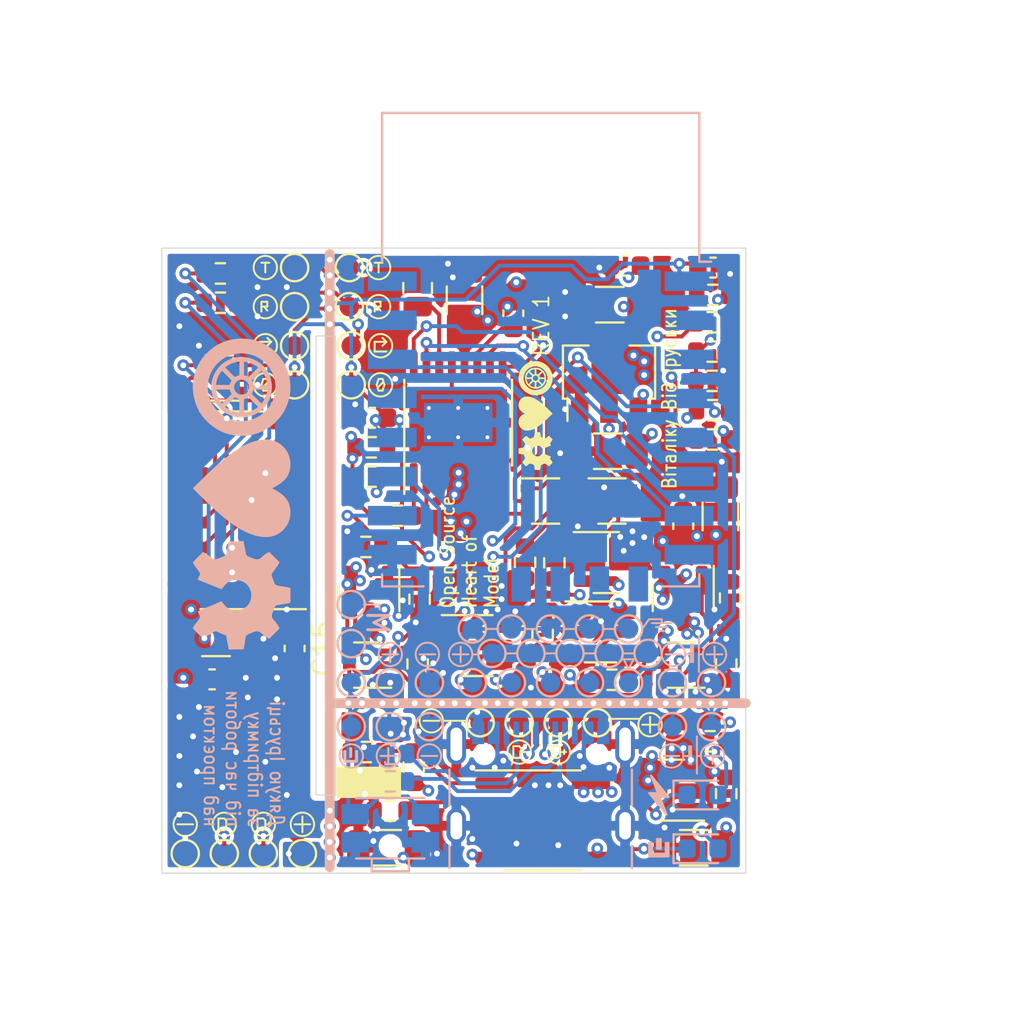
<source format=kicad_pcb>
(kicad_pcb (version 20221018) (generator pcbnew)
  (layers (0 "F.Cu" signal) (1 "In1.Cu" signal) (2 "In2.Cu" signal) (31 "B.Cu" signal) (34 "B.Paste" user) (35 "F.Paste" user) (36 "B.SilkS" user "B.Silkscreen") (37 "F.SilkS" user "F.Silkscreen") (38 "B.Mask" user) (39 "F.Mask" user) (44 "Edge.Cuts" user))
  (net 0 "")
  (net 1 "+5V")
  (net 2 "GND")
  (net 3 "BAT +")
  (net 4 "+PWR (5V0 {slash} 3V3)")
  (net 5 "+3V3")
  (net 6 "ESP GPIO 0")
  (net 7 "ESP RST")
  (net 8 "Net-(U6-VCP)")
  (net 9 "Net-(U6-VINT)")
  (net 10 "Net-(D1-K)")
  (net 11 "Net-(D1-A)")
  (net 12 "Net-(D2-K)")
  (net 13 "Net-(D2-A)")
  (net 14 "+5V0 USB")
  (net 15 "Net-(P1-CC)")
  (net 16 "/USB D+")
  (net 17 "/USB D-")
  (net 19 "Net-(P1-VCONN)")
  (net 21 "DTR")
  (net 22 "RTS")
  (net 23 "Net-(Q4-G)")
  (net 24 "Net-(Q6A-B1)")
  (net 25 "Net-(Q7A-B1)")
  (net 26 "Net-(U2-VCC)")
  (net 27 "Net-(U1-TEMP)")
  (net 28 "ESP RxD")
  (net 29 "Net-(U3-TXD)")
  (net 30 "ESP TxD")
  (net 31 "Net-(U3-RXD)")
  (net 32 "Net-(U1-PROG)")
  (net 33 "Net-(U2-CS)")
  (net 34 "A1")
  (net 35 "Net-(U5-EN)")
  (net 36 "HEAD_LIGHT_PIN")
  (net 37 "ESP ADC")
  (net 38 "Net-(U6-nSLEEP)")
  (net 39 "Net-(Q2A-G)")
  (net 40 "Net-(Q2B-G)")
  (net 42 "BAT -")
  (net 43 "Net-(U3-V3)")
  (net 51 "SERVO_PIN")
  (net 52 "MOTOR_A")
  (net 53 "MOTOR_B")
  (net 60 "RIGHT_TURN_LIGHT_PIN")
  (net 61 "LEFT_TURN_LIGHT_PIN")
  (net 62 "MOT A")
  (net 63 "MOT B")
  (net 65 "Net-(Q2A-D)")
  (net 66 "Net-(Q5-G)")
  (net 67 "+PWR")
  (net 68 "Net-(D3A-A)")
  (net 69 "+PWR SENSE")
  (net 70 "+PWR HOLD")
  (net 71 "Net-(D3C-K)")
  (net 72 "BTN+")
  (footprint "TestPoint:TestPoint_Pad_D1.0mm" (layer "F.Cu") (at 70.8 34)
    (fp_text reference "TP36" hide)
    (fp_text value "IO 0")
  )
  (footprint "TestPoint:TestPoint_Pad_D1.0mm" (layer "F.Cu") (at 67.9 30)
    (fp_text reference "TP30" hide)
    (fp_text value "RX")
  )
  (footprint "Package_TO_SOT_SMD:SOT-363_SC-70-6" (layer "F.Cu") (at 80.75 39.95)
    (fp_text reference "D3" hide)
    (fp_text value "BAS16TW")
  )
  (footprint "TestPoint:TestPoint_Pad_D1.0mm" (layer "F.Cu") (at 81.4 51.3)
    (fp_text reference "TP41" hide)
    (fp_text value "D+")
  )
  (footprint "Resistor_SMD:R_0603_1608Metric" (layer "F.Cu") (at 74 53.575 90)
    (fp_text reference "R4" hide)
    (fp_text value "10k")
  )
  (footprint "Capacitor_SMD:C_1206_3216Metric" (layer "F.Cu") (at 76.6 29.675 90)
    (fp_text reference "C13" hide)
    (fp_text value "10uF")
  )
  (footprint "Resistor_SMD:R_0603_1608Metric" (layer "F.Cu") (at 90 48.2875 90)
    (fp_text reference "R13" hide)
    (fp_text value "100k")
  )
  (footprint "Resistor_SMD:R_0603_1608Metric" (layer "F.Cu") (at 74.3 44.975 -90)
    (fp_text reference "R12" hide)
    (fp_text value "100k")
  )
  (footprint "Capacitor_SMD:C_0603_1608Metric" (layer "F.Cu") (at 63.675 49.08)
    (fp_text reference "C3" hide)
    (fp_text value "0.1uF")
  )
  (footprint "Package_TO_SOT_SMD:SOT-23" (layer "F.Cu") (at 83.8625 43.1)
    (fp_text reference "Q8" hide)
    (fp_text value "AO3401A")
  )
  (footprint "Capacitor_SMD:C_1206_3216Metric" (layer "F.Cu") (at 89.7 40.7375 90)
    (fp_text reference "C10" hide)
    (fp_text value "10uF")
  )
  (footprint "Resistor_SMD:R_0603_1608Metric" (layer "F.Cu") (at 84.15 49.1 180)
    (fp_text reference "R3" hide)
    (fp_text value "100")
  )
  (footprint "TestPoint:TestPoint_Pad_D1.0mm" (layer "F.Cu") (at 70.8 32)
    (fp_text reference "TP34" hide)
    (fp_text value "RST")
  )
  (footprint "Capacitor_SMD:C_0603_1608Metric" (layer "F.Cu") (at 79.1 30.3375 -90)
    (fp_text reference "C12" hide)
    (fp_text value "0.1uF")
  )
  (footprint "TestPoint:TestPoint_Pad_D1.0mm" (layer "F.Cu") (at 67.9 34)
    (fp_text reference "TP37" hide)
    (fp_text value "IO 0")
  )
  (footprint "Resistor_SMD:R_0603_1608Metric" (layer "F.Cu") (at 89.275 32.3 180)
    (fp_text reference "R20" hide)
    (fp_text value "220k")
  )
  (footprint "Resistor_SMD:R_0603_1608Metric" (layer "F.Cu") (at 71.825 37.2)
    (fp_text reference "R15" hide)
    (fp_text value "10k")
  )
  (footprint "Package_SO:HTSSOP-16-1EP_4.4x5mm_P0.65mm_EP3.4x5mm_Mask2.46x2.31mm_ThermalVias" (layer "F.Cu") (at 76.275 35.9375 90)
    (fp_text reference "U6" hide)
    (fp_text value "DRV8833PWP")
  )
  (footprint "Package_TO_SOT_SMD:SOT-23-6" (layer "F.Cu") (at 77.2375 47.35)
    (fp_text reference "Q2" hide)
    (fp_text value "FS8205")
  )
  (footprint "Resistor_SMD:R_0603_1608Metric" (layer "F.Cu") (at 64.1 29.8 180)
    (fp_text reference "R5" hide)
    (fp_text value "470")
  )
  (footprint "Capacitor_SMD:C_1206_3216Metric" (layer "F.Cu") (at 84.0375 29.9 180)
    (fp_text reference "C6" hide)
    (fp_text value "10uF")
  )
  (footprint "Resistor_SMD:R_0603_1608Metric" (layer "F.Cu") (at 89.175 52.25)
    (fp_text reference "R2" hide)
    (fp_text value "1k")
  )
  (footprint "Resistor_SMD:R_0603_1608Metric" (layer "F.Cu") (at 64.1 28.3 180)
    (fp_text reference "R6" hide)
    (fp_text value "470")
  )
  (footprint "Capacitor_SMD:C_0805_2012Metric" (layer "F.Cu") (at 74.2 29.05 90)
    (fp_text reference "C14" hide)
    (fp_text value "2.2uF")
  )
  (footprint "Package_TO_SOT_SMD:SOT-363_SC-70-6" (layer "F.Cu") (at 64.05 33.65 180)
    (fp_text reference "Q3" hide)
    (fp_text value "UMH3N")
  )
  (footprint "Package_TO_SOT_SMD:SOT-89-3" (layer "F.Cu") (at 84 33.35 90)
    (fp_text reference "U4" hide)
    (fp_text value "AMS1117-3.3")
  )
  (footprint "Resistor_SMD:R_0603_1608Metric" (layer "F.Cu") (at 73.175 40.7)
    (fp_text reference "R22" hide)
    (fp_text value "10k")
  )
  (footprint "Resistor_SMD:R_0603_1608Metric" (layer "F.Cu") (at 71.55 42.3 180)
    (fp_text reference "R24" hide)
    (fp_text value "10k")
  )
  (footprint "Capacitor_SMD:C_1206_3216Metric" (layer "F.Cu") (at 83.9375 37.4 180)
    (fp_text reference "C5" hide)
    (fp_text value "10uF")
  )
  (footprint "Resistor_SMD:R_0603_1608Metric" (layer "F.Cu") (at 90 54.925 -90)
    (fp_text reference "R1" hide)
    (fp_text value "1k")
  )
  (footprint "Capacitor_SMD:C_1206_3216Metric" (layer "F.Cu") (at 63.875 46.98)
    (fp_text reference "C4" hide)
    (fp_text value "10uF")
  )
  (footprint "TestPoint:TestPoint_Pad_D1.0mm" (layer "F.Cu") (at 77.4 51.3)
    (fp_text reference "TP42" hide)
    (fp_text value "GND")
  )
  (footprint "Package_TO_SOT_SMD:SOT-23-6" (layer "F.Cu") (at 83.5625 46.65)
    (fp_text reference "U2" hide)
    (fp_text value "DW01")
  )
  (footprint "Resistor_SMD:R_0603_1608Metric" (layer "F.Cu") (at 89.3 36.8 180)
    (fp_text reference "R18" hide)
    (fp_text value "10k")
  )
  (footprint "TestPoint:TestPoint_Pad_D1.0mm" (layer "F.Cu") (at 70.7 28)
    (fp_text reference "TP31" hide)
    (fp_text value "TX")
  )
  (footprint "TestPoint:TestPoint_Pad_D1.0mm" (layer "F.Cu") (at 70.7 30)
    (fp_text reference "TP32" hide)
    (fp_text value "RX")
  )
  (footprint "TestPoint:TestPoint_Pad_D1.0mm" (layer "F.Cu") (at 67.9 32)
    (fp_text reference "TP35" hide)
    (fp_text value "RST")
  )
  (footprint "Resistor_SMD:R_0603_1608Metric" (layer "F.Cu") (at 74.2 48.2875 90)
    (fp_text reference "R11" hide)
    (fp_text value "100k")
  )
  (footprint "Resistor_SMD:R_0603_1608Metric" (layer "F.Cu") (at 89.3125 29.4 180)
    (fp_text reference "R17" hide)
    (fp_text value "10k")
  )
  (footprint "Package_TO_SOT_SMD:SOT-363_SC-70-6" (layer "F.Cu") (at 71.65 48.35 180)
    (fp_text reference "Q6" hide)
    (fp_text value "BC857BS")
  )
  (footprint "Package_TO_SOT_SMD:SOT-363_SC-70-6" (layer "F.Cu") (at 84.15 39.95)
    (fp_text reference "Q9" hide)
    (fp_text value "UMH3N")
  )
  (footprint "Resistor_SMD:R_0603_1608Metric" (layer "F.Cu") (at 80.6 46.775 -90)
    (fp_text reference "R10" hide)
    (fp_text value "1k")
  )
  (footprint "Capacitor_SMD:C_1206_3216Metric" (layer "F.Cu") (at 72.6375 57.7 180)
    (fp_text reference "C1" hide)
    (fp_text value "10uF")
  )
  (footprint "Capacitor_SMD:C_0603_1608Metric" (layer "F.Cu") (at 67.9 47.5 -90)
    (fp_text reference "C15")
    (fp_text value "0.1uF")
  )
  (footprint "Package_TO_SOT_SMD:SOT-23" (layer "F.Cu") (at 87.1875 54.75 180)
    (fp_text reference "Q1" hide)
    (fp_text value "AO3401A")
  )
  (footprint "Package_TO_SOT_SMD:SOT-363_SC-70-6" (layer "F.Cu") (at 87.695 48.35 180)
    (fp_text reference "Q7" hide)
    (fp_text value "BC857BS")
  )
  (footprint "TestPoint:TestPoint_Pad_D1.0mm" (layer "F.Cu") (at 67.9 28)
    (fp_text reference "TP33" hide)
    (fp_text value "TX")
  )
  (footprint "Resistor_SMD:R_0603_1608Metric" (layer "F.Cu") (at 81.2 43.1125 90)
    (fp_text reference "R23" hide)
    (fp_text value "220k")
  )
  (footprint "TestPoint:TestPoint_Pad_D1.0mm" (layer "F.Cu") (at 64.3 58)
    (fp_text reference "TP38" hide)
    (fp_text value "D-")
  )
  (footprint "TestPoint:TestPoint_Pad_D1.0mm" (layer "F.Cu") (at 66.3 58)
    (fp_text reference "TP40" hide)
    (fp_text value "D+")
  )
  (footprint "Resistor_SMD:R_0603_1608Metric" (layer "F.Cu") (at 79.7 43.0875 -90)
    (fp_text reference "R25" hide)
    (fp_text value "100k")
  )
  (footprint "TestPoint:TestPoint_Pad_D1.0mm" (layer "F.Cu") (at 83.4 51.3)
    (fp_text reference "TP28" hide)
    (fp_text value "+5V0")
  )
  (footprint "Resistor_SMD:R_0603_1608Metric" (layer "F.Cu") (at 72.7875 55.8 180)
    (fp_text reference "R8" hide)
    (fp_text value "10k")
  )
  (footprint "Resistor_SMD:R_0603_1608Metric" (layer "F.Cu") (at 89.275 33.8)
    (fp_text reference "R21" hide)
    (fp_text value "100k")
  )
  (footprint "TestPoint:TestPoint_Pad_D1.0mm" (layer "F.Cu") (at 79.4 51.3)
    (fp_text reference "TP39" hide)
    (fp_text value "D-")
  )
  (footprint "TestPoint:TestPoint_Pad_D1.0mm" (layer "F.Cu") (at 68.3 58)
    (fp_text reference "TP29" hide)
    (fp_text value "+5V0")
  )
  (footprint "Capacitor_SMD:C_1206_3216Metric" (layer "F.Cu") (at 88.3375 57.7)
    (fp_text reference "C2" hide)
    (fp_text value "10uF")
  )
  (footprint "Resistor_SMD:R_0603_1608Metric" (layer "F.Cu") (at 90.2 44.9125 -90)
    (fp_text reference "R14" hide)
    (fp_text value "100k")
  )
  (footprint "Package_SO:SOIC-8-1EP_3.9x4.9mm_P1.27mm_EP2.29x3mm" (layer "F.Cu") (at 80.6 56.3)
    (fp_text reference "U1" hide)
    (fp_text value "TP4056")
  )
  (footprint "Package_TO_SOT_SMD:SOT-23" (layer "F.Cu") (at 87.8 44.9375 -90)
    (fp_text reference "Q4" hide)
    (fp_text value "AO3401A")
  )
  (footprint "Package_SO:SOIC-16_3.9x9.9mm_P1.27mm" (layer "F.Cu") (at 65.025 40.425 180)
    (fp_text reference "U3" hide)
    (fp_text value "CH340C")
  )
  (footprint "Resistor_SMD:R_0603_1608Metric" (layer "F.Cu") (at 71.575 52.8 180)
    (fp_text reference "R7" hide)
    (fp_text value "10k")
  )
  (footprint "Capacitor_SMD:C_0603_1608Metric" (layer "F.Cu") (at 87.8 41.2375 90)
    (fp_text reference "C11" hide)
    (fp_text value "0.1uF")
  )
  (footprint "Capacitor_SMD:C_0603_1608Metric" (layer "F.Cu") (at 89.325 28)
    (fp_text reference "C9" hide)
    (fp_text value "0.1uF")
  )
  (footprint "Package_TO_SOT_SMD:SOT-23" (layer "F.Cu") (at 71.7 44.9375 -90)
    (fp_text reference "Q5" hide)
    (fp_text value "AO3401A")
  )
  (footprint "Resistor_SMD:R_0603_1608Metric" (layer "F.Cu") (at 71.575 54.3 180)
    (fp_text reference "R9" hide)
    (fp_text value "NTC")
  )
  (footprint "Resistor_SMD:R_0603_1608Metric" (layer "F.Cu") (at 89.275 30.8)
    (fp_text reference "R16" hide)
    (fp_text value "10k")
  )
  (footprint "Resistor_SMD:R_0603_1608Metric" (layer "F.Cu") (at 89.3 35.3 180)
    (fp_text reference "R28" hide)
    (fp_text value "10k")
  )
  (footprint "Capacitor_SMD:C_0603_1608Metric" (layer "F.Cu") (at 84.8375 27.9 180)
    (fp_text reference "C7" hide)
    (fp_text value "0.1uF")
  )
  (footprint "TestPoint:TestPoint_Pad_D1.0mm" (layer "F.Cu") (at 62.3 58)
    (fp_text reference "TP43" hide)
    (fp_text value "GND")
  )
  (footprint "Capacitor_SMD:C_0603_1608Metric" (layer "F.Cu") (at 71.875 35.69 180)
    (fp_text reference "C8" hide)
    (fp_text value "0.1uF")
  )
  (footprint "Resistor_SMD:R_0603_1608Metric" (layer "F.Cu") (at 71.825 38.7)
    (fp_text reference "R19" hide)
    (fp_text value "10k")
  )
  (footprint "TestPoint:TestPoint_Pad_D1.0mm" (layer "B.Cu") (at 82 47.75 180)
    (fp_text reference "TP26" hide)
    (fp_text value "PWR")
  )
  (footprint "TestPoint:TestPoint_Pad_D1.0mm" (layer "B.Cu") (at 89.25 49.25 180)
    (fp_text reference "TP3" hide)
    (fp_text value "BAT +")
  )
  (footprint "TestPoint:TestPoint_Pad_D1.0mm" (layer "B.Cu") (at 87.25 51.5 180)
    (fp_text reference "TP5" hide)
    (fp_text value "BAT -")
  )
  (footprint "TestPoint:TestPoint_Pad_D1.0mm" (layer "B.Cu") (at 86 47.75 180)
    (fp_text reference "TP23" hide)
    (fp_text value "PWR")
  )
  (footprint "LED_SMD:LED_0603_1608Metric" (layer "B.Cu") (at 88.7875 57.75)
    (fp_text reference "D1" hide)
    (fp_text value "LED")
  )
  (footprint "TestPoint:TestPoint_Pad_D1.0mm" (layer "B.Cu") (at 70.8 51.5 180)
    (fp_text reference "TP12" hide)
    (fp_text value "BTN")
  )
  (footprint "TestPoint:TestPoint_Pad_D1.0mm" (layer "B.Cu") (at 87.25 49.25 180)
    (fp_text reference "TP4" hide)
    (fp_text value "BAT -")
  )
  (footprint "Resistor_SMD:R_0603_1608Metric" (layer "B.Cu") (at 72.8 52.9 180)
    (fp_text reference "R26" hide)
    (fp_text value "5k1")
  )
  (footprint "Connector_USB:USB_C_Receptacle_GCT_USB4105-xx-A_16P_TopMnt_Horizontal" (layer "B.Cu") (at 80.5 55.5 180)
    (fp_text reference "P1" hide)
    (fp_text value "USB_C_Plug")
  )
  (footprint "TestPoint:TestPoint_Pad_D1.0mm" (layer "B.Cu") (at 84 47.75 180)
    (fp_text reference "TP27" hide)
    (fp_text value "PWR")
  )
  (footprint "TestPoint:TestPoint_Pad_D1.0mm" (layer "B.Cu") (at 70.8 45.25 180)
    (fp_text reference "TP1" hide)
    (fp_text value "MOT A")
  )
  (footprint "Resistor_SMD:R_0603_1608Metric" (layer "B.Cu") (at 72.8 54.3 180)
    (fp_text reference "R27" hide)
    (fp_text value "5k1")
  )
  (footprint "TestPoint:TestPoint_Pad_D1.0mm" (layer "B.Cu") (at 70.8 47.25 180)
    (fp_text reference "TP2" hide)
    (fp_text value "MOT B")
  )
  (footprint "TestPoint:TestPoint_Pad_D1.0mm" (layer "B.Cu") (at 72.8 49.25 180)
    (fp_text reference "TP9" hide)
    (fp_text value "+5V0")
  )
  (footprint "TestPoint:TestPoint_Pad_D1.0mm" (layer "B.Cu") (at 72.8 51.5 180)
    (fp_text reference "TP10" hide)
    (fp_text value "+5V0")
  )
  (footprint "TestPoint:TestPoint_Pad_D1.0mm" (layer "B.Cu") (at 83 46.5 180)
    (fp_text reference "TP20" hide)
    (fp_text value "GND")
  )
  (footprint "TestPoint:TestPoint_Pad_D1.0mm" (layer "B.Cu") (at 83 49.25 180)
    (fp_text reference "TP16" hide)
    (fp_text value "OUT 2")
  )
  (footprint "RF_Module:ESP-12E" (layer "B.Cu") (at 80.5 32.2 180)
    (fp_text reference "U5" hide)
    (fp_text value "ESP-12E")
  )
  (footprint "TestPoint:TestPoint_Pad_D1.0mm" (layer "B.Cu") (at 74.8 49.25 180)
    (fp_text reference "TP7" hide)
    (fp_text value "GND")
  )
  (footprint "TestPoint:TestPoint_Pad_D1.0mm" (layer "B.Cu") (at 74.8 51.5 180)
    (fp_text reference "TP8" hide)
    (fp_text value "GND")
  )
  (footprint "TestPoint:TestPoint_Pad_D1.0mm" (layer "B.Cu") (at 80 47.75 180)
    (fp_text reference "TP25" hide)
    (fp_text value "PWR")
  )
  (footprint "TestPoint:TestPoint_Pad_D1.0mm" (layer "B.Cu") (at 89.25 51.5 180)
    (fp_text reference "TP6" hide)
    (fp_text value "BAT +")
  )
  (footprint "TestPoint:TestPoint_Pad_D1.0mm" (layer "B.Cu") (at 85 46.5 180)
    (fp_text reference "TP19" hide)
    (fp_text value "GND")
  )
  (footprint "TestPoint:TestPoint_Pad_D1.0mm" (layer "B.Cu") (at 81 46.5 180)
    (fp_text reference "TP21" hide)
    (fp_text value "GND")
  )
  (footprint "LED_SMD:LED_0603_1608Metric" (layer "B.Cu") (at 88.7875 55)
    (fp_text reference "D2" hide)
    (fp_text value "LED")
  )
  (footprint "TestPoint:TestPoint_Pad_D1.0mm" (layer "B.Cu") (at 78 47.75 180)
    (fp_text reference "TP24" hide)
    (fp_text value "PWR")
  )
  (footprint "TestPoint:TestPoint_Pad_D1.0mm" (layer "B.Cu") (at 79 49.25 180)
    (fp_text reference "TP14" hide)
    (fp_text value "OUT 4")
  )
  (footprint "Button_Switch_SMD:SW_SPST_EVQP7C" (layer "B.Cu") (at 72.8 56.7 180)
    (fp_text reference "SW1" hide)
    (fp_text value "SW_Push")
  )
  (footprint "TestPoint:TestPoint_Pad_D1.0mm" (layer "B.Cu") (at 79 46.5 180)
    (fp_text reference "TP22" hide)
    (fp_text value "GND")
  )
  (footprint "TestPoint:TestPoint_Pad_D1.0mm" (layer "B.Cu") (at 81 49.25 180)
    (fp_text reference "TP15" hide)
    (fp_text value "OUT 3")
  )
  (footprint "TestPoint:TestPoint_Pad_D1.0mm" (layer "B.Cu") (at 77 46.5 180)
    (fp_text reference "TP18" hide)
    (fp_text value "GND")
  )
  (footprint "TestPoint:TestPoint_Pad_D1.0mm" (layer "B.Cu") (at 70.8 49.25 180)
    (fp_text reference "TP11" hide)
    (fp_text value "BTN")
  )
  (footprint "TestPoint:TestPoint_Pad_D1.0mm" (layer "B.Cu") (at 85 49.25 180)
    (fp_text reference "TP17" hide)
    (fp_text value "OUT 1")
  )
  (footprint "TestPoint:TestPoint_Pad_D1.0mm" (layer "B.Cu") (at 77 49.25 180)
    (fp_text reference "TP13" hide)
    (fp_text value "OUT 5")
  )
  (gr_circle (center 70.8 53) (end 70.2 53) (stroke (width 0.1)) (fill none) (layer "B.SilkS"))
  (gr_line (start 88.1 53) (end 87.8 53) (stroke (width 0.1)) (layer "B.SilkS"))
  (gr_line (start 71.45 45.25) (end 72.25 45.25) (stroke (width 0.1)) (layer "B.SilkS"))
  (gr_line (start 77 47.8) (end 77.2 47.8) (stroke (width 0.1)) (layer "B.SilkS"))
  (gr_line (start 87.6 53) (end 86.8 53) (stroke (width 0.1)) (layer "B.SilkS"))
  (gr_poly (pts (xy 67.626105 44.386785) (xy 67.559886 44.371189) (xy 67.489859 44.356888) (xy 67.417197 44.343559) (xy 67.123715 44.29348) (xy 67.073299 44.283718) (xy 67.030456 44.273668) (xy 67.011631 44.268445) (xy 66.994409 44.263042) (xy 66.978693 44.257422) (xy 66.964386 44.25155) (xy 66.95139 44.245389) (xy 66.939609 44.238904) (xy 66.928947 44.232059) (xy 66.919306 44.224817) (xy 66.910589 44.217143) (xy 66.9027 44.208999) (xy 66.895541 44.200352) (xy 66.889016 44.191163) (xy 66.883028 44.181398) (xy 66.87748 44.17102) (xy 66.867317 44.148282) (xy 66.857751 44.12266) (xy 66.848009 44.093865) (xy 66.824891 44.025607) (xy 66.809967 43.985566) (xy 66.791765 43.9412) (xy 66.772788 43.895141) (xy 66.757295 43.85491) (xy 66.75083 43.836753) (xy 66.745206 43.819779) (xy 66.740413 43.803899) (xy 66.73644 43.789019) (xy 66.733278 43.775051) (xy 66.730916 43.761902) (xy 66.729344 43.749482) (xy 66.728552 43.737699) (xy 66.72853 43.726463) (xy 66.729268 43.715682) (xy 66.730755 43.705265) (xy 66.732982 43.695121) (xy 66.735939 43.68516) (xy 66.739614 43.675289) (xy 66.743999 43.665419) (xy 66.749083 43.655457) (xy 66.754855 43.645314) (xy 66.761307 43.634897) (xy 66.776205 43.612879) (xy 66.813701 43.561559) (xy 66.836136 43.530799) (xy 66.860921 43.495668) (xy 67.007014 43.293625) (xy 67.042322 43.240888) (xy 67.059013 43.214353) (xy 67.074874 43.187747) (xy 67.089762 43.1611) (xy 67.103536 43.134443) (xy 67.116053 43.107807) (xy 67.127173 43.081221) (xy 66.608501 42.563161) (xy 66.569907 42.576168) (xy 66.53376 42.590483) (xy 66.499894 42.605955) (xy 66.468142 42.622434) (xy 66.438338 42.639771) (xy 66.410314 42.657816) (xy 66.383905 42.676418) (xy 66.358944 42.695428) (xy 66.3127 42.734073) (xy 66.27025 42.77255) (xy 66.230261 42.809662) (xy 66.191402 42.844208) (xy 66.17198 42.860145) (xy 66.15234 42.874991) (xy 66.132317 42.888596) (xy 66.111744 42.90081) (xy 66.090454 42.911484) (xy 66.068281 42.920468) (xy 66.045058 42.927611) (xy 66.020619 42.932764) (xy 65.994796 42.935777) (xy 65.967425 42.9365) (xy 65.938338 42.934784) (xy 65.907368 42.930477) (xy 65.87435 42.923432) (xy 65.839116 42.913496) (xy 65.801501 42.900522) (xy 65.761336 42.884358) (xy 65.611779 42.822859) (xy 65.556722 42.799432) (xy 65.512752 42.778318) (xy 65.478325 42.757588) (xy 65.451896 42.735315) (xy 65.441198 42.722997) (xy 65.43192 42.709571) (xy 65.416852 42.678429) (xy 65.287616 42.003656) (xy 64.523439 42.014018) (xy 64.392042 42.732394) (xy 64.359517 42.742606) (xy 64.323264 42.755969) (xy 64.241843 42.789542) (xy 64.152318 42.827891) (xy 64.059227 42.865794) (xy 64.012763 42.882947) (xy 63.967109 42.898031) (xy 63.922833 42.910393) (xy 63.880502 42.919381) (xy 63.860243 42.922405) (xy 63.840683 42.924341) (xy 63.821893 42.925108) (xy 63.803943 42.924622) (xy 63.786906 42.922804) (xy 63.770851 42.919571) (xy 63.75585 42.914841) (xy 63.741973 42.908534) (xy 63.708906 42.890614) (xy 63.675829 42.870732) (xy 63.642731 42.84919) (xy 63.609603 42.826292) (xy 63.543216 42.777643) (xy 63.476586 42.727213) (xy 63.409631 42.677431) (xy 63.376007 42.653541) (xy 63.342271 42.630725) (xy 63.308414 42.609284) (xy 63.274425 42.589523) (xy 63.240295 42.571745) (xy 63.206012 42.556253) (xy 62.690798 43.081221) (xy 62.700933 43.109178) (xy 62.713044 43.137317) (xy 62.726917 43.165577) (xy 62.742341 43.193899) (xy 62.759101 43.22222) (xy 62.776986 43.25048) (xy 62.795783 43.27862) (xy 62.815279 43.306577) (xy 62.97088 43.516391) (xy 62.986778 43.539116) (xy 63.000808 43.5601) (xy 63.013049 43.579463) (xy 63.023578 43.597324) (xy 63.032474 43.613804) (xy 63.039815 43.629023) (xy 63.045677 43.643101) (xy 63.05014 43.656159) (xy 63.053281 43.668316) (xy 63.055177 43.679692) (xy 63.055908 43.690409) (xy 63.05555 43.700585) (xy 63.054181 43.710342) (xy 63.05188 43.719798) (xy 63.048724 43.729075) (xy 63.044791 43.738293) (xy 63.034907 43.75703) (xy 63.022849 43.776972) (xy 63.009241 43.799079) (xy 62.994707 43.824312) (xy 62.979868 43.853634) (xy 62.97253 43.870128) (xy 62.965349 43.888004) (xy 62.958404 43.907383) (xy 62.951772 43.928385) (xy 62.945531 43.951129) (xy 62.93976 43.975737) (xy 64.156911 44.466167) (xy 64.182664 44.438055) (xy 64.210905 44.403817) (xy 64.276367 44.322243) (xy 64.314348 44.277548) (xy 64.356336 44.232008) (xy 64.40271 44.186943) (xy 64.45385 44.143675) (xy 64.510137 44.103522) (xy 64.540329 44.085028) (xy 64.57195 44.067807) (xy 64.605047 44.052026) (xy 64.639668 44.037849) (xy 64.675861 44.025442) (xy 64.713673 44.014969) (xy 64.753151 44.006596) (xy 64.794343 44.000487) (xy 64.837296 43.996808) (xy 64.882059 43.995724) (xy 64.928678 43.997399) (xy 64.9772 44.002) (xy 65.027674 44.00969) (xy 65.080147 44.020635) (xy 65.153308 44.041531) (xy 65.221725 44.067715) (xy 65.285396 44.098831) (xy 65.344319 44.134521) (xy 65.39849 44.174427) (xy 65.447908 44.218194) (xy 65.492569 44.265462) (xy 65.532472 44.315875) (xy 65.567614 44.369076) (xy 65.597992 44.424708) (xy 65.623603 44.482412) (xy 65.644446 44.541832) (xy 65.660517 44.60261) (xy 65.671815 44.664389) (xy 65.678336 44.726813) (xy 65.680078 44.789522) (xy 65.677038 44.852161) (xy 65.669215 44.914372) (xy 65.656605 44.975797) (xy 65.639205 45.036079) (xy 65.617015 45.094862) (xy 65.59003 45.151787) (xy 65.558248 45.206498) (xy 65.521667 45.258636) (xy 65.480284 45.307845) (xy 65.434097 45.353768) (xy 65.383103 45.396047) (xy 65.3273 45.434324) (xy 65.266685 45.468243) (xy 65.201255 45.497447) (xy 65.131009 45.521577) (xy 65.055942 45.540277) (xy 65.003755 45.549291) (xy 64.953495 45.555077) (xy 64.905124 45.557807) (xy 64.858604 45.557654) (xy 64.813898 45.554788) (xy 64.770967 45.549383) (xy 64.729773 45.541611) (xy 64.690279 45.531643) (xy 64.652446 45.519651) (xy 64.616236 45.505807) (xy 64.581612 45.490284) (xy 64.548535 45.473253) (xy 64.516968 45.454886) (xy 64.486872 45.435356) (xy 64.458209 45.414835) (xy 64.430942 45.393493) (xy 64.405033 45.371504) (xy 64.380443 45.34904) (xy 64.335069 45.303373) (xy 64.294517 45.257867) (xy 64.258484 45.213899) (xy 64.198756 45.136082) (xy 64.174453 45.104985) (xy 64.153453 45.080931) (xy 62.946675 45.595537) (xy 62.952142 45.619792) (xy 62.958113 45.642132) (xy 62.964506 45.662686) (xy 62.971238 45.681583) (xy 62.978226 45.698952) (xy 62.985386 45.714923) (xy 62.999893 45.743184) (xy 63.014097 45.767397) (xy 63.027333 45.788595) (xy 63.038938 45.80781) (xy 63.048249 45.826073) (xy 63.051836 45.835171) (xy 63.054602 45.844418) (xy 63.056461 45.853943) (xy 63.057333 45.863875) (xy 63.057133 45.874344) (xy 63.055778 45.885478) (xy 63.053187 45.897406) (xy 63.049276 45.910258) (xy 63.043961 45.924162) (xy 63.037161 45.939247) (xy 63.028791 45.955642) (xy 63.01877 45.973477) (xy 63.007014 45.992881) (xy 62.99344 46.013981) (xy 62.960507 46.06179) (xy 62.923099 46.112038) (xy 62.884273 46.162002) (xy 62.845204 46.212048) (xy 62.807066 46.262538) (xy 62.788715 46.288064) (xy 62.771036 46.313838) (xy 62.754179 46.339906) (xy 62.738288 46.366312) (xy 62.723512 46.393103) (xy 62.709998 46.420324) (xy 62.697891 46.44802) (xy 62.687339 46.476238) (xy 63.209469 46.994298) (xy 63.22914 46.986248) (xy 63.248026 46.977663) (xy 63.266232 46.968572) (xy 63.283867 46.959005) (xy 63.301035 46.948993) (xy 63.317844 46.938566) (xy 63.334399 46.927754) (xy 63.350808 46.916589) (xy 63.38361 46.893316) (xy 63.417101 46.868992) (xy 63.452131 46.843858) (xy 63.489553 46.818157) (xy 63.65257 46.71207) (xy 63.713093 46.675451) (xy 63.762828 46.648763) (xy 63.7844 46.638904) (xy 63.804175 46.631242) (xy 63.822453 46.62568) (xy 63.839535 46.622124) (xy 63.85572 46.620478) (xy 63.871308 46.620646) (xy 63.886601 46.622533) (xy 63.901897 46.626044) (xy 63.933701 46.637552) (xy 63.969122 46.654409) (xy 64.060416 46.701108) (xy 64.121092 46.729424) (xy 64.194987 46.760031) (xy 64.284504 46.792166) (xy 64.33587 46.808568) (xy 64.392042 46.825065) (xy 64.526897 47.553802) (xy 65.287616 47.539987) (xy 65.299283 47.491541) (xy 65.309714 47.445241) (xy 65.319013 47.401027) (xy 65.32728 47.358842) (xy 65.341127 47.280315) (xy 65.352072 47.209184) (xy 65.368517 47.087211) (xy 65.375648 47.035417) (xy 65.383138 46.989117) (xy 65.387273 46.967879) (xy 65.391804 46.947836) (xy 65.396832 46.928929) (xy 65.40246 46.911098) (xy 65.408789 46.894284) (xy 65.415922 46.878427) (xy 65.423961 46.863469) (xy 65.433006 46.849349) (xy 65.443161 46.836008) (xy 65.454527 46.823387) (xy 65.467206 46.811426) (xy 65.481301 46.800066) (xy 65.496912 46.789247) (xy 65.514142 46.77891) (xy 65.533094 46.768995) (xy 65.553868 46.759444) (xy 65.782083 46.662739) (xy 65.818616 46.648448) (xy 65.853096 46.637208) (xy 65.88566 46.628874) (xy 65.916445 46.623298) (xy 65.945586 46.620336) (xy 65.97322 46.61984) (xy 65.999482 46.621666) (xy 66.024509 46.625666) (xy 66.048436 46.631695) (xy 66.071401 46.639606) (xy 66.093539 46.649255) (xy 66.114986 46.660493) (xy 66.135878 46.673176) (xy 66.156352 46.687158) (xy 66.196589 46.718431) (xy 66.236785 46.753144) (xy 66.27803 46.790129) (xy 66.321412 46.828218) (xy 66.368021 46.86624) (xy 66.392875 46.884861) (xy 66.418945 46.903028) (xy 66.446366 46.920593) (xy 66.475274 46.937412) (xy 66.505805 46.953338) (xy 66.538096 46.968225) (xy 66.572283 46.981927) (xy 66.608501 46.994298) (xy 67.127173 46.476238) (xy 67.108056 46.430632) (xy 67.088381 46.388226) (xy 67.06826 46.348822) (xy 67.047805 46.31222) (xy 67.027128 46.27822) (xy 67.006339 46.246625) (xy 66.98555 46.217234) (xy 66.964872 46.189848) (xy 66.924297 46.140296) (xy 66.885504 46.096375) (xy 66.849386 46.056491) (xy 66.816834 46.01905) (xy 66.802174 46.000749) (xy 66.78874 45.98246) (xy 66.776642 45.963985) (xy 66.765994 45.945126) (xy 66.756905 45.925682) (xy 66.749488 45.905454) (xy 66.743854 45.884244) (xy 66.740114 45.861852) (xy 66.73838 45.838078) (xy 66.738763 45.812725) (xy 66.741375 45.785591) (xy 66.746327 45.756479) (xy 66.753731 45.725189) (xy 66.763697 45.691522) (xy 66.776338 45.655278) (xy 66.791765 45.616259) (xy 66.809967 45.571854) (xy 66.824891 45.531703) (xy 66.848009 45.463054) (xy 66.857751 45.433998) (xy 66.867317 45.408084) (xy 66.87748 45.385034) (xy 66.883028 45.374495) (xy 66.889016 45.364568) (xy 66.895541 45.355218) (xy 66.9027 45.34641) (xy 66.910589 45.338109) (xy 66.919306 45.330281) (xy 66.928947 45.32289) (xy 66.939609 45.315902) (xy 66.95139 45.309282) (xy 66.964386 45.302995) (xy 66.978693 45.297007) (xy 66.994409 45.291282) (xy 67.011631 45.285786) (xy 67.030456 45.280485) (xy 67.073299 45.270325) (xy 67.123715 45.260525) (xy 67.417197 45.213468) (xy 67.489859 45.200388) (xy 67.559886 45.186216) (xy 67.626105 45.170667) (xy 67.657418 45.162288) (xy 67.687339 45.153459) (xy 67.687339 44.404)) (fill solid) (layer "B.SilkS"))
  (gr_poly (pts (xy 67.685711 37.988229) (xy 67.68088 37.924717) (xy 67.672925 37.86213) (xy 67.661925 37.800547) (xy 67.64796 37.740048) (xy 67.631108 37.680709) (xy 67.611449 37.62261) (xy 67.589061 37.565829) (xy 67.564025 37.510444) (xy 67.536418 37.456534) (xy 67.506321 37.404177) (xy 67.473812 37.353451) (xy 67.438971 37.304436) (xy 67.401876 37.257209) (xy 67.362607 37.211849) (xy 67.321243 37.168434) (xy 67.277863 37.127042) (xy 67.232546 37.087753) (xy 67.185372 37.050645) (xy 67.136419 37.015795) (xy 67.085766 36.983283) (xy 67.033494 36.953186) (xy 66.97968 36.925583) (xy 66.924405 36.900554) (xy 66.867746 36.878175) (xy 66.809784 36.858525) (xy 66.750598 36.841684) (xy 66.690266 36.827728) (xy 66.628868 36.816738) (xy 66.566483 36.80879) (xy 66.50319 36.803964) (xy 66.439068 36.802338) (xy 66.321728 36.805963) (xy 66.204408 36.816683) (xy 66.087105 36.834271) (xy 65.969818 36.858495) (xy 65.852547 36.889127) (xy 65.73529 36.925936) (xy 65.618045 36.968694) (xy 65.500812 37.017171) (xy 65.266374 37.130362) (xy 65.031967 37.263674) (xy 64.79758 37.41527) (xy 64.563204 37.583313) (xy 64.328827 37.765967) (xy 64.09444 37.961395) (xy 63.860033 38.167762) (xy 63.625596 38.38323) (xy 63.156589 38.834124) (xy 62.687339 39.299386) (xy 63.156589 39.765639) (xy 63.625596 40.216998) (xy 63.860033 40.43254) (xy 64.09444 40.638893) (xy 64.328827 40.834238) (xy 64.563204 41.016753) (xy 64.79758 41.184616) (xy 65.031967 41.336007) (xy 65.266374 41.469104) (xy 65.500812 41.582085) (xy 65.618045 41.630464) (xy 65.73529 41.67313) (xy 65.852547 41.709857) (xy 65.969818 41.740417) (xy 66.087105 41.764582) (xy 66.204408 41.782125) (xy 66.321728 41.792818) (xy 66.439068 41.796432) (xy 66.50319 41.794806) (xy 66.566483 41.789981) (xy 66.628868 41.782036) (xy 66.690266 41.771049) (xy 66.750598 41.7571) (xy 66.809784 41.740268) (xy 66.867746 41.720632) (xy 66.924405 41.698271) (xy 66.97968 41.673264) (xy 67.033494 41.64569) (xy 67.085766 41.615628) (xy 67.136419 41.583158) (xy 67.185372 41.548358) (xy 67.232546 41.511307) (xy 67.277863 41.472084) (xy 67.321243 41.430769) (xy 67.362607 41.38744) (xy 67.401876 41.342177) (xy 67.438971 41.295058) (xy 67.473812 41.246163) (xy 67.506321 41.19557) (xy 67.536418 41.14336) (xy 67.564025 41.08961) (xy 67.589061 41.034399) (xy 67.611449 40.977808) (xy 67.631108 40.919914) (xy 67.64796 40.860798) (xy 67.661925 40.800537) (xy 67.672925 40.739212) (xy 67.68088 40.6769) (xy 67.685711 40.613682) (xy 67.687339 40.549636) (xy 67.686427 40.491941) (xy 67.683691 40.43603) (xy 67.679131 40.381844) (xy 67.672745 40.329326) (xy 67.664533 40.278416) (xy 67.654494 40.229056) (xy 67.642628 40.181189) (xy 67.628934 40.134756) (xy 67.613412 40.0897) (xy 67.596061 40.045961) (xy 67.576879 40.003482) (xy 67.555868 39.962205) (xy 67.533025 39.922071) (xy 67.508351 39.883022) (xy 67.481844 39.845) (xy 67.453504 39.807947) (xy 67.423331 39.771805) (xy 67.391324 39.736515) (xy 67.321803 39.66826) (xy 67.244939 39.602717) (xy 67.160725 39.53942) (xy 67.069156 39.477903) (xy 66.970228 39.417703) (xy 66.863934 39.358352) (xy 66.750271 39.299386) (xy 66.863934 39.240989) (xy 66.970228 39.182067) (xy 67.069156 39.122173) (xy 67.160725 39.060862) (xy 67.244939 38.99769) (xy 67.321803 38.932211) (xy 67.391324 38.863979) (xy 67.423331 38.828692) (xy 67.453504 38.79255) (xy 67.481844 38.755498) (xy 67.508351 38.717479) (xy 67.533025 38.678438) (xy 67.555868 38.63832) (xy 67.576879 38.597068) (xy 67.596061 38.554627) (xy 67.613412 38.510942) (xy 67.628934 38.465957) (xy 67.642628 38.419616) (xy 67.654494 38.371863) (xy 67.664533 38.322643) (xy 67.672745 38.271901) (xy 67.679131 38.219579) (xy 67.683691 38.165624) (xy 67.686427 38.109979) (xy 67.687339 38.052589)) (fill solid) (layer "B.SilkS"))
  (gr_line (start 73.2 47.8) (end 72.4 47.8) (stroke (width 0.1)) (layer "B.SilkS"))
  (gr_poly (pts (xy 86.15 54) (xy 86.5 54.9) (xy 86.05 54.9) (xy 86.95 56) (xy 86.6 55.1) (xy 87.05 55.1)) (stroke (width 0.1)) (fill solid) (layer "B.SilkS"))
  (gr_circle (center 72.8 47.8) (end 72.2 47.8) (stroke (width 0.1)) (fill none) (layer "B.SilkS"))
  (gr_line (start 72.25 45.5) (end 72.25 45.25) (stroke (width 0.1)) (layer "B.SilkS"))
  (gr_line (start 80.3 46.5) (end 79.7 46.5) (stroke (width 0.1)) (layer "B.SilkS"))
  (gr_line (start 82.3 46.5) (end 81.7 46.5) (stroke (width 0.1)) (layer "B.SilkS"))
  (gr_line (start 88.6 46.8) (end 88.6 48.7) (stroke (width 0.1)) (layer "B.SilkS"))
  (gr_circle (center 89.4 47.8) (end 90 47.8) (stroke (width 0.1)) (fill none) (layer "B.SilkS"))
  (gr_line (start 69.7 58.7) (end 69.7 27.3) (stroke (width 0.5)) (layer "B.SilkS"))
  (gr_line (start 88.2 53.4) (end 88.2 52.5) (stroke (width 0.1)) (layer "B.SilkS"))
  (gr_line (start 72.7 53.4) (end 72.7 52.6) (stroke (width 0.1)) (layer "B.SilkS"))
  (gr_circle (center 87.2 53) (end 86.6 53) (stroke (width 0.1)) (fill none) (layer "B.SilkS"))
  (gr_line (start 89 47.8) (end 89.8 47.8) (stroke (width 0.1)) (layer "B.SilkS"))
  (gr_poly (pts (xy 86.45 57.25) (xy 86.45 57.75) (xy 86.65 57.75) (xy 86.65 57.25)) (stroke (width 0.1)) (fill solid) (layer "B.SilkS"))
  (gr_circle (center 74.8 53) (end 74.2 53) (stroke (width 0.1)) (fill none) (layer "B.SilkS"))
  (gr_line (start 86.6 46.6) (end 86.8 46.6) (stroke (width 0.1)) (layer "B.SilkS"))
  (gr_poly (pts (xy 86.9 57.45) (xy 86.9 58) (xy 86.2 58) (xy 86.2 57.45) (xy 86.05 57.45) (xy 86.05 58.15) (xy 87.05 58.15) (xy 87.05 57.45)) (stroke (width 0.1)) (fill solid) (layer "B.SilkS"))
  (gr_circle (center 76.4 47.8) (end 77 47.8) (stroke (width 0.1)) (fill none) (layer "B.SilkS"))
  (gr_line (start 69.7 50.3) (end 91 50.3) (stroke (width 0.5)) (layer "B.SilkS"))
  (gr_circle (center 89.3 53) (end 88.7 53) (stroke (width 0.1)) (fill none) (layer "B.SilkS"))
  (gr_line (start 86.9 47.8) (end 87.7 47.8) (stroke (width 0.1)) (layer "B.SilkS"))
  (gr_poly (pts (xy 71.05 52.75) (xy 71.05 53.25) (xy 70.5 53.25) (xy 70.5 52.75) (xy 70.45 52.75) (xy 70.45 53.3) (xy 71.1 53.3) (xy 71.1 52.75)) (stroke (width 0.1)) (fill solid) (layer "B.SilkS"))
  (gr_poly (pts (xy 70.8 52.6) (xy 70.8 53.05) (xy 70.75 53.05) (xy 70.75 52.6)) (stroke (width 0.1)) (fill solid) (layer "B.SilkS"))
  (gr_line (start 84.3 46.5) (end 83.7 46.5) (stroke (width 0.1)) (layer "B.SilkS"))
  (gr_line (start 84.75 48.05) (end 85.25 48.05) (stroke (width 0.1)) (layer "B.SilkS"))
  (gr_line (start 88.2 47.8) (end 87.9 47.8) (stroke (width 0.1)) (layer "B.SilkS"))
  (gr_line (start 89.3 53.4) (end 89.3 52.6) (stroke (width 0.1)) (layer "B.SilkS"))
  (gr_line (start 85 48.55) (end 85.25 48.05) (stroke (width 0.1)) (layer "B.SilkS"))
  (gr_line (start 88.2 48.2) (end 88.2 47.3) (stroke (width 0.1)) (layer "B.SilkS"))
  (gr_line (start 88.5 52) (end 88.5 53.9) (stroke (width 0.1)) (layer "B.SilkS"))
  (gr_circle (center 74.7 47.8) (end 74.1 47.8) (stroke (width 0.1)) (fill none) (layer "B.SilkS"))
  (gr_line (start 72.8 48.2) (end 72.8 47.4) (stroke (width 0.1)) (layer "B.SilkS"))
  (gr_line (start 88.5 53) (end 88.7 53) (stroke (width 0.1)) (layer "B.SilkS"))
  (gr_line (start 88.6 47.8) (end 88.8 47.8) (stroke (width 0.1)) (layer "B.SilkS"))
  (gr_line (start 89.4 47.4) (end 89.4 48.2) (stroke (width 0.1)) (layer "B.SilkS"))
  (gr_line (start 86.4 46.4) (end 87 46.4) (stroke (width 0.1)) (layer "B.SilkS"))
  (gr_line (start 73.1 53) (end 72.3 53) (stroke (width 0.1)) (layer "B.SilkS"))
  (gr_line (start 72.25 47.25) (end 72.25 47) (stroke (width 0.1)) (layer "B.SilkS"))
  (gr_line (start 86.2 46.2) (end 87.2 46.2) (stroke (width 0.1)) (layer "B.SilkS"))
  (gr_line (start 82.7 47.75) (end 83.3 47.75) (stroke (width 0.1)) (layer "B.SilkS"))
  (gr_poly (pts (xy 66.737745 34.032966) (xy 66.729849 33.944754) (xy 66.716887 33.857168) (xy 66.699012 33.770509) (xy 66.676376 33.685074) (xy 66.64913 33.601161) (xy 66.617427 33.51907) (xy 66.581419 33.439099) (xy 66.541258 33.361546) (xy 66.497094 33.28671) (xy 66.449082 33.214889) (xy 66.397372 33.146382) (xy 66.342116 33.081487) (xy 66.283466 33.020503) (xy 66.266291 33.003709) (xy 66.248503 32.987018) (xy 66.211231 32.954018) (xy 66.171932 32.921667) (xy 66.13089 32.890124) (xy 66.08839 32.859554) (xy 66.044715 32.830116) (xy 66.000149 32.801974) (xy 65.954974 32.775288) (xy 65.897732 32.744243) (xy 65.839526 32.715855) (xy 65.780443 32.69011) (xy 65.720572 32.666995) (xy 65.660003 32.646495) (xy 65.598823 32.628597) (xy 65.537121 32.613287) (xy 65.474986 32.600551) (xy 65.412507 32.590375) (xy 65.349772 32.582744) (xy 65.223889 32.575066) (xy 65.098047 32.577405) (xy 64.972955 32.58965) (xy 64.849321 32.611689) (xy 64.727855 32.643412) (xy 64.609266 32.684707) (xy 64.551272 32.708909) (xy 64.494264 32.735462) (xy 64.438329 32.764353) (xy 64.383556 32.795567) (xy 64.330035 32.829091) (xy 64.277853 32.86491) (xy 64.2271 32.903011) (xy 64.177864 32.943379) (xy 64.130233 32.986002) (xy 64.084297 33.030864) (xy 64.041072 33.075898) (xy 63.999621 33.122874) (xy 63.960013 33.171712) (xy 63.92232 33.22233) (xy 63.886612 33.274649) (xy 63.852961 33.328587) (xy 63.821437 33.384062) (xy 63.792111 33.440995) (xy 63.765055 33.499303) (xy 63.740339 33.558907) (xy 63.718033 33.619725) (xy 63.69821 33.681676) (xy 63.68094 33.74468) (xy 63.666293 33.808655) (xy 63.654341 33.87352) (xy 63.645154 33.939195) (xy 63.63706 34.023791) (xy 63.633444 34.107214) (xy 63.634183 34.189381) (xy 63.639157 34.270214) (xy 63.648244 34.349629) (xy 63.661322 34.427547) (xy 63.67827 34.503887) (xy 63.698966 34.578567) (xy 63.723289 34.651507) (xy 63.751117 34.722625) (xy 63.782329 34.791842) (xy 63.816802 34.859075) (xy 63.854416 34.924244) (xy 63.895049 34.987268) (xy 63.938579 35.048065) (xy 63.984884 35.106556) (xy 64.033844 35.162659) (xy 64.085337 35.216293) (xy 64.13924 35.267377) (xy 64.170742 35.29454) (xy 64.170742 34.9615) (xy 64.147969 34.926611) (xy 64.124061 34.891561) (xy 64.099506 34.855864) (xy 64.074788 34.819033) (xy 64.06252 34.800041) (xy 64.050394 34.780583) (xy 64.03847 34.760599) (xy 64.02681 34.740029) (xy 64.015475 34.718811) (xy 64.004524 34.696884) (xy 63.994019 34.674189) (xy 63.98402 34.650664) (xy 63.966657 34.607654) (xy 63.948848 34.559787) (xy 63.931444 34.508359) (xy 63.915296 34.454664) (xy 63.907959 34.427372) (xy 63.901255 34.399998) (xy 63.895291 34.372706) (xy 63.890173 34.345656) (xy 63.886007 34.319011) (xy 63.882899 34.292933) (xy 63.880957 34.267583) (xy 63.880285 34.243124) (xy 63.880285 34.004816) (xy 63.88145 33.978232) (xy 63.883601 33.951613) (xy 63.886675 33.925005) (xy 63.890605 33.898452) (xy 63.895325 33.872) (xy 63.900769 33.845695) (xy 63.906872 33.819582) (xy 63.913567 33.793707) (xy 63.928472 33.742852) (xy 63.944957 33.693495) (xy 63.962496 33.645999) (xy 63.980562 33.600729) (xy 63.990562 33.577127) (xy 64.001079 33.554219) (xy 64.012062 33.531968) (xy 64.023461 33.510339) (xy 64.035224 33.489297) (xy 64.047301 33.468806) (xy 64.072194 33.429338) (xy 64.097736 33.391651) (xy 64.123521 33.355461) (xy 64.1742 33.28644) (xy 64.178447 33.288526) (xy 64.183379 33.291508) (xy 64.195115 33.299945) (xy 64.209051 33.311316) (xy 64.224824 33.325187) (xy 64.242077 33.341121) (xy 64.260449 33.358685) (xy 64.299113 33.396959) (xy 64.42662 33.528201) (xy 64.55672 33.65383) (xy 64.592994 33.689993) (xy 64.625499 33.72393) (xy 64.639515 33.739419) (xy 64.651601 33.753577) (xy 64.661428 33.766146) (xy 64.668667 33.776869) (xy 64.662187 33.791875) (xy 64.655727 33.805929) (xy 64.64295 33.831913) (xy 64.630496 33.856278) (xy 64.618529 33.880481) (xy 64.612778 33.892977) (xy 64.60721 33.905979) (xy 64.601844 33.91967) (xy 64.596701 33.93423) (xy 64.591802 33.949843) (xy 64.587165 33.96669) (xy 64.582813 33.984953) (xy 64.578764 34.004816) (xy 63.880285 34.004816) (xy 63.880285 34.243124) (xy 64.578764 34.243124) (xy 64.585016 34.269056) (xy 64.590853 34.291442) (xy 64.596345 34.310701) (xy 64.601564 34.327254) (xy 64.60658 34.34152) (xy 64.611465 34.353919) (xy 64.616288 34.364871) (xy 64.621122 34.374797) (xy 64.631104 34.393246) (xy 64.641977 34.412626) (xy 64.647925 34.423715) (xy 64.654309 34.436296) (xy 64.661199 34.45079) (xy 64.668667 34.467616) (xy 64.661936 34.476349) (xy 64.646421 34.493937) (xy 64.593784 34.550613) (xy 64.520238 34.627526) (xy 64.435265 34.714558) (xy 64.348347 34.801589) (xy 64.268965 34.878502) (xy 64.235064 34.910002) (xy 64.206603 34.935178) (xy 64.184767 34.952766) (xy 64.170742 34.9615) (xy 64.170742 35.29454) (xy 64.195433 35.315831) (xy 64.253794 35.361572) (xy 64.314201 35.404521) (xy 64.376533 35.444597) (xy 64.440668 35.481718) (xy 64.506484 35.515803) (xy 64.573861 35.546772) (xy 64.642676 35.574543) (xy 64.712808 35.599037) (xy 64.784136 35.62017) (xy 64.856537 35.637864) (xy 64.929891 35.652036) (xy 65.004075 35.662607) (xy 65.069156 35.669047) (xy 65.069774 35.669084) (xy 65.069774 35.427753) (xy 65.012112 35.421749) (xy 64.957935 35.414046) (xy 64.931925 35.409532) (xy 64.906513 35.404562) (xy 64.881608 35.399127) (xy 64.857118 35.393216) (xy 64.809019 35.379927) (xy 64.761488 35.364615) (xy 64.713794 35.347198) (xy 64.665209 35.327595) (xy 64.648114 35.320377) (xy 64.629422 35.311777) (xy 64.588327 35.291061) (xy 64.544071 35.266703) (xy 64.498802 35.239957) (xy 64.454668 35.212077) (xy 64.413816 35.184319) (xy 64.395291 35.170878) (xy 64.378393 35.157937) (xy 64.363389 35.145654) (xy 64.350548 35.134186) (xy 64.841558 34.640302) (xy 64.855442 34.646281) (xy 64.868667 34.652519) (xy 64.881385 34.658948) (xy 64.893749 34.665504) (xy 64.918022 34.678732) (xy 64.930234 34.685273) (xy 64.942699 34.691677) (xy 64.95557 34.697878) (xy 64.968997 34.703812) (xy 64.983134 34.709411) (xy 64.998132 34.714611) (xy 65.014143 34.719346) (xy 65.031319 34.723549) (xy 65.049812 34.727156) (xy 65.069774 34.730099) (xy 65.069774 35.427753) (xy 65.069774 35.669084) (xy 65.133446 35.672846) (xy 65.196967 35.674035) (xy 65.205905 35.673837) (xy 65.205905 34.506025) (xy 65.185355 34.505926) (xy 65.164449 34.504695) (xy 65.143205 34.502297) (xy 65.121641 34.4987) (xy 65.104212 34.49504) (xy 65.086957 34.490548) (xy 65.069909 34.485241) (xy 65.053099 34.479138) (xy 65.03656 34.472255) (xy 65.020325 34.464611) (xy 65.004425 34.456223) (xy 64.988893 34.44711) (xy 64.973761 34.437288) (xy 64.959062 34.426775) (xy 64.944827 34.41559) (xy 64.93109 34.403749) (xy 64.917881 34.391271) (xy 64.905234 34.378173) (xy 64.893182 34.364473) (xy 64.881755 34.350189) (xy 64.870987 34.335338) (xy 64.860909 34.319939) (xy 64.851555 34.304008) (xy 64.842956 34.287563) (xy 64.835144 34.270623) (xy 64.828153 34.253205) (xy 64.822014 34.235326) (xy 64.816759 34.217005) (xy 64.812421 34.198258) (xy 64.809032 34.179105) (xy 64.806624 34.159562) (xy 64.805231 34.139646) (xy 64.804883 34.119377) (xy 64.805613 34.098772) (xy 64.807454 34.077847) (xy 64.810438 34.056622) (xy 64.814112 34.039214) (xy 64.818638 34.021979) (xy 64.823998 34.004951) (xy 64.830171 33.988161) (xy 64.83714 33.971642) (xy 64.841558 33.962393) (xy 64.841558 33.604183) (xy 64.34709 33.113754) (xy 64.379861 33.087879) (xy 64.414592 33.062177) (xy 64.451217 33.036819) (xy 64.489671 33.011977) (xy 64.529888 32.987822) (xy 64.571801 32.964528) (xy 64.615345 32.942266) (xy 64.660455 32.921208) (xy 64.707064 32.901526) (xy 64.755106 32.883393) (xy 64.804515 32.866979) (xy 64.855227 32.852457) (xy 64.907174 32.84) (xy 64.960292 32.829779) (xy 65.014514 32.821966) (xy 65.069774 32.816733) (xy 65.069774 33.514386) (xy 65.054227 33.517286) (xy 65.038761 33.520754) (xy 65.023458 33.524706) (xy 65.008397 33.529064) (xy 64.993661 33.533745) (xy 64.97933 33.53867) (xy 64.965485 33.543756) (xy 64.952208 33.548923) (xy 64.944507 33.551668) (xy 64.936958 33.554697) (xy 64.929551 33.557969) (xy 64.922276 33.561443) (xy 64.915123 33.565079) (xy 64.90808 33.568836) (xy 64.89429 33.576553) (xy 64.880823 33.58427) (xy 64.8676 33.591663) (xy 64.861054 33.595137) (xy 64.854538 33.598409) (xy 64.848043 33.601437) (xy 64.841558 33.604183) (xy 64.841558 33.962393) (xy 64.844886 33.955426) (xy 64.853388 33.939545) (xy 64.862629 33.924031) (xy 64.872589 33.908917) (xy 64.883249 33.894235) (xy 64.894591 33.880017) (xy 64.906595 33.866296) (xy 64.919242 33.853103) (xy 64.932513 33.840471) (xy 64.94639 33.828432) (xy 64.960853 33.817019) (xy 64.975883 33.806264) (xy 64.991461 33.796198) (xy 65.007569 33.786855) (xy 65.024187 33.778266) (xy 65.041297 33.770464) (xy 65.058879 33.76348) (xy 65.076914 33.757348) (xy 65.095383 33.7521) (xy 65.114268 33.747767) (xy 65.133549 33.744382) (xy 65.153208 33.741977) (xy 65.173224 33.740585) (xy 65.193581 33.740238) (xy 65.214257 33.740967) (xy 65.235235 33.742806) (xy 65.256496 33.745786) (xy 65.273934 33.749446) (xy 65.291217 33.753938) (xy 65.30831 33.759245) (xy 65.325179 33.765348) (xy 65.34179 33.772231) (xy 65.358108 33.779875) (xy 65.374099 33.788263) (xy 65.38973 33.797376) (xy 65.404965 33.807198) (xy 65.419771 33.817711) (xy 65.434114 33.828896) (xy 65.447959 33.840737) (xy 65.461272 33.853215) (xy 65.474019 33.866313) (xy 65.486166 33.880012) (xy 65.497678 33.894297) (xy 65.508522 33.909147) (xy 65.518663 33.924547) (xy 65.528067 33.940478) (xy 65.5367 33.956922) (xy 65.544528 33.973863) (xy 65.546952 33.979905) (xy 65.546952 33.604183) (xy 65.541243 33.602504) (xy 65.535763 33.600707) (xy 65.530478 33.598797) (xy 65.525354 33.596776) (xy 65.515452 33.59242) (xy 65.505782 33.58767) (xy 65.463964 33.565328) (xy 65.451357 33.55906) (xy 65.437342 33.552579) (xy 65.421645 33.545916) (xy 65.403993 33.539102) (xy 65.394348 33.535647) (xy 65.384112 33.532166) (xy 65.373251 33.528662) (xy 65.361729 33.525138) (xy 65.349514 33.5216) (xy 65.336571 33.518051) (xy 65.322865 33.514493) (xy 65.308363 33.510932) (xy 65.308363 32.820186) (xy 65.332242 32.820248) (xy 65.357083 32.82165) (xy 65.382714 32.824277) (xy 65.408964 32.828011) (xy 65.435659 32.832737) (xy 65.462627 32.838339) (xy 65.489697 32.844699) (xy 65.516696 32.851702) (xy 65.569792 32.867169) (xy 65.620539 32.88381) (xy 65.667557 32.900695) (xy 65.709469 32.916891) (xy 65.732492 32.927265) (xy 65.754907 32.937721) (xy 65.776755 32.948338) (xy 65.798076 32.959199) (xy 65.81891 32.970383) (xy 65.839299 32.981972) (xy 65.859283 32.994046) (xy 65.878902 33.006688) (xy 65.884543 33.009888) (xy 65.889829 33.013022) (xy 65.894812 33.016106) (xy 65.899541 33.019154) (xy 65.908442 33.025205) (xy 65.916938 33.031296) (xy 65.934335 33.044086) (xy 65.944047 33.051027) (xy 65.954974 33.058494) (xy 65.964051 33.065111) (xy 65.973128 33.071931) (xy 65.991281 33.085692) (xy 66.000358 33.09239) (xy 66.009435 33.098805) (xy 66.013973 33.101868) (xy 66.018511 33.104815) (xy 66.02305 33.107631) (xy 66.027588 33.1103) (xy 66.02552 33.114522) (xy 66.022591 33.119391) (xy 66.014358 33.130901) (xy 66.003298 33.144495) (xy 65.989822 33.159839) (xy 65.974341 33.1766) (xy 65.957264 33.194444) (xy 65.919964 33.232044) (xy 65.788999 33.358968) (xy 65.667976 33.479848) (xy 65.603574 33.542016) (xy 65.586764 33.558772) (xy 65.571211 33.575042) (xy 65.564146 33.582843) (xy 65.557683 33.590341) (xy 65.55192 33.597474) (xy 65.546952 33.604183) (xy 65.546952 33.979905) (xy 65.551516 33.991281) (xy 65.55763 34.00916) (xy 65.562836 34.027481) (xy 65.567101 34.046228) (xy 65.570388 34.065381) (xy 65.572666 34.084924) (xy 65.573899 34.104839) (xy 65.574052 34.125109) (xy 65.573093 34.145714) (xy 65.570987 34.166638) (xy 65.567699 34.187864) (xy 65.564035 34.205596) (xy 65.559536 34.223151) (xy 65.554221 34.240497) (xy 65.548107 34.257599) (xy 65.54121 34.274423) (xy 65.533547 34.290934) (xy 65.525136 34.307099) (xy 65.515994 34.322883) (xy 65.506137 34.338252) (xy 65.495584 34.353172) (xy 65.48435 34.367609) (xy 65.472454 34.381529) (xy 65.459911 34.394897) (xy 65.44674 34.40768) (xy 65.432958 34.419843) (xy 65.418581 34.431352) (xy 65.403626 34.442172) (xy 65.388111 34.452271) (xy 65.372053 34.461614) (xy 65.355469 34.470166) (xy 65.338375 34.477893) (xy 65.32079 34.484761) (xy 65.30273 34.490737) (xy 65.284212 34.495785) (xy 65.265254 34.499873) (xy 65.245871 34.502964) (xy 65.226083 34.505027) (xy 65.205905 34.506025) (xy 65.205905 35.673837) (xy 65.259737 35.672644) (xy 65.308363 35.669555) (xy 65.308363 35.427753) (xy 65.308363 34.733553) (xy 65.336532 34.726473) (xy 65.361581 34.719489) (xy 65.383793 34.712616) (xy 65.403453 34.705869) (xy 65.420843 34.699265) (xy 65.436248 34.692817) (xy 65.449951 34.686541) (xy 65.462236 34.680452) (xy 65.502865 34.658272) (xy 65.512313 34.653347) (xy 65.522045 34.6487) (xy 65.532344 34.644347) (xy 65.543494 34.640302) (xy 65.906565 35.006398) (xy 65.913964 35.013601) (xy 65.921834 35.020962) (xy 65.938603 35.036132) (xy 65.956102 35.05187) (xy 65.97356 35.068133) (xy 65.982033 35.07645) (xy 65.990207 35.084883) (xy 65.997987 35.093427) (xy 66.005274 35.102077) (xy 66.011975 35.110828) (xy 66.017991 35.119676) (xy 66.023228 35.128615) (xy 66.025524 35.133117) (xy 66.027588 35.13764) (xy 65.992659 35.160386) (xy 65.957567 35.184265) (xy 65.921828 35.208792) (xy 65.884953 35.233481) (xy 65.865939 35.245734) (xy 65.846458 35.257846) (xy 65.826451 35.269755) (xy 65.805856 35.281401) (xy 65.784613 35.292724) (xy 65.76266 35.303662) (xy 65.739938 35.314154) (xy 65.716385 35.324141) (xy 65.67687 35.340634) (xy 65.629777 35.358301) (xy 65.577255 35.376048) (xy 65.521451 35.392784) (xy 65.492989 35.400431) (xy 65.464512 35.407415) (xy 65.436288 35.4136) (xy 65.408585 35.418849) (xy 65.381673 35.423025) (xy 65.35582 35.425993) (xy 65.331294 35.427614) (xy 65.308363 35.427753) (xy 65.308363 35.669555) (xy 65.321779 35.668703) (xy 65.383111 35.662243) (xy 65.443754 35.653293) (xy 65.503729 35.641885) (xy 65.563056 35.628048) (xy 65.621754 35.611813) (xy 65.679845 35.59321) (xy 65.737348 35.57227) (xy 65.794284 35.549024) (xy 65.850672 35.5235) (xy 65.906534 35.49573) (xy 65.96189 35.465744) (xy 65.978287 35.45682) (xy 65.993874 35.448098) (xy 66.008813 35.439457) (xy 66.023266 35.430775) (xy 66.037394 35.421932) (xy 66.051361 35.412805) (xy 66.065327 35.403273) (xy 66.079455 35.393216) (xy 66.092004 35.383705) (xy 66.105929 35.373465) (xy 66.135645 35.351771) (xy 66.1503 35.340803) (xy 66.164064 35.330077) (xy 66.170434 35.324882) (xy 66.176369 35.319837) (xy 66.181797 35.314976) (xy 66.186648 35.310326) (xy 66.203937 35.294441) (xy 66.203937 34.958045) (xy 65.706011 34.47107) (xy 65.722936 34.441727) (xy 65.737672 34.415055) (xy 65.744346 34.402341) (xy 65.750625 34.38984) (xy 65.75656 34.377399) (xy 65.762201 34.364868) (xy 65.767599 34.352093) (xy 65.772804 34.338924) (xy 65.777867 34.325209) (xy 65.78284 34.310795) (xy 65.787772 34.295532) (xy 65.792713 34.279266) (xy 65.80283 34.243124) (xy 66.494393 34.243124) (xy 66.492651 34.285909) (xy 66.487585 34.331072) (xy 66.479441 34.378158) (xy 66.468459 34.426711) (xy 66.454885 34.476276) (xy 66.43896 34.526397) (xy 66.420928 34.576619) (xy 66.401032 34.626487) (xy 66.379515 34.675546) (xy 66.356621 34.72334) (xy 66.332592 34.769414) (xy 66.307671 34.813313) (xy 66.282102 34.85458) (xy 66.256128 34.892762) (xy 66.229992 34.927402) (xy 66.203937 34.958045) (xy 66.203937 35.294441) (xy 66.24127 35.260139) (xy 66.264509 35.238324) (xy 66.286492 35.217076) (xy 66.308313 35.19518) (xy 66.331065 35.171422) (xy 66.355844 35.144588) (xy 66.383743 35.113464) (xy 66.417447 35.073993) (xy 66.449799 35.032119) (xy 66.480743 34.988029) (xy 66.497851 34.961266) (xy 66.497851 34.004816) (xy 65.799372 34.004816) (xy 65.795362 33.985447) (xy 65.791113 33.967398) (xy 65.786631 33.950533) (xy 65.781921 33.934716) (xy 65.776989 33.919809) (xy 65.771838 33.905676) (xy 65.766475 33.892181) (xy 65.760904 33.879186) (xy 65.74916 33.854153) (xy 65.736646 33.829485) (xy 65.709469 33.776869) (xy 66.200479 33.28644) (xy 66.224788 33.315415) (xy 66.249564 33.347764) (xy 66.274542 33.383219) (xy 66.299459 33.421513) (xy 66.324052 33.462377) (xy 66.348057 33.505543) (xy 66.371212 33.550742) (xy 66.393252 33.597707) (xy 66.413915 33.64617) (xy 66.432936 33.695862) (xy 66.450053 33.746515) (xy 66.465002 33.797862) (xy 66.477519 33.849633) (xy 66.487342 33.901561) (xy 66.494207 33.953378) (xy 66.497851 34.004816) (xy 66.497851 34.961266) (xy 66.510223 34.94191) (xy 66.538184 34.89395) (xy 66.564569 34.844336) (xy 66.589323 34.793254) (xy 66.612391 34.740892) (xy 66.633716 34.687438) (xy 66.653243 34.633078) (xy 66.670916 34.578) (xy 66.68668 34.52239) (xy 66.700478 34.466436) (xy 66.712256 34.410326) (xy 66.721956 34.354246) (xy 66.729524 34.298383) (xy 66.737735 34.21008) (xy 66.740425 34.121508)) (fill solid) (layer "B.SilkS"))
  (gr_line (start 86.7 46.2) (end 86.7 46) (stroke (width 0.1)) (layer "B.SilkS"))
  (gr_poly (pts (xy 67.684746 34.01944) (xy 67.680862 33.950422) (xy 67.675075 33.882026) (xy 67.667423 33.814248) (xy 67.657948 33.747081) (xy 67.646689 33.680522) (xy 67.633689 33.614564) (xy 67.618986 33.549204) (xy 67.602623 33.484436) (xy 67.584638 33.420254) (xy 67.565073 33.356655) (xy 67.543968 33.293632) (xy 67.521364 33.231181) (xy 67.497296 33.168554) (xy 67.471779 33.107541) (xy 67.444824 33.048056) (xy 67.416441 32.990013) (xy 67.386639 32.933326) (xy 67.355429 32.877908) (xy 67.322822 32.823675) (xy 67.288826 32.770539) (xy 67.253453 32.718415) (xy 67.216712 32.667217) (xy 67.178613 32.616859) (xy 67.139167 32.567255) (xy 67.098384 32.518318) (xy 67.056274 32.469963) (xy 67.012847 32.422104) (xy 66.968114 32.374655) (xy 66.931611 32.338384) (xy 66.901064 32.308548) (xy 66.874327 32.283165) (xy 66.849251 32.26025) (xy 66.823689 32.237821) (xy 66.795493 32.213895) (xy 66.722609 32.153616) (xy 66.593728 32.058024) (xy 66.459038 31.972019) (xy 66.319131 31.895636) (xy 66.174599 31.828911) (xy 66.026036 31.77188) (xy 65.874033 31.724578) (xy 65.719183 31.687039) (xy 65.56208 31.659301) (xy 65.403315 31.641397) (xy 65.243481 31.633364) (xy 65.083172 31.635237) (xy 64.922979 31.647051) (xy 64.763494 31.668841) (xy 64.605312 31.700644) (xy 64.449024 31.742495) (xy 64.295223 31.794428) (xy 64.23696 31.816931) (xy 64.181169 31.840406) (xy 64.127404 31.864852) (xy 64.07522 31.890269) (xy 64.02417 31.916658) (xy 63.973809 31.944018) (xy 63.923691 31.972349) (xy 63.87337 32.001652) (xy 63.840327 32.021771) (xy 63.808556 32.041991) (xy 63.77795 32.062332) (xy 63.748402 32.082815) (xy 63.719807 32.103459) (xy 63.692058 32.124286) (xy 63.665048 32.145316) (xy 63.638671 32.166568) (xy 63.587391 32.20982) (xy 63.537368 32.254206) (xy 63.487749 32.299887) (xy 63.437685 32.347025) (xy 63.285542 32.505897) (xy 63.225755 32.572914) (xy 63.168374 32.645395) (xy 63.113537 32.722814) (xy 63.061378 32.804644) (xy 63.012036 32.89036) (xy 62.965647 32.979436) (xy 62.922347 33.071344) (xy 62.882274 33.165559) (xy 62.845564 33.261555) (xy 62.812355 33.358806) (xy 62.782782 33.456786) (xy 62.756982 33.554967) (xy 62.735093 33.652825) (xy 62.717251 33.749833) (xy 62.703593 33.845465) (xy 62.694255 33.939195) (xy 62.687792 34.061285) (xy 62.687772 34.18383) (xy 62.694073 34.306476) (xy 62.706574 34.42887) (xy 62.725153 34.550656) (xy 62.749688 34.671481) (xy 62.780059 34.79099) (xy 62.816143 34.90883) (xy 62.857819 35.024647) (xy 62.904966 35.138085) (xy 62.957461 35.248792) (xy 63.015184 35.356412) (xy 63.078012 35.460593) (xy 63.145824 35.560978) (xy 63.218499 35.657216) (xy 63.295915 35.74895) (xy 63.303209 35.758772) (xy 63.306673 35.763399) (xy 63.310178 35.767946) (xy 63.313846 35.772492) (xy 63.317796 35.77712) (xy 63.319916 35.779489) (xy 63.322152 35.781909) (xy 63.32452 35.78439) (xy 63.327035 35.786941) (xy 63.368529 35.828386) (xy 63.371654 35.830938) (xy 63.374567 35.833425) (xy 63.377297 35.835861) (xy 63.379875 35.838261) (xy 63.382332 35.840642) (xy 63.384697 35.843017) (xy 63.389276 35.847813) (xy 63.398677 35.858012) (xy 63.403985 35.863658) (xy 63.410023 35.869831) (xy 63.486095 35.945813) (xy 63.505714 35.96607) (xy 63.525698 35.985477) (xy 63.546087 36.004155) (xy 63.566921 36.022226) (xy 63.588242 36.039812) (xy 63.61009 36.057033) (xy 63.632505 36.074012) (xy 63.655528 36.090869) (xy 63.729745 36.144648) (xy 63.804666 36.195857) (xy 63.880428 36.244435) (xy 63.957168 36.290322) (xy 64.035022 36.333457) (xy 64.114127 36.373778) (xy 64.19462 36.411226) (xy 64.276638 36.44574) (xy 64.360317 36.477259) (xy 64.445794 36.505722) (xy 64.533206 36.531068) (xy 64.622689 36.553237) (xy 64.714381 36.572169) (xy 64.808418 36.587802) (xy 64.904937 36.600075) (xy 65.004075 36.608929) (xy 65.127411 36.615423) (xy 65.220204 36.615521) (xy 65.220204 35.852669) (xy 65.128307 35.851595) (xy 65.035196 35.845654) (xy 64.957269 35.837849) (xy 64.882802 35.827414) (xy 64.811526 35.814388) (xy 64.743172 35.798813) (xy 64.677473 35.780728) (xy 64.614159 35.760174) (xy 64.552963 35.737192) (xy 64.493615 35.711822) (xy 64.435848 35.684105) (xy 64.379393 35.65408) (xy 64.323981 35.621789) (xy 64.269344 35.587272) (xy 64.215213 35.550569) (xy 64.161321 35.511722) (xy 64.107398 35.470769) (xy 64.053176 35.427753) (xy 64.026955 35.406633) (xy 64.001437 35.384743) (xy 63.976599 35.362125) (xy 63.952413 35.338819) (xy 63.928856 35.314866) (xy 63.905902 35.290305) (xy 63.883525 35.265178) (xy 63.8617 35.239525) (xy 63.840402 35.213386) (xy 63.819605 35.186801) (xy 63.799284 35.159812) (xy 63.779415 35.132459) (xy 63.740926 35.076821) (xy 63.703937 35.020213) (xy 63.670067 34.963004) (xy 63.638502 34.904135) (xy 63.609277 34.843728) (xy 63.582427 34.781905) (xy 63.557989 34.718787) (xy 63.535997 34.654495) (xy 63.516487 34.589151) (xy 63.499494 34.522876) (xy 63.485054 34.455791) (xy 63.473202 34.388018) (xy 63.463974 34.319679) (xy 63.457406 34.250894) (xy 63.453532 34.181786) (xy 63.452388 34.112475) (xy 63.45401 34.043084) (xy 63.458432 33.973732) (xy 63.467675 33.88966) (xy 63.481077 33.806547) (xy 63.498541 33.724521) (xy 63.519971 33.643712) (xy 63.54527 33.564249) (xy 63.574343 33.486261) (xy 63.607094 33.409876) (xy 63.643425 33.335224) (xy 63.683242 33.262434) (xy 63.726447 33.191635) (xy 63.772944 33.122955) (xy 63.822637 33.056524) (xy 63.875431 32.992471) (xy 63.931228 32.930925) (xy 63.989932 32.872015) (xy 64.051447 32.815869) (xy 64.115678 32.762618) (xy 64.182527 32.712389) (xy 64.251898 32.665312) (xy 64.323696 32.621516) (xy 64.397824 32.58113) (xy 64.474185 32.544283) (xy 64.552684 32.511103) (xy 64.633225 32.481721) (xy 64.71571 32.456264) (xy 64.800044 32.434863) (xy 64.88613 32.417645) (xy 64.973873 32.40474) (xy 65.063176 32.396277) (xy 65.153943 32.392386) (xy 65.246077 32.393194) (xy 65.339483 32.398831) (xy 65.423949 32.408053) (xy 65.507398 32.421409) (xy 65.589705 32.438804) (xy 65.670744 32.460141) (xy 65.750391 32.485326) (xy 65.828519 32.514264) (xy 65.905004 32.546857) (xy 65.979719 32.583012) (xy 66.05254 32.622632) (xy 66.123342 32.665622) (xy 66.191998 32.711887) (xy 66.258384 32.761331) (xy 66.322374 32.813859) (xy 66.383843 32.869374) (xy 66.442665 32.927782) (xy 66.498715 32.988987) (xy 66.551869 33.052894) (xy 66.601999 33.119407) (xy 66.648981 33.188431) (xy 66.692691 33.259869) (xy 66.733001 33.333628) (xy 66.769787 33.40961) (xy 66.802924 33.487721) (xy 66.832286 33.567865) (xy 66.857748 33.649947) (xy 66.879185 33.733871) (xy 66.89647 33.819542) (xy 66.909479 33.906864) (xy 66.918087 33.995741) (xy 66.922168 34.086079) (xy 66.921596 34.177782) (xy 66.916246 34.270753) (xy 66.907298 34.354835) (xy 66.894134 34.437977) (xy 66.876854 34.520047) (xy 66.855559 34.600915) (xy 66.830349 34.68045) (xy 66.801323 34.758521) (xy 66.768582 34.834997) (xy 66.732226 34.909747) (xy 66.692354 34.982641) (xy 66.649068 35.053547) (xy 66.602466 35.122334) (xy 66.552649 35.188872) (xy 66.499717 35.25303) (xy 66.44377 35.314676) (xy 66.384908 35.37368) (xy 66.323231 35.429911) (xy 66.258839 35.483239) (xy 66.191833 35.533531) (xy 66.122311 35.580657) (xy 66.050375 35.624487) (xy 65.976123 35.664889) (xy 65.899657 35.701733) (xy 65.821077 35.734888) (xy 65.740482 35.764222) (xy 65.657972 35.789604) (xy 65.573647 35.810905) (xy 65.487608 35.827993) (xy 65.399954 35.840736) (xy 65.310786 35.849005) (xy 65.220204 35.852669) (xy 65.220204 36.615521) (xy 65.250843 36.615553) (xy 65.374062 36.60943) (xy 65.49676 36.597165) (xy 65.618626 36.578869) (xy 65.739354 36.554654) (xy 65.858632 36.524631) (xy 65.976153 36.488912) (xy 66.091608 36.447607) (xy 66.204686 36.400828) (xy 66.315081 36.348687) (xy 66.422481 36.291294) (xy 66.52658 36.22876) (xy 66.627066 36.161198) (xy 66.723633 36.088719) (xy 66.81597 36.011433) (xy 66.819133 36.008959) (xy 66.822149 36.006698) (xy 66.825034 36.004618) (xy 66.827802 36.002691) (xy 66.838013 35.995892) (xy 66.842815 35.992613) (xy 66.845193 35.990898) (xy 66.847576 35.989092) (xy 66.84998 35.987165) (xy 66.852419 35.985085) (xy 66.854908 35.982824) (xy 66.857464 35.98035) (xy 66.889968 35.949395) (xy 66.928835 35.910142) (xy 66.971673 35.865304) (xy 67.016091 35.817593) (xy 67.059698 35.76972) (xy 67.100105 35.724396) (xy 67.134919 35.684335) (xy 67.161751 35.652246) (xy 67.215062 35.583807) (xy 67.266012 35.512059) (xy 67.314511 35.437256) (xy 67.360468 35.35965) (xy 67.40379 35.279494) (xy 67.444387 35.197041) (xy 67.482168 35.112545) (xy 67.517042 35.026257) (xy 67.548917 34.938431) (xy 67.577702 34.849321) (xy 67.603306 34.759178) (xy 67.625639 34.668256) (xy 67.644608 34.576808) (xy 67.660122 34.485087) (xy 67.672091 34.393345) (xy 67.680423 34.301836) (xy 67.684563 34.230279) (xy 67.686637 34.159363) (xy 67.686684 34.089086)) (fill solid) (layer "B.SilkS"))
  (gr_line (start 78.3 46.5) (end 77.7 46.5) (stroke (width 0.1)) (layer "B.SilkS"))
  (gr_line (start 76 47.8) (end 76.8 47.8) (stroke (width 0.1)) (layer "B.SilkS"))
  (gr_line (start 75.2 53) (end 74.4 53) (stroke (width 0.1)) (layer "B.SilkS"))
  (gr_line (start 84.7 47.75) (end 85.3 47.75) (stroke (width 0.1)) (layer "B.SilkS"))
  (gr_line (start 85 48.55) (end 84.75 48.05) (stroke (width 0.1)) (layer "B.SilkS"))
  (gr_line (start 71.45 47.25) (end 72.25 47.25) (stroke (width 0.1)) (layer "B.SilkS"))
  (gr_line (start 78.7 47.75) (end 79.3 47.75) (stroke (width 0.1)) (layer "B.SilkS"))
  (gr_line (start 89.7 53) (end 88.9 53) (stroke (width 0.1)) (layer "B.SilkS"))
  (gr_line (start 88.3 48.2) (end 88.3 47.3) (stroke (width 0.1)) (layer "B.SilkS"))
  (gr_circle (center 72.7 53) (end 72.1 53) (stroke (width 0.1)) (fill none) (layer "B.SilkS"))
  (gr_line (start 88.1 53.4) (end 88.1 52.5) (stroke (width 0.1)) (layer "B.SilkS"))
  (gr_circle (center 87.3 47.8) (end 87.9 47.8) (stroke (width 0.1)) (fill none) (layer "B.SilkS"))
  (gr_line (start 86.7 46) (end 86.05 46) (stroke (width 0.1)) (layer "B.SilkS"))
  (gr_line (start 85.7 46.5) (end 86.05 46) (stroke (width 0.1)) (layer "B.SilkS"))
  (gr_line (start 75.1 47.8) (end 74.3 47.8) (stroke (width 0.1)) (layer "B.SilkS"))
  (gr_line (start 80.7 47.75) (end 81.3 47.75) (stroke (width 0.1)) (layer "B.SilkS"))
  (gr_line (start 76.4 47.4) (end 76.4 48.2) (stroke (width 0.1)) (layer "B.SilkS"))
  (gr_line (start 72.4 33.7) (end 72.2 33.7) (stroke (width 0.1)) (layer "F.SilkS"))
  (gr_circle (center 66.3 56.5) (end 66.9 56.5) (stroke (width 0.1)) (fill none) (layer "F.SilkS"))
  (gr_line (start 66.5 34.3) (end 66.6 34) (stroke (width 0.1)) (layer "F.SilkS"))
  (gr_line (start 66.3 34.3) (end 66.5 34.3) (stroke (width 0.1)) (layer "F.SilkS"))
  (gr_circle (center 72.3 32) (end 72.9 32) (stroke (width 0.1)) (fill none) (layer "F.SilkS"))
  (gr_line (start 66.2 34) (end 66.3 34.3) (stroke (width 0.1)) (layer "F.SilkS"))
  (gr_line (start 81.5 53) (end 81.4 53.1) (stroke (width 0.1)) (layer "F.SilkS"))
  (gr_line (start 72 31.8) (end 72.6 31.8) (stroke (width 0.1)) (layer "F.SilkS"))
  (gr_line (start 72.3 29.75) (end 72.3 30) (stroke (width 0.1)) (layer "F.SilkS"))
  (gr_line (start 64.3 56.2) (end 64.4 56.3) (stroke (width 0.1)) (layer "F.SilkS"))
  (gr_line (start 69.7 50.3) (end 90.9 50.3) (stroke (width 0.5)) (layer "F.SilkS"))
  (gr_line (start 66.4 56.3) (end 66.4 56.7) (stroke (width 0.1)) (layer "F.SilkS"))
  (gr_circle (center 66.4 34) (end 67 34) (stroke (width 0.1)) (fill none) (layer "F.SilkS"))
  (gr_line (start 72.4 27.75) (end 72.2 27.75) (stroke (width 0.1)) (layer "F.SilkS"))
  (gr_line (start 86.5 51.4) (end 85.7 51.4) (stroke (width 0.1)) (layer "F.SilkS"))
  (gr_circle (center 74.9 51.2) (end 75.5 51.2) (stroke (width 0.1)) (fill none) (layer "F.SilkS"))
  (gr_line (start 72.5 34) (end 72.4 33.7) (stroke (width 0.1)) (layer "F.SilkS"))
  (gr_line (start 66.7 31.8) (end 66.5 31.6) (stroke (width 0.1)) (layer "F.SilkS"))
  (gr_line (start 81.4 52.5) (end 81.1 52.5) (stroke (width 0.1)) (layer "F.SilkS"))
  (gr_line (start 66.2 30) (end 66.5 30) (stroke (width 0.1)) (layer "F.SilkS"))
  (gr_line (start 72.6 31.8) (end 72.4 31.6) (stroke (width 0.1)) (layer "F.SilkS"))
  (gr_line (start 79.4 52.5) (end 79.5 52.6) (stroke (width 0.1)) (layer "F.SilkS"))
  (gr_line (start 68.3 56.1) (end 68.3 56.9) (stroke (width 0.1)) (layer "F.SilkS"))
  (gr_rect (start 70.1 53.6) (end 73.3 55.1) (stroke (width 0.1)) (fill solid) (layer "F.SilkS"))
  (gr_line (start 72.2 34.3) (end 72.4 34.3) (stroke (width 0.1)) (layer "F.SilkS"))
  (gr_line (start 79.8 52.8) (end 79.6 52.8) (stroke (width 0.1)) (layer "F.SilkS"))
  (gr_line (start 66.6 27.75) (end 66.4 27.75) (stroke (width 0.1)) (layer "F.SilkS"))
  (gr_line (start 72 30) (end 72.3 30) (stroke (width 0.1)) (layer "F.SilkS"))
  (gr_line (start 66.4 28.25) (end 66.4 27.75) (stroke (width 0.1)) (layer "F.SilkS"))
  (gr_line (start 66.1 31.8) (end 66.7 31.8) (stroke (width 0.1)) (layer "F.SilkS"))
  (gr_line (start 66.4 56.7) (end 66.3 56.8) (stroke (width 0.1)) (layer "F.SilkS"))
  (gr_line (start 81.7 52.7) (end 81.7 52.9) (stroke (width 0.1)) (layer "F.SilkS"))
  (gr_line (start 72.6 31.8) (end 72.4 32) (stroke (width 0.1)) (layer "F.SilkS"))
  (gr_line (start 66.1 32.3) (end 66.1 31.8) (stroke (width 0.1)) (layer "F.SilkS"))
  (gr_line (start 69.7 58.7) (end 69.7 27.3) (stroke (width 0.5)) (layer "F.SilkS"))
  (gr_line (start 72.1 34) (end 72.2 34.3) (stroke (width 0.1)) (layer "F.SilkS"))
  (gr_line (start 72 27.75) (end 72.4 27.75) (stroke (width 0.1)) (layer "F.SilkS"))
  (gr_line (start 79.5 52.6) (end 79.5 53) (stroke (width 0.1)) (layer "F.SilkS"))
  (gr_line (start 81.8 52.8) (end 81.6 52.8) (stroke (width 0.1)) (layer "F.SilkS"))
  (gr_line (start 66.3 33.7) (end 66.2 34) (stroke (width 0.1)) (layer "F.SilkS"))
  (gr_poly (pts (xy 79.363893 33.625437) (xy 79.365252 33.601281) (xy 79.367278 33.577342) (xy 79.369956 33.55362) (xy 79.373272 33.530112) (xy 79.377212 33.506816) (xy 79.381763 33.483731) (xy 79.386908 33.460855) (xy 79.392636 33.438186) (xy 79.39893 33.415722) (xy 79.405778 33.393462) (xy 79.413165 33.371404) (xy 79.421076 33.349547) (xy 79.4295 33.327627) (xy 79.438431 33.306273) (xy 79.447865 33.285453) (xy 79.457799 33.265138) (xy 79.46823 33.245297) (xy 79.479153 33.225901) (xy 79.490566 33.206919) (xy 79.502465 33.188322) (xy 79.514845 33.170079) (xy 79.527705 33.152159) (xy 79.541039 33.134534) (xy 79.554845 33.117172) (xy 79.569119 33.100045) (xy 79.583858 33.08312) (xy 79.599057 33.06637) (xy 79.614714 33.049763) (xy 79.62749 33.037068) (xy 79.638181 33.026625) (xy 79.647539 33.017741) (xy 79.656316 33.009721) (xy 79.665262 33.001871) (xy 79.675131 32.993496) (xy 79.700641 32.972399) (xy 79.745749 32.938942) (xy 79.79289 32.90884) (xy 79.841858 32.882106) (xy 79.892444 32.858752) (xy 79.944441 32.838791) (xy 79.997642 32.822235) (xy 80.051839 32.809097) (xy 80.106826 32.799388) (xy 80.162393 32.793122) (xy 80.218335 32.790311) (xy 80.274444 32.790966) (xy 80.330511 32.795101) (xy 80.386331 32.802728) (xy 80.441694 32.813859) (xy 80.496395 32.828507) (xy 80.550226 32.846683) (xy 80.570618 32.854559) (xy 80.590144 32.862775) (xy 80.608962 32.871331) (xy 80.627227 32.880227) (xy 80.645094 32.889464) (xy 80.662721 32.89904) (xy 80.680262 32.908956) (xy 80.697874 32.919212) (xy 80.709439 32.926253) (xy 80.720559 32.93333) (xy 80.731271 32.940449) (xy 80.741613 32.947618) (xy 80.751621 32.954844) (xy 80.761334 32.962134) (xy 80.770787 32.969494) (xy 80.780019 32.976932) (xy 80.797967 32.99207) (xy 80.815475 33.007605) (xy 80.832841 33.023594) (xy 80.850364 33.040092) (xy 80.903614 33.095697) (xy 80.924539 33.119153) (xy 80.944623 33.144522) (xy 80.963816 33.171618) (xy 80.982071 33.200259) (xy 80.999341 33.230259) (xy 81.015577 33.261436) (xy 81.030732 33.293604) (xy 81.044758 33.326579) (xy 81.057606 33.360178) (xy 81.06923 33.394215) (xy 81.07958 33.428508) (xy 81.08861 33.462872) (xy 81.096271 33.497122) (xy 81.102516 33.531075) (xy 81.107296 33.564546) (xy 81.110564 33.597352) (xy 81.112826 33.640083) (xy 81.112834 33.682974) (xy 81.110628 33.7259) (xy 81.106253 33.768738) (xy 81.09975 33.811363) (xy 81.091163 33.853652) (xy 81.080533 33.89548) (xy 81.067904 33.936724) (xy 81.053317 33.97726) (xy 81.036816 34.016963) (xy 81.018442 34.05571) (xy 80.998239 34.093378) (xy 80.97625 34.129841) (xy 80.952515 34.164976) (xy 80.927079 34.198659) (xy 80.899983 34.230766) (xy 80.897431 34.234203) (xy 80.896218 34.235823) (xy 80.894991 34.237414) (xy 80.893708 34.239006) (xy 80.892325 34.240625) (xy 80.891583 34.241454) (xy 80.8908 34.242301) (xy 80.889972 34.24317) (xy 80.889091 34.244063) (xy 80.874568 34.258568) (xy 80.873475 34.259462) (xy 80.872455 34.260332) (xy 80.8715 34.261185) (xy 80.870597 34.262025) (xy 80.869738 34.262858) (xy 80.86891 34.263689) (xy 80.867307 34.265368) (xy 80.864017 34.268938) (xy 80.862159 34.270914) (xy 80.860046 34.273074) (xy 80.833421 34.299668) (xy 80.826554 34.306758) (xy 80.819559 34.31355) (xy 80.812423 34.320088) (xy 80.805131 34.326413) (xy 80.797669 34.332567) (xy 80.790022 34.338595) (xy 80.782177 34.344538) (xy 80.774119 34.350438) (xy 80.748143 34.36926) (xy 80.72192 34.387183) (xy 80.695404 34.404186) (xy 80.668545 34.420246) (xy 80.641296 34.435343) (xy 80.613609 34.449456) (xy 80.585437 34.462562) (xy 80.55673 34.474642) (xy 80.527443 34.485674) (xy 80.497526 34.495636) (xy 80.466932 34.504507) (xy 80.435612 34.512266) (xy 80.40352 34.518892) (xy 80.370607 34.524364) (xy 80.336826 34.52866) (xy 80.302127 34.531758) (xy 80.25896 34.534031) (xy 80.226482 34.534066) (xy 80.226482 34.267067) (xy 80.258646 34.266692) (xy 80.291235 34.264612) (xy 80.31851 34.261881) (xy 80.344573 34.258228) (xy 80.36952 34.253669) (xy 80.393443 34.248218) (xy 80.416438 34.241888) (xy 80.438598 34.234694) (xy 80.460017 34.226651) (xy 80.480788 34.217771) (xy 80.501007 34.20807) (xy 80.520766 34.197561) (xy 80.54016 34.18626) (xy 80.559283 34.174179) (xy 80.578229 34.161333) (xy 80.597091 34.147736) (xy 80.615964 34.133403) (xy 80.634942 34.118347) (xy 80.644119 34.110955) (xy 80.653051 34.103293) (xy 80.661744 34.095377) (xy 80.670209 34.08722) (xy 80.678454 34.078836) (xy 80.686488 34.07024) (xy 80.69432 34.061446) (xy 80.701959 34.052467) (xy 80.709413 34.043318) (xy 80.716692 34.034014) (xy 80.723804 34.024568) (xy 80.730759 34.014994) (xy 80.744229 33.995521) (xy 80.757176 33.975708) (xy 80.76903 33.955685) (xy 80.780078 33.935081) (xy 80.790307 33.913938) (xy 80.799704 33.8923) (xy 80.808258 33.870209) (xy 80.815955 33.847707) (xy 80.822783 33.824836) (xy 80.828731 33.80164) (xy 80.833785 33.77816) (xy 80.837933 33.75444) (xy 80.841163 33.730521) (xy 80.843462 33.706446) (xy 80.844818 33.682258) (xy 80.845218 33.658) (xy 80.84465 33.633713) (xy 80.843102 33.60944) (xy 80.839867 33.580014) (xy 80.835177 33.550925) (xy 80.829064 33.522216) (xy 80.821564 33.493933) (xy 80.812709 33.466121) (xy 80.802533 33.438825) (xy 80.791071 33.41209) (xy 80.778355 33.385962) (xy 80.764419 33.360485) (xy 80.749297 33.335705) (xy 80.733023 33.311668) (xy 80.715631 33.288417) (xy 80.697153 33.265998) (xy 80.677624 33.244457) (xy 80.657077 33.223838) (xy 80.635547 33.204188) (xy 80.613066 33.185549) (xy 80.589669 33.167969) (xy 80.565389 33.151492) (xy 80.54026 33.136164) (xy 80.514315 33.122029) (xy 80.487589 33.109132) (xy 80.460114 33.097519) (xy 80.431925 33.087236) (xy 80.403055 33.078326) (xy 80.373538 33.070835) (xy 80.343408 33.064809) (xy 80.312698 33.060292) (xy 80.281442 33.05733) (xy 80.249674 33.055968) (xy 80.217427 33.056251) (xy 80.184735 33.058224) (xy 80.155171 33.061452) (xy 80.125964 33.066127) (xy 80.097157 33.072215) (xy 80.068793 33.079683) (xy 80.040917 33.088498) (xy 80.013572 33.098626) (xy 79.986802 33.110033) (xy 79.960652 33.122687) (xy 79.935165 33.136555) (xy 79.910384 33.151601) (xy 79.886354 33.167794) (xy 79.863119 33.185099) (xy 79.840723 33.203484) (xy 79.819209 33.222914) (xy 79.798621 33.243357) (xy 79.779003 33.264779) (xy 79.7604 33.287146) (xy 79.742854 33.310426) (xy 79.72641 33.334584) (xy 79.711112 33.359588) (xy 79.697003 33.385403) (xy 79.684128 33.411997) (xy 79.67253 33.439336) (xy 79.662253 33.467386) (xy 79.653342 33.496115) (xy 79.645839 33.525488) (xy 79.639789 33.555473) (xy 79.635236 33.586036) (xy 79.632223 33.617143) (xy 79.630795 33.648761) (xy 79.630995 33.680857) (xy 79.632867 33.713397) (xy 79.635999 33.742826) (xy 79.640607 33.771925) (xy 79.646655 33.80065) (xy 79.654108 33.828954) (xy 79.662932 33.856791) (xy 79.673091 33.884116) (xy 79.68455 33.910882) (xy 79.697275 33.937045) (xy 79.71123 33.962558) (xy 79.72638 33.987375) (xy 79.742691 34.01145) (xy 79.760126 34.034739) (xy 79.778653 34.057194) (xy 79.798234 34.07877) (xy 79.818836 34.099421) (xy 79.840423 34.119102) (xy 79.86296 34.137767) (xy 79.886412 34.155369) (xy 79.910745 34.171863) (xy 79.935923 34.187204) (xy 79.96191 34.201345) (xy 79.988674 34.21424) (xy 80.016177 34.225844) (xy 80.044385 34.236111) (xy 80.073264 34.244995) (xy 80.102777 34.25245) (xy 80.132891 34.258431) (xy 80.16357 34.262891) (xy 80.194778 34.265785) (xy 80.226482 34.267067) (xy 80.226482 34.534066) (xy 80.215759 34.534077) (xy 80.172632 34.531934) (xy 80.129688 34.527641) (xy 80.087034 34.521237) (xy 80.04478 34.512762) (xy 80.003032 34.502254) (xy 79.9619 34.489752) (xy 79.921491 34.475296) (xy 79.881913 34.458923) (xy 79.843275 34.440674) (xy 79.805685 34.420586) (xy 79.769251 34.398699) (xy 79.73408 34.375053) (xy 79.700282 34.349685) (xy 79.667964 34.322635) (xy 79.666857 34.321769) (xy 79.665801 34.320978) (xy 79.664792 34.32025) (xy 79.663823 34.319575) (xy 79.660249 34.317195) (xy 79.658568 34.316048) (xy 79.657736 34.315448) (xy 79.656902 34.314816) (xy 79.656061 34.314141) (xy 79.655207 34.313413) (xy 79.654336 34.312622) (xy 79.653441 34.311756) (xy 79.642065 34.300921) (xy 79.628461 34.287183) (xy 79.613468 34.27149) (xy 79.597922 34.254791) (xy 79.582659 34.238035) (xy 79.568517 34.222172) (xy 79.556332 34.20815) (xy 79.546941 34.196919) (xy 79.528282 34.172966) (xy 79.510449 34.147854) (xy 79.493475 34.121673) (xy 79.47739 34.094511) (xy 79.462227 34.066456) (xy 79.448018 34.037598) (xy 79.434795 34.008024) (xy 79.422589 33.977823) (xy 79.411433 33.947084) (xy 79.401358 33.915896) (xy 79.392396 33.884346) (xy 79.38458 33.852523) (xy 79.377941 33.820516) (xy 79.372511 33.788414) (xy 79.368322 33.756304) (xy 79.365405 33.724276) (xy 79.363956 33.699231) (xy 79.363231 33.674411) (xy 79.363214 33.649813)) (fill solid) (layer "F.SilkS"))
  (gr_line (start 79.1 52.5) (end 79.1 53.1) (stroke (width 0.1)) (layer "F.SilkS"))
  (gr_line (start 64.3 56.8) (end 64 56.8) (stroke (width 0.1)) (layer "F.SilkS"))
  (gr_circle (center 64.3 56.5) (end 64.9 56.5) (stroke (width 0.1)) (fill none) (layer "F.SilkS"))
  (gr_line (start 66.5 33.7) (end 66.3 33.7) (stroke (width 0.1)) (layer "F.SilkS"))
  (gr_circle (center 72.3 34) (end 72.9 34) (stroke (width 0.1)) (fill none) (layer "F.SilkS"))
  (gr_line (start 72.2 33.7) (end 72.1 34) (stroke (width 0.1)) (layer "F.SilkS"))
  (gr_line (start 81.4 53.1) (end 81.1 53.1) (stroke (width 0.1)) (layer "F.SilkS"))
  (gr_line (start 81.1 52.5) (end 81.1 53.1) (stroke (width 0.1)) (layer "F.SilkS"))
  (gr_line (start 66.35 30) (end 66.5 30.2) (stroke (width 0.1)) (layer "F.SilkS"))
  (gr_line (start 72 30.25) (end 72 29.75) (stroke (width 0.1)) (layer "F.SilkS"))
  (gr_line (start 66.3 56.2) (end 66.4 56.3) (stroke (width 0.1)) (layer "F.SilkS"))
  (gr_circle (center 68.3 56.5) (end 68.9 56.5) (stroke (width 0.1)) (fill none) (layer "F.SilkS"))
  (gr_line (start 84.1 51.1) (end 85.6 51.1) (stroke (width 0.1)) (layer "F.SilkS"))
  (gr_circle (center 79.4 52.8) (end 80 52.8) (stroke (width 0.1)) (fill none) (layer "F.SilkS"))
  (gr_circle (center 66.4 32) (end 67 32) (stroke (width 0.1)) (fill none) (layer "F.SilkS"))
  (gr_line (start 72.6 32.3) (end 72 32.3) (stroke (width 0.1)) (layer "F.SilkS"))
  (gr_line (start 72 32.3) (end 72 31.8) (stroke (width 0.1)) (layer "F.SilkS"))
  (gr_line (start 66.7 56.5) (end 66.5 56.5) (stroke (width 0.1)) (layer "F.SilkS"))
  (gr_line (start 75.3 51.2) (end 74.5 51.2) (stroke (width 0.1)) (layer "F.SilkS"))
  (gr_line (start 66.2 29.75) (end 66.5 29.75) (stroke (width 0.1)) (layer "F.SilkS"))
  (gr_line (start 66.2 30.25) (end 66.2 29.75) (stroke (width 0.1)) (layer "F.SilkS"))
  (gr_line (start 66.2 27.75) (end 66.6 27.75) (stroke (width 0.1)) (layer "F.SilkS"))
  (gr_line (start 72.2 28.25) (end 72.2 27.75) (stroke (width 0.1)) (layer "F.SilkS"))
  (gr_line (start 72.4 34.3) (end 72.5 34) (stroke (width 0.1)) (layer "F.SilkS"))
  (gr_line (start 66 56.2) (end 66 56.8) (stroke (width 0.1)) (layer "F.SilkS"))
  (gr_line (start 66.6 34) (end 66.5 33.7) (stroke (width 0.1)) (layer "F.SilkS"))
  (gr_line (start 72 29.75) (end 72.3 29.75) (stroke (width 0.1)) (layer "F.SilkS"))
  (gr_line (start 66.7 32.3) (end 66.1 32.3) (stroke (width 0.1)) (layer "F.SilkS"))
  (gr_circle (center 72.2 30) (end 72.8 30) (stroke (width 0.1)) (fill none) (layer "F.SilkS"))
  (gr_line (start 86.1 51) (end 86.1 51.8) (stroke (width 0.1)) (layer "F.SilkS"))
  (gr_line (start 66.3 56.8) (end 66 56.8) (stroke (width 0.1)) (layer "F.SilkS"))
  (gr_line (start 66.5 29.75) (end 66.5 30) (stroke (width 0.1)) (layer "F.SilkS"))
  (gr_line (start 79.5 53) (end 79.4 53.1) (stroke (width 0.1)) (layer "F.SilkS"))
  (gr_line (start 81.4 52.5) (end 81.5 52.6) (stroke (width 0.1)) (layer "F.SilkS"))
  (gr_circle (center 66.4 30) (end 67 30) (stroke (width 0.1)) (fill none) (layer "F.SilkS"))
  (gr_line (start 66.5 33.9) (end 66.3 34.1) (stroke (width 0.1)) (layer "F.SilkS"))
  (gr_circle (center 72.2 28) (end 72.8 28) (stroke (width 0.1)) (fill none) (layer "F.SilkS"))
  (gr_poly (pts (xy 79.363555 35.014513) (xy 79.365246 34.992284) (xy 79.36803 34.970379) (xy 79.37188 34.948825) (xy 79.376768 34.92765) (xy 79.382666 34.906881) (xy 79.389547 34.886547) (xy 79.397382 34.866673) (xy 79.406145 34.847289) (xy 79.415807 34.82842) (xy 79.426341 34.810095) (xy 79.437719 34.792341) (xy 79.449914 34.775186) (xy 79.462897 34.758656) (xy 79.476641 34.74278) (xy 79.491119 34.727585) (xy 79.506302 34.713098) (xy 79.522163 34.699347) (xy 79.538674 34.686359) (xy 79.555807 34.674162) (xy 79.573535 34.662782) (xy 79.591831 34.652248) (xy 79.610666 34.642588) (xy 79.630012 34.633827) (xy 79.649842 34.625994) (xy 79.670129 34.619117) (xy 79.690844 34.613223) (xy 79.711961 34.608338) (xy 79.73345 34.604492) (xy 79.755285 34.60171) (xy 79.777437 34.600021) (xy 79.79988 34.599452) (xy 79.840949 34.60072) (xy 79.882011 34.604472) (xy 79.923067 34.610628) (xy 79.964117 34.619107) (xy 80.005162 34.629828) (xy 80.046202 34.642711) (xy 80.087238 34.657676) (xy 80.12827 34.674643) (xy 80.210323 34.71426) (xy 80.292365 34.760919) (xy 80.3744 34.813978) (xy 80.456432 34.872793) (xy 80.538464 34.936722) (xy 80.6205 35.005122) (xy 80.702542 35.07735) (xy 80.784595 35.152764) (xy 80.948747 35.310577) (xy 81.112985 35.473418) (xy 80.948747 35.636607) (xy 80.784595 35.794583) (xy 80.702542 35.870022) (xy 80.6205 35.942246) (xy 80.538464 36.010617) (xy 80.456432 36.074497) (xy 80.3744 36.133249) (xy 80.292365 36.186236) (xy 80.210323 36.23282) (xy 80.12827 36.272363) (xy 80.087238 36.289296) (xy 80.046202 36.304229) (xy 80.005162 36.317083) (xy 79.964117 36.327779) (xy 79.923067 36.336237) (xy 79.882011 36.342377) (xy 79.840949 36.346119) (xy 79.79988 36.347385) (xy 79.777437 36.346816) (xy 79.755285 36.345127) (xy 79.73345 36.342346) (xy 79.711961 36.3385) (xy 79.690844 36.333618) (xy 79.670129 36.327727) (xy 79.649842 36.320855) (xy 79.630012 36.313028) (xy 79.610666 36.304276) (xy 79.591831 36.294625) (xy 79.573535 36.284103) (xy 79.555807 36.272739) (xy 79.538674 36.260558) (xy 79.522163 36.247591) (xy 79.506302 36.233863) (xy 79.491119 36.219402) (xy 79.476641 36.204237) (xy 79.462897 36.188395) (xy 79.449914 36.171904) (xy 79.437719 36.15479) (xy 79.426341 36.137083) (xy 79.415807 36.118809) (xy 79.406145 36.099997) (xy 79.397382 36.080673) (xy 79.389547 36.060866) (xy 79.382666 36.040603) (xy 79.376768 36.019913) (xy 79.37188 35.998821) (xy 79.36803 35.977357) (xy 79.365246 35.955548) (xy 79.363555 35.933422) (xy 79.362985 35.911006) (xy 79.363304 35.890813) (xy 79.364262 35.871244) (xy 79.365858 35.852279) (xy 79.368093 35.833897) (xy 79.370967 35.816079) (xy 79.374481 35.798803) (xy 79.378634 35.782049) (xy 79.383427 35.765798) (xy 79.388859 35.750028) (xy 79.394932 35.73472) (xy 79.401646 35.719852) (xy 79.409 35.705405) (xy 79.416995 35.691358) (xy 79.425631 35.677691) (xy 79.434908 35.664383) (xy 79.444827 35.651415) (xy 79.455388 35.638765) (xy 79.46659 35.626414) (xy 79.490922 35.602524) (xy 79.517825 35.579584) (xy 79.5473 35.55743) (xy 79.579349 35.5359) (xy 79.613974 35.514829) (xy 79.651177 35.494056) (xy 79.690959 35.473418) (xy 79.651177 35.452979) (xy 79.613974 35.432357) (xy 79.579349 35.411394) (xy 79.5473 35.389935) (xy 79.517825 35.367825) (xy 79.490922 35.344907) (xy 79.46659 35.321026) (xy 79.455388 35.308676) (xy 79.444827 35.296026) (xy 79.434908 35.283058) (xy 79.425631 35.269751) (xy 79.416995 35.256087) (xy 79.409 35.242045) (xy 79.401646 35.227607) (xy 79.394932 35.212753) (xy 79.388859 35.197463) (xy 79.383427 35.181718) (xy 79.378634 35.165499) (xy 79.374481 35.148785) (xy 79.370967 35.131558) (xy 79.368093 35.113799) (xy 79.365858 35.095486) (xy 79.364262 35.076602) (xy 79.363304 35.057126) (xy 79.362985 35.037039)) (fill solid) (layer "F.SilkS"))
  (gr_line (start 62.7 56.5) (end 61.9 56.5) (stroke (width 0.1)) (layer "F.SilkS"))
  (gr_line (start 75.5 51.2) (end 76.7 51.2) (stroke (width 0.1)) (layer "F.SilkS"))
  (gr_line (start 72.15 30) (end 72.3 30.2) (stroke (width 0.1)) (layer "F.SilkS"))
  (gr_circle (center 66.4 28) (end 67 28) (stroke (width 0.1)) (fill none) (layer "F.SilkS"))
  (gr_circle (center 86.1 51.4) (end 86.7 51.4) (stroke (width 0.1)) (fill none) (layer "F.SilkS"))
  (gr_poly (pts (xy 79.695343 33.630171) (xy 79.698107 33.599297) (xy 79.702643 33.568642) (xy 79.708899 33.538311) (xy 79.716822 33.508409) (xy 79.726358 33.47904) (xy 79.737454 33.450308) (xy 79.750057 33.422318) (xy 79.764113 33.395174) (xy 79.779571 33.368982) (xy 79.796375 33.343844) (xy 79.814474 33.319867) (xy 79.833813 33.297154) (xy 79.85434 33.275809) (xy 79.860352 33.269932) (xy 79.866577 33.264089) (xy 79.879623 33.25254) (xy 79.893378 33.241217) (xy 79.907742 33.230177) (xy 79.922617 33.219477) (xy 79.937903 33.209174) (xy 79.953502 33.199324) (xy 79.969313 33.189984) (xy 79.989347 33.179118) (xy 80.00972 33.169182) (xy 80.030399 33.160172) (xy 80.051353 33.152081) (xy 80.072553 33.144907) (xy 80.093966 33.138642) (xy 80.115561 33.133284) (xy 80.137308 33.128826) (xy 80.159176 33.125264) (xy 80.181133 33.122594) (xy 80.225192 33.119906) (xy 80.269237 33.120725) (xy 80.313019 33.125011) (xy 80.356291 33.132725) (xy 80.398804 33.143828) (xy 80.44031 33.158281) (xy 80.460608 33.166751) (xy 80.480561 33.176045) (xy 80.500139 33.186157) (xy 80.519309 33.197082) (xy 80.538041 33.208815) (xy 80.556305 33.221352) (xy 80.574069 33.234687) (xy 80.591301 33.248816) (xy 80.607972 33.263734) (xy 80.62405 33.279436) (xy 80.639178 33.295197) (xy 80.653686 33.311639) (xy 80.667549 33.328732) (xy 80.680742 33.346449) (xy 80.693239 33.36476) (xy 80.705017 33.383639) (xy 80.716051 33.403055) (xy 80.726315 33.422981) (xy 80.735784 33.443389) (xy 80.744435 33.464251) (xy 80.752242 33.485537) (xy 80.75918 33.50722) (xy 80.765225 33.529271) (xy 80.770351 33.551663) (xy 80.774534 33.574365) (xy 80.77775 33.597352) (xy 80.780583 33.62696) (xy 80.781848 33.656158) (xy 80.78159 33.684917) (xy 80.779849 33.713208) (xy 80.776668 33.741004) (xy 80.772091 33.768275) (xy 80.766159 33.794994) (xy 80.758915 33.821132) (xy 80.750402 33.846661) (xy 80.740663 33.871552) (xy 80.729739 33.895778) (xy 80.717673 33.919309) (xy 80.704508 33.942119) (xy 80.690287 33.964177) (xy 80.675051 33.985456) (xy 80.658844 34.005928) (xy 80.641708 34.025564) (xy 80.623686 34.044336) (xy 80.60482 34.062215) (xy 80.593794 34.071722) (xy 80.593794 33.955158) (xy 80.601764 33.942947) (xy 80.610132 33.93068) (xy 80.618727 33.918186) (xy 80.627378 33.905295) (xy 80.631672 33.898648) (xy 80.635916 33.891837) (xy 80.640089 33.884843) (xy 80.64417 33.877643) (xy 80.648138 33.870217) (xy 80.65197 33.862543) (xy 80.655647 33.854599) (xy 80.659147 33.846366) (xy 80.665224 33.831312) (xy 80.671457 33.814559) (xy 80.677548 33.796559) (xy 80.6832 33.777766) (xy 80.685768 33.768213) (xy 80.688114 33.758633) (xy 80.690202 33.74908) (xy 80.691993 33.739613) (xy 80.693451 33.730287) (xy 80.694539 33.72116) (xy 80.695219 33.712287) (xy 80.695454 33.703727) (xy 80.695454 33.620319) (xy 80.695046 33.611015) (xy 80.694293 33.601698) (xy 80.693217 33.592385) (xy 80.691842 33.583091) (xy 80.69019 33.573833) (xy 80.688284 33.564626) (xy 80.686149 33.555487) (xy 80.683805 33.546431) (xy 80.678588 33.528631) (xy 80.672819 33.511356) (xy 80.66668 33.494733) (xy 80.660357 33.478889) (xy 80.656857 33.470628) (xy 80.653176 33.46261) (xy 80.649332 33.454822) (xy 80.645342 33.447252) (xy 80.641225 33.439887) (xy 80.636998 33.432716) (xy 80.628286 33.418902) (xy 80.619346 33.405711) (xy 80.610321 33.393045) (xy 80.592584 33.368887) (xy 80.591097 33.369617) (xy 80.589371 33.370661) (xy 80.585263 33.373614) (xy 80.580386 33.377594) (xy 80.574865 33.382449) (xy 80.568827 33.388026) (xy 80.562396 33.394173) (xy 80.548864 33.407569) (xy 80.504237 33.453504) (xy 80.458701 33.497474) (xy 80.446006 33.510131) (xy 80.434629 33.522009) (xy 80.429723 33.52743) (xy 80.425493 33.532385) (xy 80.422054 33.536785) (xy 80.41952 33.540538) (xy 80.421788 33.545789) (xy 80.424049 33.550709) (xy 80.428521 33.559803) (xy 80.43288 33.568331) (xy 80.437069 33.576802) (xy 80.439081 33.581175) (xy 80.44103 33.585726) (xy 80.442908 33.590518) (xy 80.444708 33.595614) (xy 80.446423 33.601078) (xy 80.448046 33.606975) (xy 80.449569 33.613367) (xy 80.450986 33.620319) (xy 80.695454 33.620319) (xy 80.695454 33.703727) (xy 80.450986 33.703727) (xy 80.448798 33.712803) (xy 80.446755 33.720638) (xy 80.444833 33.727379) (xy 80.443006 33.733172) (xy 80.441251 33.738165) (xy 80.439541 33.742505) (xy 80.437853 33.746338) (xy 80.436161 33.749812) (xy 80.432667 33.756269) (xy 80.428862 33.763052) (xy 80.42678 33.766933) (xy 80.424545 33.771337) (xy 80.422134 33.77641) (xy 80.41952 33.782299) (xy 80.421876 33.785356) (xy 80.427306 33.791511) (xy 80.445729 33.811348) (xy 80.47147 33.838267) (xy 80.501211 33.868728) (xy 80.531632 33.899189) (xy 80.559416 33.926109) (xy 80.571281 33.937134) (xy 80.581242 33.945946) (xy 80.588885 33.952101) (xy 80.593794 33.955158) (xy 80.593794 34.071722) (xy 80.585152 34.079174) (xy 80.564726 34.095184) (xy 80.543583 34.110216) (xy 80.521767 34.124242) (xy 80.49932 34.137235) (xy 80.476284 34.149164) (xy 80.452702 34.160003) (xy 80.428617 34.169724) (xy 80.404071 34.178296) (xy 80.379106 34.185693) (xy 80.353766 34.191886) (xy 80.328092 34.196846) (xy 80.302127 34.200546) (xy 80.279349 34.2028) (xy 80.279133 34.202813) (xy 80.279133 34.118347) (xy 80.299315 34.116246) (xy 80.318276 34.113549) (xy 80.32738 34.111969) (xy 80.336274 34.11023) (xy 80.344991 34.108328) (xy 80.353562 34.106259) (xy 80.370397 34.101608) (xy 80.387033 34.096248) (xy 80.403726 34.090153) (xy 80.42073 34.083292) (xy 80.426714 34.080765) (xy 80.433256 34.077755) (xy 80.447639 34.070505) (xy 80.463129 34.061979) (xy 80.478973 34.052618) (xy 80.49442 34.04286) (xy 80.508718 34.033145) (xy 80.515202 34.028441) (xy 80.521116 34.023911) (xy 80.526367 34.019612) (xy 80.530862 34.015598) (xy 80.359008 33.842739) (xy 80.354149 33.844832) (xy 80.34952 33.847015) (xy 80.345069 33.849265) (xy 80.340741 33.85156) (xy 80.332246 33.856189) (xy 80.327972 33.858479) (xy 80.323609 33.86072) (xy 80.319104 33.862891) (xy 80.314405 33.864967) (xy 80.309457 33.866927) (xy 80.304207 33.868747) (xy 80.298604 33.870404) (xy 80.292592 33.871876) (xy 80.28612 33.873138) (xy 80.279133 33.874168) (xy 80.279133 34.118347) (xy 80.279133 34.202813) (xy 80.256848 34.20413) (xy 80.234615 34.204546) (xy 80.231487 34.204476) (xy 80.231487 33.795742) (xy 80.23868 33.795707) (xy 80.245996 33.795276) (xy 80.253432 33.794437) (xy 80.260979 33.793178) (xy 80.267079 33.791897) (xy 80.273119 33.790325) (xy 80.279086 33.788468) (xy 80.284969 33.786331) (xy 80.290758 33.783923) (xy 80.29644 33.781247) (xy 80.302005 33.778311) (xy 80.307441 33.775122) (xy 80.312737 33.771684) (xy 80.317882 33.768005) (xy 80.322864 33.76409) (xy 80.327672 33.759945) (xy 80.332295 33.755578) (xy 80.336722 33.750994) (xy 80.34094 33.746199) (xy 80.344939 33.7412) (xy 80.348708 33.736002) (xy 80.352235 33.730612) (xy 80.355509 33.725036) (xy 80.358519 33.71928) (xy 80.361253 33.713351) (xy 80.3637 33.707255) (xy 80.365849 33.700997) (xy 80.367688 33.694585) (xy 80.369206 33.688024) (xy 80.370392 33.68132) (xy 80.371235 33.67448) (xy 80.371723 33.66751) (xy 80.371845 33.660415) (xy 80.371589 33.653203) (xy 80.370945 33.64588) (xy 80.3699 33.638451) (xy 80.368615 33.632358) (xy 80.36703 33.626326) (xy 80.365154 33.620366) (xy 80.362994 33.61449) (xy 80.360554 33.608708) (xy 80.359008 33.605471) (xy 80.359008 33.480097) (xy 80.532072 33.308447) (xy 80.520602 33.299391) (xy 80.508446 33.290395) (xy 80.495628 33.28152) (xy 80.482169 33.272825) (xy 80.468093 33.264371) (xy 80.453423 33.256218) (xy 80.438183 33.248426) (xy 80.422394 33.241056) (xy 80.406081 33.234168) (xy 80.389267 33.227821) (xy 80.371973 33.222076) (xy 80.354224 33.216993) (xy 80.336043 33.212633) (xy 80.317451 33.209056) (xy 80.298474 33.206321) (xy 80.279133 33.20449) (xy 80.279133 33.448668) (xy 80.284574 33.449683) (xy 80.289987 33.450897) (xy 80.295343 33.452281) (xy 80.300615 33.453806) (xy 80.305772 33.455444) (xy 80.310788 33.457168) (xy 80.315634 33.458948) (xy 80.320281 33.460756) (xy 80.322976 33.461717) (xy 80.325618 33.462777) (xy 80.328211 33.463922) (xy 80.330757 33.465138) (xy 80.333261 33.466411) (xy 80.335726 33.467726) (xy 80.340552 33.470427) (xy 80.345266 33.473128) (xy 80.349894 33.475715) (xy 80.352185 33.476931) (xy 80.354465 33.478076) (xy 80.356739 33.479136) (xy 80.359008 33.480097) (xy 80.359008 33.605471) (xy 80.357844 33.603032) (xy 80.354868 33.597474) (xy 80.351634 33.592044) (xy 80.348148 33.586754) (xy 80.344416 33.581616) (xy 80.340447 33.576639) (xy 80.336246 33.571837) (xy 80.331819 33.567219) (xy 80.327174 33.562798) (xy 80.322317 33.558585) (xy 80.317255 33.55459) (xy 80.311995 33.550826) (xy 80.306542 33.547303) (xy 80.300904 33.544032) (xy 80.295088 33.541026) (xy 80.2891 33.538296) (xy 80.282946 33.535851) (xy 80.276634 33.533705) (xy 80.27017 33.531868) (xy 80.26356 33.530352) (xy 80.256811 33.529167) (xy 80.249931 33.528325) (xy 80.242925 33.527838) (xy 80.2358 33.527717) (xy 80.228564 33.527972) (xy 80.221221 33.528615) (xy 80.21378 33.529658) (xy 80.207677 33.530939) (xy 80.201628 33.532512) (xy 80.195645 33.534369) (xy 80.189741 33.536505) (xy 80.183927 33.538914) (xy 80.178216 33.54159) (xy 80.172619 33.544525) (xy 80.167148 33.547715) (xy 80.161816 33.551153) (xy 80.156634 33.554832) (xy 80.151614 33.558747) (xy 80.146768 33.562891) (xy 80.142109 33.567258) (xy 80.137647 33.571843) (xy 80.133396 33.576638) (xy 80.129366 33.581637) (xy 80.125571 33.586835) (xy 80.122022 33.592225) (xy 80.11873 33.597801) (xy 80.115709 33.603556) (xy 80.112969 33.609485) (xy 80.11212 33.6116) (xy 80.11212 33.480097) (xy 80.114119 33.47951) (xy 80.116037 33.478881) (xy 80.117886 33.478212) (xy 80.11968 33.477505) (xy 80.123146 33.47598) (xy 80.12653 33.474318) (xy 80.141166 33.466498) (xy 80.145579 33.464304) (xy 80.150484 33.462036) (xy 80.155978 33.459704) (xy 80.162156 33.457319) (xy 80.165532 33.45611) (xy 80.169114 33.454891) (xy 80.172916 33.453665) (xy 80.176948 33.452432) (xy 80.181224 33.451193) (xy 80.185754 33.449951) (xy 80.190551 33.448706) (xy 80.195627 33.44746) (xy 80.195627 33.205698) (xy 80.187269 33.20572) (xy 80.178575 33.206211) (xy 80.169604 33.20713) (xy 80.160416 33.208437) (xy 80.151073 33.210091) (xy 80.141634 33.212052) (xy 80.13216 33.214278) (xy 80.12271 33.216729) (xy 80.104126 33.222142) (xy 80.086365 33.227967) (xy 80.069909 33.233876) (xy 80.055239 33.239545) (xy 80.047181 33.243176) (xy 80.039336 33.246836) (xy 80.031689 33.250552) (xy 80.024227 33.254353) (xy 80.016935 33.258267) (xy 80.009799 33.262323) (xy 80.002805 33.26655) (xy 79.995938 33.270974) (xy 79.993964 33.272094) (xy 79.992113 33.273191) (xy 79.99037 33.27427) (xy 79.988714 33.275337) (xy 79.985599 33.277455) (xy 79.982625 33.279587) (xy 79.976536 33.284063) (xy 79.973137 33.286493) (xy 79.969313 33.289106) (xy 79.966136 33.291422) (xy 79.962959 33.293809) (xy 79.956605 33.298625) (xy 79.953428 33.30097) (xy 79.950252 33.303215) (xy 79.948663 33.304287) (xy 79.947075 33.305319) (xy 79.945486 33.306304) (xy 79.943898 33.307238) (xy 79.944622 33.308716) (xy 79.945647 33.31042) (xy 79.948528 33.314448) (xy 79.952399 33.319206) (xy 79.957116 33.324577) (xy 79.962534 33.330443) (xy 79.968511 33.336689) (xy 79.981566 33.349849) (xy 80.027404 33.394272) (xy 80.069762 33.43658) (xy 80.092303 33.458339) (xy 80.098186 33.464203) (xy 80.10363 33.469898) (xy 80.106103 33.472628) (xy 80.108364 33.475253) (xy 80.110382 33.477749) (xy 80.11212 33.480097) (xy 80.11212 33.6116) (xy 80.110523 33.615582) (xy 80.108383 33.621839) (xy 80.106561 33.628252) (xy 80.105068 33.634813) (xy 80.103918 33.641517) (xy 80.103121 33.648357) (xy 80.102689 33.655327) (xy 80.102635 33.662421) (xy 80.102971 33.669633) (xy 80.103708 33.676957) (xy 80.104859 33.684386) (xy 80.106142 33.690592) (xy 80.107716 33.696736) (xy 80.109576 33.702807) (xy 80.111716 33.708793) (xy 80.11413 33.714681) (xy 80.116812 33.72046) (xy 80.119756 33.726118) (xy 80.122956 33.731642) (xy 80.126406 33.737021) (xy 80.130099 33.742244) (xy 80.134031 33.747296) (xy 80.138195 33.752168) (xy 80.142585 33.756847) (xy 80.147195 33.761321) (xy 80.152018 33.765578) (xy 80.15705 33.769606) (xy 80.162285 33.773394) (xy 80.167715 33.776928) (xy 80.173335 33.780198) (xy 80.17914 33.783191) (xy 80.185122 33.785896) (xy 80.191277 33.7883) (xy 80.197598 33.790391) (xy 80.204079 33.792158) (xy 80.210715 33.793589) (xy 80.217499 33.794671) (xy 80.224425 33.795393) (xy 80.231487 33.795742) (xy 80.231487 34.204476) (xy 80.212646 34.204059) (xy 80.195627 34.202978) (xy 80.195627 34.118347) (xy 80.195627 33.875377) (xy 80.185767 33.872899) (xy 80.177 33.870454) (xy 80.169226 33.868049) (xy 80.162345 33.865688) (xy 80.156259 33.863376) (xy 80.150867 33.861119) (xy 80.146071 33.858923) (xy 80.141771 33.856791) (xy 80.127551 33.849029) (xy 80.124244 33.847305) (xy 80.120838 33.845678) (xy 80.117233 33.844155) (xy 80.113331 33.842739) (xy 79.986256 33.970872) (xy 79.983666 33.973394) (xy 79.980912 33.97597) (xy 79.975042 33.98128) (xy 79.968918 33.986788) (xy 79.962808 33.99248) (xy 79.959842 33.995391) (xy 79.956981 33.998342) (xy 79.954258 34.001333) (xy 79.951708 34.00436) (xy 79.949362 34.007423) (xy 79.947257 34.01052) (xy 79.945424 34.013648) (xy 79.94462 34.015224) (xy 79.943898 34.016807) (xy 79.956123 34.024768) (xy 79.968405 34.033126) (xy 79.980914 34.041711) (xy 79.99382 34.050352) (xy 80.000475 34.05464) (xy 80.007293 34.058879) (xy 80.014296 34.063048) (xy 80.021504 34.067124) (xy 80.028939 34.071087) (xy 80.036623 34.074915) (xy 80.044575 34.078587) (xy 80.052819 34.082083) (xy 80.066649 34.087855) (xy 80.083132 34.094039) (xy 80.101514 34.10025) (xy 80.121046 34.106108) (xy 80.131008 34.108784) (xy 80.140975 34.111229) (xy 80.150853 34.113393) (xy 80.160549 34.11523) (xy 80.169968 34.116692) (xy 80.179017 34.117731) (xy 80.187601 34.118298) (xy 80.195627 34.118347) (xy 80.195627 34.202978) (xy 80.190931 34.202679) (xy 80.169465 34.200418) (xy 80.14824 34.197286) (xy 80.127248 34.193293) (xy 80.106484 34.18845) (xy 80.08594 34.182768) (xy 80.065608 34.176257) (xy 80.045482 34.168928) (xy 80.025554 34.160792) (xy 80.005818 34.151858) (xy 79.986267 34.142139) (xy 79.966892 34.131644) (xy 79.961153 34.12852) (xy 79.955698 34.125468) (xy 79.950469 34.122443) (xy 79.945411 34.119405) (xy 79.940466 34.116309) (xy 79.935577 34.113115) (xy 79.930689 34.109779) (xy 79.925744 34.106259) (xy 79.921352 34.10293) (xy 79.916478 34.099346) (xy 79.906078 34.091753) (xy 79.900949 34.087914) (xy 79.896131 34.08416) (xy 79.893902 34.082342) (xy 79.891825 34.080576) (xy 79.889925 34.078875) (xy 79.888227 34.077247) (xy 79.882176 34.071688) (xy 79.882176 33.953949) (xy 80.05645 33.783508) (xy 80.050526 33.773238) (xy 80.045368 33.763902) (xy 80.043032 33.759453) (xy 80.040835 33.755077) (xy 80.038758 33.750723) (xy 80.036783 33.746337) (xy 80.034894 33.741866) (xy 80.033072 33.737257) (xy 80.0313 33.732456) (xy 80.02956 33.727412) (xy 80.027834 33.722069) (xy 80.026104 33.716376) (xy 80.022563 33.703727) (xy 79.780516 33.703727) (xy 79.781126 33.718701) (xy 79.782899 33.734509) (xy 79.785749 33.750989) (xy 79.789593 33.767982) (xy 79.794344 33.78533) (xy 79.799918 33.802872) (xy 79.806229 33.82045) (xy 79.813192 33.837904) (xy 79.820723 33.855074) (xy 79.828736 33.871802) (xy 79.837147 33.887928) (xy 79.845869 33.903293) (xy 79.854818 33.917736) (xy 79.863909 33.9311) (xy 79.873056 33.943224) (xy 79.882176 33.953949) (xy 79.882176 34.071688) (xy 79.869109 34.059682) (xy 79.860975 34.052047) (xy 79.853281 34.04461) (xy 79.845644 34.036946) (xy 79.837681 34.028631) (xy 79.829008 34.019239) (xy 79.819244 34.008346) (xy 79.807447 33.994531) (xy 79.796124 33.979875) (xy 79.785293 33.964443) (xy 79.779306 33.955076) (xy 79.779306 33.620319) (xy 80.023773 33.620319) (xy 80.025177 33.61354) (xy 80.026664 33.607223) (xy 80.028233 33.60132) (xy 80.029881 33.595784) (xy 80.031608 33.590566) (xy 80.03341 33.58562) (xy 80.035287 33.580897) (xy 80.037237 33.576348) (xy 80.041348 33.567587) (xy 80.045728 33.558953) (xy 80.055239 33.540538) (xy 79.883386 33.368887) (xy 79.874878 33.379029) (xy 79.866206 33.390351) (xy 79.857464 33.40276) (xy 79.848743 33.416163) (xy 79.840135 33.430465) (xy 79.831734 33.445573) (xy 79.823629 33.461393) (xy 79.815915 33.477831) (xy 79.808684 33.494793) (xy 79.802026 33.512185) (xy 79.796035 33.529914) (xy 79.790803 33.547885) (xy 79.786422 33.566005) (xy 79.782984 33.58418) (xy 79.780581 33.602316) (xy 79.779306 33.620319) (xy 79.779306 33.955076) (xy 79.774975 33.948302) (xy 79.765189 33.931516) (xy 79.755954 33.914151) (xy 79.74729 33.896272) (xy 79.739217 33.877946) (xy 79.731753 33.859237) (xy 79.724919 33.840211) (xy 79.718733 33.820933) (xy 79.713216 33.80147) (xy 79.708386 33.781886) (xy 79.704264 33.762247) (xy 79.700869 33.742619) (xy 79.69822 33.723067) (xy 79.695346 33.692161) (xy 79.694405 33.661161)) (fill solid) (layer "F.SilkS"))
  (gr_line (start 66.6 56.4) (end 66.6 56.6) (stroke (width 0.1)) (layer "F.SilkS"))
  (gr_line (start 64.4 56.3) (end 64.4 56.7) (stroke (width 0.1)) (layer "F.SilkS"))
  (gr_line (start 64.7 56.5) (end 64.5 56.5) (stroke (width 0.1)) (layer "F.SilkS"))
  (gr_circle (center 81.4 52.8) (end 82 52.8) (stroke (width 0.1)) (fill none) (layer "F.SilkS"))
  (gr_line (start 64.4 56.7) (end 64.3 56.8) (stroke (width 0.1)) (layer "F.SilkS"))
  (gr_line (start 66.3 56.2) (end 66 56.2) (stroke (width 0.1)) (layer "F.SilkS"))
  (gr_line (start 64.3 56.2) (end 64 56.2) (stroke (width 0.1)) (layer "F.SilkS"))
  (gr_line (start 79.4 53.1) (end 79.1 53.1) (stroke (width 0.1)) (layer "F.SilkS"))
  (gr_line (start 68.7 56.5) (end 67.9 56.5) (stroke (width 0.1)) (layer "F.SilkS"))
  (gr_line (start 72.4 33.9) (end 72.2 34.1) (stroke (width 0.1)) (layer "F.SilkS"))
  (gr_circle (center 62.3 56.5) (end 62.9 56.5) (stroke (width 0.1)) (fill none) (layer "F.SilkS"))
  (gr_line (start 64 56.2) (end 64 56.8) (stroke (width 0.1)) (layer "F.SilkS"))
  (gr_line (start 81.5 52.6) (end 81.5 53) (stroke (width 0.1)) (layer "F.SilkS"))
  (gr_line (start 66.7 31.8) (end 66.5 32) (stroke (width 0.1)) (layer "F.SilkS"))
  (gr_poly (pts (xy 79.384417 37.254008) (xy 79.407594 37.248549) (xy 79.432103 37.243544) (xy 79.457535 37.238879) (xy 79.560253 37.221351) (xy 79.577899 37.217935) (xy 79.592894 37.214417) (xy 79.599483 37.212589) (xy 79.60551 37.210698) (xy 79.611011 37.208731) (xy 79.616019 37.206676) (xy 79.620567 37.20452) (xy 79.62469 37.20225) (xy 79.628422 37.199854) (xy 79.631797 37.197319) (xy 79.634848 37.194633) (xy 79.637609 37.191783) (xy 79.640114 37.188756) (xy 79.642398 37.18554) (xy 79.644494 37.182123) (xy 79.646436 37.17849) (xy 79.649993 37.170532) (xy 79.653341 37.161564) (xy 79.656751 37.151486) (xy 79.664842 37.127596) (xy 79.670065 37.113581) (xy 79.676436 37.098053) (xy 79.683078 37.081933) (xy 79.6885 37.067852) (xy 79.690763 37.061497) (xy 79.692731 37.055556) (xy 79.694409 37.049998) (xy 79.6958 37.04479) (xy 79.696906 37.039901) (xy 79.697733 37.035299) (xy 79.698283 37.030952) (xy 79.69856 37.026828) (xy 79.698568 37.022895) (xy 79.69831 37.019122) (xy 79.697789 37.015476) (xy 79.69701 37.011926) (xy 79.695975 37.008439) (xy 79.694689 37.004985) (xy 79.693154 37.00153) (xy 79.691375 36.998043) (xy 79.689354 36.994493) (xy 79.687096 36.990847) (xy 79.681882 36.983141) (xy 79.668758 36.965179) (xy 79.660906 36.954413) (xy 79.652231 36.942117) (xy 79.601099 36.871402) (xy 79.588741 36.852944) (xy 79.582899 36.843657) (xy 79.577348 36.834345) (xy 79.572137 36.825018) (xy 79.567316 36.815688) (xy 79.562935 36.806366) (xy 79.559043 36.797061) (xy 79.740578 36.61574) (xy 79.754086 36.620292) (xy 79.766738 36.625302) (xy 79.778591 36.630718) (xy 79.789704 36.636485) (xy 79.800136 36.642553) (xy 79.809944 36.648869) (xy 79.819187 36.65538) (xy 79.827923 36.662033) (xy 79.844109 36.675559) (xy 79.858966 36.689026) (xy 79.872962 36.702015) (xy 79.886563 36.714106) (xy 79.893361 36.719684) (xy 79.900234 36.72488) (xy 79.907243 36.729642) (xy 79.914443 36.733917) (xy 79.921895 36.737653) (xy 79.929655 36.740797) (xy 79.937783 36.743297) (xy 79.946337 36.745101) (xy 79.955375 36.746155) (xy 79.964955 36.746408) (xy 79.975135 36.745808) (xy 79.985975 36.7443) (xy 79.997531 36.741834) (xy 80.009863 36.738357) (xy 80.023028 36.733816) (xy 80.037086 36.728159) (xy 80.089431 36.706634) (xy 80.108701 36.698435) (xy 80.12409 36.691044) (xy 80.13614 36.683789) (xy 80.14539 36.675993) (xy 80.149134 36.671682) (xy 80.152382 36.666983) (xy 80.157656 36.656084) (xy 80.202888 36.419913) (xy 80.47035 36.423539) (xy 80.516339 36.674971) (xy 80.527723 36.678545) (xy 80.540411 36.683223) (xy 80.568909 36.694973) (xy 80.600242 36.708395) (xy 80.632824 36.721661) (xy 80.649087 36.727665) (xy 80.665065 36.732944) (xy 80.680562 36.737271) (xy 80.695378 36.740417) (xy 80.702469 36.741475) (xy 80.709315 36.742153) (xy 80.715891 36.742421) (xy 80.722173 36.742251) (xy 80.728137 36.741615) (xy 80.733756 36.740483) (xy 80.739006 36.738828) (xy 80.743863 36.73662) (xy 80.755437 36.730348) (xy 80.767014 36.723389) (xy 80.778598 36.71585) (xy 80.790192 36.707836) (xy 80.813428 36.690808) (xy 80.836749 36.673158) (xy 80.860183 36.655734) (xy 80.871951 36.647373) (xy 80.883759 36.639387) (xy 80.895609 36.631883) (xy 80.907505 36.624966) (xy 80.919451 36.618744) (xy 80.931449 36.613322) (xy 81.111775 36.797061) (xy 81.108227 36.806845) (xy 81.103988 36.816694) (xy 81.099133 36.826585) (xy 81.093734 36.836498) (xy 81.087868 36.84641) (xy 81.081608 36.856301) (xy 81.07503 36.86615) (xy 81.068206 36.875935) (xy 81.013746 36.94937) (xy 81.008182 36.957324) (xy 81.003271 36.964668) (xy 80.998987 36.971445) (xy 80.995301 36.977697) (xy 80.992188 36.983465) (xy 80.989619 36.988791) (xy 80.987567 36.993719) (xy 80.986005 36.998289) (xy 80.984905 37.002544) (xy 80.984242 37.006526) (xy 80.983986 37.010276) (xy 80.984111 37.013838) (xy 80.98459 37.017253) (xy 80.985396 37.020563) (xy 80.9865 37.02381) (xy 80.987877 37.027036) (xy 80.991336 37.033594) (xy 80.995557 37.040573) (xy 81.000319 37.048311) (xy 81.005406 37.057143) (xy 81.0106 37.067405) (xy 81.013168 37.073178) (xy 81.015681 37.079435) (xy 81.018112 37.086217) (xy 81.020433 37.093568) (xy 81.022618 37.101529) (xy 81.024638 37.110141) (xy 80.598635 37.281792) (xy 80.589621 37.271953) (xy 80.579737 37.259969) (xy 80.556825 37.231418) (xy 80.543532 37.215775) (xy 80.528836 37.199836) (xy 80.512605 37.184063) (xy 80.494706 37.168919) (xy 80.475006 37.154866) (xy 80.464439 37.148393) (xy 80.453371 37.142366) (xy 80.441787 37.136842) (xy 80.42967 37.131881) (xy 80.417002 37.127538) (xy 80.403768 37.123872) (xy 80.389951 37.120942) (xy 80.375534 37.118804) (xy 80.3605 37.117516) (xy 80.344833 37.117137) (xy 80.328517 37.117723) (xy 80.311534 37.119333) (xy 80.293868 37.122025) (xy 80.275502 37.125856) (xy 80.249896 37.133169) (xy 80.22595 37.142334) (xy 80.203665 37.153224) (xy 80.183042 37.165716) (xy 80.164082 37.179683) (xy 80.146786 37.195001) (xy 80.131154 37.211545) (xy 80.117188 37.22919) (xy 80.104889 37.24781) (xy 80.094256 37.267281) (xy 80.085292 37.287477) (xy 80.077997 37.308274) (xy 80.072373 37.329547) (xy 80.068418 37.35117) (xy 80.066136 37.373018) (xy 80.065526 37.394966) (xy 80.06659 37.41689) (xy 80.069328 37.438663) (xy 80.073742 37.460162) (xy 80.079832 37.481261) (xy 80.087599 37.501835) (xy 80.097043 37.521759) (xy 80.108167 37.540907) (xy 80.12097 37.559156) (xy 80.135454 37.576379) (xy 80.15162 37.592452) (xy 80.169468 37.60725) (xy 80.188999 37.620647) (xy 80.210214 37.632519) (xy 80.233114 37.64274) (xy 80.257701 37.651185) (xy 80.283974 37.65773) (xy 80.302239 37.660885) (xy 80.319831 37.66291) (xy 80.33676 37.663866) (xy 80.353042 37.663812) (xy 80.36869 37.662809) (xy 80.383715 37.660918) (xy 80.398133 37.658197) (xy 80.411956 37.654708) (xy 80.425198 37.650511) (xy 80.437871 37.645666) (xy 80.449989 37.640233) (xy 80.461566 37.634272) (xy 80.472615 37.627844) (xy 80.483148 37.621008) (xy 80.49318 37.613825) (xy 80.502724 37.606356) (xy 80.511792 37.59866) (xy 80.520399 37.590797) (xy 80.536279 37.574814) (xy 80.550473 37.558887) (xy 80.563084 37.543498) (xy 80.583989 37.516262) (xy 80.592495 37.505378) (xy 80.599845 37.496959) (xy 81.022217 37.677071) (xy 81.020304 37.68556) (xy 81.018214 37.693379) (xy 81.015976 37.700573) (xy 81.01362 37.707187) (xy 81.011175 37.713267) (xy 81.008669 37.718856) (xy 81.003591 37.728748) (xy 80.99862 37.737222) (xy 80.993987 37.744641) (xy 80.989925 37.751367) (xy 80.986667 37.757759) (xy 80.985411 37.760943) (xy 80.984443 37.76418) (xy 80.983792 37.767513) (xy 80.983487 37.77099) (xy 80.983557 37.774654) (xy 80.984031 37.778551) (xy 80.984938 37.782726) (xy 80.986307 37.787224) (xy 80.988167 37.79209) (xy 80.990547 37.79737) (xy 80.993477 37.803108) (xy 80.996984 37.80935) (xy 81.001099 37.816141) (xy 81.00585 37.823527) (xy 81.017376 37.84026) (xy 81.030469 37.857847) (xy 81.044058 37.875334) (xy 81.057732 37.89285) (xy 81.07108 37.910522) (xy 81.077504 37.919456) (xy 81.083691 37.928477) (xy 81.089591 37.9376) (xy 81.095153 37.946843) (xy 81.100324 37.956219) (xy 81.105054 37.965747) (xy 81.109292 37.97544) (xy 81.112985 37.985317) (xy 80.930239 38.166637) (xy 80.923355 38.16382) (xy 80.916745 38.160815) (xy 80.910372 38.157633) (xy 80.9042 38.154285) (xy 80.898191 38.150781) (xy 80.892308 38.147131) (xy 80.886514 38.143347) (xy 80.880771 38.139439) (xy 80.86929 38.131294) (xy 80.857568 38.12278) (xy 80.845308 38.113984) (xy 80.83221 38.104988) (xy 80.775154 38.067858) (xy 80.753971 38.055041) (xy 80.736564 38.0457) (xy 80.729014 38.04225) (xy 80.722092 38.039568) (xy 80.715695 38.037621) (xy 80.709717 38.036377) (xy 80.704052 38.035801) (xy 80.698596 38.035859) (xy 80.693243 38.03652) (xy 80.68789 38.037749) (xy 80.676758 38.041777) (xy 80.664361 38.047676) (xy 80.632408 38.064021) (xy 80.611172 38.073932) (xy 80.585308 38.084644) (xy 80.553977 38.095891) (xy 80.535999 38.101632) (xy 80.516339 38.107406) (xy 80.46914 38.362464) (xy 80.202888 38.357629) (xy 80.198805 38.340673) (xy 80.195154 38.324467) (xy 80.191899 38.308993) (xy 80.189006 38.294228) (xy 80.184159 38.266743) (xy 80.180329 38.241848) (xy 80.174573 38.199157) (xy 80.172077 38.181029) (xy 80.169455 38.164824) (xy 80.168008 38.157391) (xy 80.166422 38.150376) (xy 80.164662 38.143758) (xy 80.162693 38.137518) (xy 80.160477 38.131633) (xy 80.157981 38.126083) (xy 80.155167 38.120847) (xy 80.152001 38.115905) (xy 80.148447 38.111236) (xy 80.144469 38.106819) (xy 80.140031 38.102632) (xy 80.135098 38.098656) (xy 80.129634 38.09487) (xy 80.123604 38.091252) (xy 80.116971 38.087782) (xy 80.1097 38.084439) (xy 80.029824 38.050592) (xy 80.017038 38.04559) (xy 80.00497 38.041656) (xy 79.993573 38.038739) (xy 79.982798 38.036788) (xy 79.972599 38.035751) (xy 79.962927 38.035577) (xy 79.953735 38.036216) (xy 79.944976 38.037616) (xy 79.936601 38.039726) (xy 79.928563 38.042496) (xy 79.920815 38.045872) (xy 79.913309 38.049806) (xy 79.905996 38.054245) (xy 79.89883 38.059138) (xy 79.884748 38.070084) (xy 79.870679 38.082234) (xy 79.856243 38.095179) (xy 79.841059 38.108509) (xy 79.824746 38.121817) (xy 79.816047 38.128335) (xy 79.806923 38.134693) (xy 79.797326 38.140841) (xy 79.787208 38.146728) (xy 79.776522 38.152302) (xy 79.76522 38.157512) (xy 79.753255 38.162308) (xy 79.740578 38.166637) (xy 79.559043 37.985317) (xy 79.565734 37.969354) (xy 79.57262 37.954512) (xy 79.579663 37.940721) (xy 79.586822 37.92791) (xy 79.594059 37.91601) (xy 79.601335 37.904952) (xy 79.608611 37.894665) (xy 79.615848 37.88508) (xy 79.63005 37.867737) (xy 79.643627 37.852364) (xy 79.656268 37.838405) (xy 79.667662 37.825301) (xy 79.672793 37.818895) (xy 79.677495 37.812494) (xy 79.681729 37.806028) (xy 79.685456 37.799427) (xy 79.688637 37.792622) (xy 79.691233 37.785542) (xy 79.693205 37.778119) (xy 79.694514 37.770281) (xy 79.695121 37.761961) (xy 79.694986 37.753087) (xy 79.694072 37.74359) (xy 79.692339 37.733401) (xy 79.689748 37.722449) (xy 79.68626 37.710666) (xy 79.681835 37.697981) (xy 79.676436 37.684324) (xy 79.670065 37.668782) (xy 79.664842 37.654729) (xy 79.656751 37.630702) (xy 79.653341 37.620533) (xy 79.649993 37.611463) (xy 79.646436 37.603395) (xy 79.644494 37.599707) (xy 79.642398 37.596232) (xy 79.640114 37.59296) (xy 79.637609 37.589877) (xy 79.634848 37.586972) (xy 79.631797 37.584232) (xy 79.628422 37.581645) (xy 79.62469 37.579199) (xy 79.620567 37.576882) (xy 79.616019 37.574681) (xy 79.611011 37.572586) (xy 79.60551 37.570582) (xy 79.599483 37.568659) (xy 79.592894 37.566803) (xy 79.577899 37.563247) (xy 79.560253 37.559817) (xy 79.457535 37.543347) (xy 79.432103 37.538769) (xy 79.407594 37.533809) (xy 79.384417 37.528367) (xy 79.373457 37.525434) (xy 79.362985 37.522344) (xy 79.362985 37.260033)) (fill solid) (layer "F.SilkS"))
  (gr_line (start 79.4 52.5) (end 79.1 52.5) (stroke (width 0.1)) (layer "F.SilkS"))
  (gr_poly (pts (xy 61.1 27) (xy 91 27) (xy 91 59) (xy 61.1 59)) (stroke (width 0.05)) (fill none) (layer "Edge.Cuts"))
  (gr_line (start 70 31.5) (end 69 31.5) (stroke (width 0.05)) (layer "Edge.Cuts"))
  (gr_line (start 69 55) (end 70 55) (stroke (width 0.05)) (layer "Edge.Cuts"))
  (gr_line (start 69 31.5) (end 69 55) (stroke (width 0.05)) (layer "Edge.Cuts"))
  (gr_line (start 70 55) (end 70 31.5) (stroke (width 0.05)) (layer "Edge.Cuts"))
  (gr_text "M" (at 71.5 46.9 270) (layer "B.SilkS") (effects (font (size 1.1 1.1)) (justify left bottom mirror)))
  (gr_text "Дякую Ірусьці\nза підтримку\nпід час роботи \nнад проєктом" (at 63.2 56.7 270) (layer "B.SilkS") (effects (font (size 0.7 0.6) (thickness 0.1)) (justify left bottom mirror)))
  (gr_text "Віталіку Від Іруськи\n" (at 87.5 39.4 90) (layer "F.SilkS") (effects (font (size 0.7 0.6) (thickness 0.1)) (justify left bottom)))
  (gr_text "Open Source\nHeart of\nModel" (at 78.4 45.5 90) (layer "F.SilkS") (effects (font (size 0.7 0.6) (thickness 0.1)) (justify left bottom)))
  (gr_text "REV 1" (at 81 32.6 90) (layer "F.SilkS") (effects (font (size 0.8 0.7) (thickness 0.1)) (justify left bottom)))
  (segment (start 83.075 54.502215) (end 83.438285 54.8655) (width 0.2) (layer "F.Cu") (net 1))
  (segment (start 82.455661 54.395) (end 81.842374 53.781713) (width 0.5) (layer "F.Cu") (net 1))
  (segment (start 62.28 49.08) (end 62.2 49) (width 0.2) (layer "F.Cu") (net 1))
  (segment (start 83.682922 54.395) (end 83.075 54.395) (width 0.2) (layer "F.Cu") (net 1))
  (segment (start 87.525 53.2) (end 88.125 53.8) (width 0.2) (layer "F.Cu") (net 1))
  (segment (start 84.137422 54.8495) (end 83.682922 54.395) (width 0.2) (layer "F.Cu") (net 1))
  (segment (start 83.075 54.395) (end 83.075 54.4905) (width 0.2) (layer "F.Cu") (net 1))
  (segment (start 68.3 58) (end 68.3 57.5) (width 0.2) (layer "F.Cu") (net 1))
  (segment (start 77 58.049503) (end 77.969503 58.049503) (width 0.2) (layer "F.Cu") (net 1))
  (segment (start 74.75 54.7755) (end 74.3745 54.4) (width 0.2) (layer "F.Cu") (net 1))
  (segment (start 62.4 46.98) (end 63.28 46.98) (width 0.2) (layer "F.Cu") (net 1))
  (segment (start 89.688443 53.788443) (end 90 54.1) (width 0.2) (layer "F.Cu") (net 1))
  (segment (start 74.3745 54.4) (end 74 54.4) (width 0.2) (layer "F.Cu") (net 1))
  (segment (start 87.804424 52.6) (end 88.154424 52.25) (width 0.2) (layer "F.Cu") (net 1))
  (segment (start 83.682922 54.395) (end 82.495 54.395) (width 0.2) (layer "F.Cu") (net 1))
  (segment (start 83.075 54.395) (end 83.075 54.502215) (width 0.2) (layer "F.Cu") (net 1))
  (segment (start 64.1 53.3) (end 64.1 50.28) (width 0.5) (layer "F.Cu") (net 1))
  (segment (start 81.842374 53.359554) (end 81.75 53.26718) (width 0.5) (layer "F.Cu") (net 1))
  (segment (start 62.55 45.45) (end 62.6 45.5) (width 0.2) (layer "F.Cu") (net 1))
  (segment (start 63.3 47) (end 63.28 46.98) (width 0.2) (layer "F.Cu") (net 1))
  (segment (start 83.075 54.4905) (end 82.7 54.8655) (width 0.2) (layer "F.Cu") (net 1))
  (segment (start 87.2 53.2) (end 87.525 53.2) (width 0.2) (layer "F.Cu") (net 1))
  (segment (start 68.3 57.5) (end 64.1 53.3) (width 0.5) (layer "F.Cu") (net 1))
  (segment (start 82.495 54.395) (end 82.455661 54.395) (width 0.5) (layer "F.Cu") (net 1))
  (segment (start 88.125 53.275) (end 88.125 53.8) (width 0.2) (layer "F.Cu") (net 1))
  (segment (start 89.3995 53.788443) (end 89.688443 53.788443) (width 0.2) (layer "F.Cu") (net 1))
  (segment (start 62.9 49.08) (end 62.28 49.08) (width 0.2) (layer "F.Cu") (net 1))
  (segment (start 64.1 50.28) (end 62.9 49.08) (width 0.5) (layer "F.Cu") (net 1))
  (segment (start 68.50047 58.20047) (end 68.3 58) (width 0.2) (layer "F.Cu") (net 1))
  (segment (start 68.3 58) (end 67.6 58) (width 0.2) (layer "F.Cu") (net 1))
  (segment (start 73.97025 57.7) (end 74.1125 57.7) (width 0.2) (layer "F.Cu") (net 1))
  (segment (start 81.75 53.26718) (end 81.75 52.689339) (width 0.5) (layer "F.Cu") (net 1))
  (segment (start 87.213555 52.888555) (end 87.213555 52.611836) (width 0.2) (layer "F.Cu") (net 1))
  (segment (start 88.154424 52.25) (end 88.35 52.25) (width 0.2) (layer "F.Cu") (net 1))
  (segment (start 62.55 44.87) (end 62.55 45.45) (width 0.2) (layer "F.Cu") (net 1))
  (segment (start 88.2 53.2) (end 88.125 53.275) (width 0.2) (layer "F.Cu") (net 1))
  (segment (start 81.842374 53.781713) (end 81.842374 53.359554) (width 0.5) (layer "F.Cu") (net 1))
  (segment (start 88.125 53.8) (end 87.213555 52.888555) (width 0.2) (layer "F.Cu") (net 1))
  (segment (start 83.139339 51.3) (end 83.4 51.3) (width 0.5) (layer "F.Cu") (net 1))
  (segment (start 73.469286 58.200964) (end 73.97025 57.7) (width 0.2) (layer "F.Cu") (net 1))
  (segment (start 77.969503 58.049503) (end 78.125 58.205) (width 0.2) (layer "F.Cu") (net 1))
  (segment (start 81.75 52.689339) (end 83.139339 51.3) (width 0.5) (layer "F.Cu") (net 1))
  (via (at 62.6 45.5) (size 0.6) (drill 0.3) (layers "F.Cu" "B.Cu") (net 1))
  (via (at 82.7 54.8655) (size 0.6) (drill 0.3) (layers "F.Cu" "B.Cu") (net 1))
  (via (at 73.469286 58.200964) (size 0.6) (drill 0.3) (layers "F.Cu" "B.Cu") (net 1))
  (via (at 89.3995 53.788443) (size 0.6) (drill 0.3) (layers "F.Cu" "B.Cu") (net 1))
  (via (at 87.804424 52.6) (size 0.6) (drill 0.3) (layers "F.Cu" "B.Cu") (net 1))
  (via (at 74.75 54.7755) (size 0.6) (drill 0.3) (layers "F.Cu" "B.Cu") (net 1))
  (via (at 67.6 58) (size 0.6) (drill 0.3) (layers "F.Cu" "B.Cu") (net 1))
  (via (at 83.438285 54.8655) (size 0.6) (drill 0.3) (layers "F.Cu" "B.Cu") (net 1))
  (via (at 77 58.049503) (size 0.6) (drill 0.3) (layers "F.Cu" "B.Cu") (net 1))
  (via (at 62.2 49) (size 0.6) (drill 0.3) (layers "F.Cu" "B.Cu") (net 1))
  (via (at 63.28 46.98) (size 0.6) (drill 0.3) (layers "F.Cu" "B.Cu") (net 1))
  (via (at 87.2 53.2) (size 0.6) (drill 0.3) (layers "F.Cu" "B.Cu") (net 1))
  (via (at 84.137422 54.8495) (size 0.6) (drill 0.3) (layers "F.Cu" "B.Cu") (net 1))
  (via (at 69.701792 58.20047) (size 0.6) (drill 0.3) (layers "F.Cu" "B.Cu") (net 1))
  (via (at 87.213555 52.611836) (size 0.6) (drill 0.3) (layers "F.Cu" "B.Cu") (net 1))
  (via (at 88.2 53.2) (size 0.6) (drill 0.3) (layers "F.Cu" "B.Cu") (net 1))
  (segment (start 69.7 55.8) (end 69.750876 55.8) (width 0.2) (layer "F.Cu") (net 2))
  (segment (start 83.6 27.9) (end 83.5 28) (width 0.2) (layer "F.Cu") (net 2))
  (segment (start 74.7 28.0625) (end 75.487 28.0625) (width 0.2) (layer "F.Cu") (net 2))
  (segment (start 74.3 45.9635) (end 74.1005 46.163) (width 0.2) (layer "F.Cu") (net 2))
  (segment (start 87.3 55.7) (end 87.25 55.75) (width 0.2) (layer "F.Cu") (net 2))
  (segment (start 71.935108 57.352888) (end 71.587996 57.7) (width 0.2) (layer "F.Cu") (net 2))
  (segment (start 76.1 48.3) (end 75.95 48.3) (width 0.2) (layer "F.Cu") (net 2))
  (segment (start 80.200497 54.5) (end 80.6 54.899503) (width 0.2) (layer "F.Cu") (net 2))
  (segment (start 90.2 28.3255) (end 90.2 27.9025) (width 0.2) (layer "F.Cu") (net 2))
  (segment (start 65.35 46.98) (end 66.28 46.98) (width 0.2) (layer "F.Cu") (net 2))
  (segment (start 62.3 57.2) (end 62.3 58) (width 0.2) (layer "F.Cu") (net 2))
  (segment (start 82.5 37.25) (end 81.75 37.25) (width 0.2) (layer "F.Cu") (net 2))
  (segment (start 87.8 40.4625) (end 87.8 39.750498) (width 0.2) (layer "F.Cu") (net 2))
  (segment (start 79.414235 57.485765) (end 80.6 56.3) (width 0.2) (layer "F.Cu") (net 2))
  (segment (start 74.3 45.7375) (end 74.3 45.9635) (width 0.2) (layer "F.Cu") (net 2))
  (segment (start 90.25 47.4625) (end 90.25 47.25) (width 0.2) (layer "F.Cu") (net 2))
  (segment (start 78.125 56.935) (end 79.965 56.935) (width 0.2) (layer "F.Cu") (net 2))
  (segment (start 74.1005 45.837) (end 74.2 45.7375) (width 0.2) (layer "F.Cu") (net 2))
  (segment (start 71.9625 55.8) (end 71.9625 55.417998) (width 0.2) (layer "F.Cu") (net 2))
  (segment (start 70.6 41.5) (end 70.675 41.575) (width 0.2) (layer "F.Cu") (net 2))
  (segment (start 81.4 57.57055) (end 80.6 56.77055) (width 0.2) (layer "F.Cu") (net 2))
  (segment (start 82.4 29.9) (end 81.75 29.25) (width 0.2) (layer "F.Cu") (net 2))
  (segment (start 71.9625 55.417998) (end 71.5 54.955498) (width 0.2) (layer "F.Cu") (net 2))
  (segment (start 89.844333 33.272282) (end 90.1 33.527949) (width 0.2) (layer "F.Cu") (net 2))
  (segment (start 89.4 45.5) (end 89.6375 45.7375) (width 0.2) (layer "F.Cu") (net 2))
  (segment (start 71.45 52.55) (end 71.2 52.8) (width 0.2) (layer "F.Cu") (net 2))
  (segment (start 74.2 47.7) (end 74.5 48) (width 0.2) (layer "F.Cu") (net 2))
  (segment (start 78.500498 44.3) (end 78.887998 43.9125) (width 0.2) (layer "F.Cu") (net 2))
  (segment (start 70.9125 35.0875) (end 71 35) (width 0.2) (layer "F.Cu") (net 2))
  (segment (start 66.28 46.98) (end 66.3 47) (width 0.2) (layer "F.Cu") (net 2))
  (segment (start 80.6 56.77055) (end 80.6 56.3) (width 0.2) (layer "F.Cu") (net 2))
  (segment (start 86.843484 56.665226) (end 86.843484 57.680984) (width 0.2) (layer "F.Cu") (net 2))
  (segment (start 64.45 49.08) (end 65.32 49.08) (width 0.2) (layer "F.Cu") (net 2))
  (segment (start 90.25 47.25) (end 90 47) (width 0.2) (layer "F.Cu") (net 2))
  (segment (start 79.965 56.935) (end 80.6 56.3) (width 0.2) (layer "F.Cu") (net 2))
  (segment (start 88.125 55.7) (end 87.3 55.7) (width 0.2) (layer "F.Cu") (net 2))
  (segment (start 78.125 56.935) (end 77.315 56.935) (width 0.2) (layer "F.Cu") (net 2))
  (segment (start 77.1 28.0625) (end 76.4375 28.0625) (width 0.2) (layer "F.Cu") (net 2))
  (segment (start 82.4625 37.2875) (end 82.5 37.25) (width 0.2) (layer "F.Cu") (net 2))
  (segment (start 75.95 33.075) (end 75.95 35.6125) (width 0.2) (layer "F.Cu") (net 2))
  (segment (start 89.7 38.012299) (end 89.7 39.2625) (width 0.2) (layer "F.Cu") (net 2))
  (segment (start 82.35 29.9) (end 81.75 30.5) (width 0.2) (layer "F.Cu") (net 2))
  (segment (start 79.8 48.1375) (end 80.3375 47.6) (width 0.2) (layer "F.Cu") (net 2))
  (segment (start 71.1625 57.211624) (end 71.1625 57.7) (width 0.2) (layer "F.Cu") (net 2))
  (segment (start 80.9 54.5) (end 80.6 54.8) (width 0.2) (layer "F.Cu") (net 2))
  (segment (start 75.3 36.9125) (end 76.275 35.9375) (width 0.2) (layer "F.Cu") (net 2))
  (segment (start 81.75 37.25) (end 81.5 37.5) (width 0.2) (layer "F.Cu") (net 2))
  (segment (start 80.3375 47.6) (end 80.6 47.6) (width 0.2) (layer "F.Cu") (net 2))
  (segment (start 75.487 28.0625) (end 75.75 27.7995) (width 0.2) (layer "F.Cu") (net 2))
  (segment (start 65.212009 47.042008) (end 65.21201 47.04201) (width 0.2) (layer "F.Cu") (net 2))
  (segment (start 83.7 39.3) (end 83.75 39.25) (width 0.2) (layer "F.Cu") (net 2))
  (segment (start 84.0625 27.9) (end 83.6 27.9) (width 0.2) (layer "F.Cu") (net 2))
  (segment (start 82.5 35.3) (end 81.8 35.3) (width 0.2) (layer "F.Cu") (net 2))
  (segment (start 81.8 35.3) (end 81.75 35.25) (width 0.2) (layer "F.Cu") (net 2))
  (segment (start 74.2 47.4625) (end 74.2 47.7) (width 0.2) (layer "F.Cu") (net 2))
  (segment (start 90.1 33.527949) (end 90.1 33.8) (width 0.2) (layer "F.Cu") (net 2))
  (segment (start 80 49.5) (end 79.8 49.3) (width 0.2) (layer "F.Cu") (net 2))
  (segment (start 83.2 39.3) (end 83.7 39.3) (width 0.2) (layer "F.Cu") (net 2))
  (segment (start 74.1005 46.163) (end 74.1005 45.837) (width 0.2) (layer "F.Cu") (net 2))
  (segment (start 80.6 54.899503) (end 80.6 56.3) (width 0.2) (layer "F.Cu") (net 2))
  (segment (start 90.2 27.9025) (end 90.0875 27.79) (width 0.2) (layer "F.Cu") (net 2))
  (segment (start 82.4625 37.4) (end 82.4625 37.2875) (width 0.2) (layer "F.Cu") (net 2))
  (segment (start 77.25 36.9125) (end 76.275 35.9375) (width 0.2) (layer "F.Cu") (net 2))
  (segment (start 74.2 45.7375) (end 74.2 45.95) (width 0.2) (layer "F.Cu") (net 2))
  (segment (start 70.75 54.25) (end 71.25 53.75) (width 0.2) (layer "F.Cu") (net 2))
  (segment (start 71.587996 57.7) (end 71.1625 57.7) (width 0.2) (layer "F.Cu") (net 2))
  (segment (start 80.6 56.3) (end 80.6 57.1) (width 0.2) (layer "F.Cu") (net 2))
  (segment (start 80.6 55.4) (end 81.5 54.5) (width 0.2) (layer "F.Cu") (net 2))
  (segment (start 76.4375 28.0625) (end 76 28.5) (width 0.2) (layer "F.Cu") (net 2))
  (segment (start 79.262767 57.485765) (end 79.414235 57.485765) (width 0.2) (layer "F.Cu") (net 2))
  (segment (start 71.2 52.8) (end 70.75 52.8) (width 0.2) (layer "F.Cu") (net 2))
  (segment (start 70.75 54.3) (end 70.75 54.25) (width 0.2) (layer "F.Cu") (net 2))
  (segment (start 89.774902 37.937397) (end 89.7 38.012299) (width 0.2) (layer "F.Cu") (net 2))
  (segment (start 67.9 48.275) (end 67.175 48.275) (width 0.2) (layer "F.Cu") (net 2))
  (segment (start 78.887998 43.9125) (end 79.7 43.9125) (width 0.2) (layer "F.Cu") (net 2))
  (segment (start 67.175 48.275) (end 66.9 48) (width 0.2) (layer "F.Cu") (net 2))
  (segment (start 87.8 39.750498) (end 87.75 39.700498) (width 0.2) (layer "F.Cu") (net 2))
  (segment (start 65.32 49.08) (end 65.4 49) (width 0.2) (layer "F.Cu") (net 2))
  (segment (start 77.25 38.8) (end 77.25 36.9125) (width 0.2) (layer "F.Cu") (net 2))
  (segment (start 75.95 35.6125) (end 76.275 35.9375) (width 0.2) (layer "F.Cu") (net 2))
  (segment (start 67.5 44.87) (end 67.5 45.5) (width 0.2) (layer "F.Cu") (net 2))
  (segment (start 65.21201 47.04201) (end 65.05 46.88) (width 0.2) (layer "F.Cu") (net 2))
  (segment (start 82.5625 29.9) (end 82.4 29.9) (width 0.2) (layer "F.Cu") (net 2))
  (segment (start 77.315 56.935) (end 77 57.25) (width 0.2) (layer "F.Cu") (net 2))
  (segment (start 70.9125 35.69) (end 70.9125 35.0875) (width 0.2) (layer "F.Cu") (net 2))
  (segment (start 79.8 49.3) (end 79.8 49.05) (width 0.2) (layer "F.Cu") (net 2))
  (segment (start 80.6 54.8) (end 80.6 56.3) (width 0.2) (layer "F.Cu") (net 2))
  (segment (start 89.6375 45.7375) (end 90.25 45.7375) (width 0.2) (layer "F.Cu") (net 2))
  (segment (start 80.6 56.3) (end 80.6 55.4) (width 0.2) (layer "F.Cu") (net 2))
  (segment (start 75.95 48.3) (end 75.5 48.75) (width 0.2) (layer "F.Cu") (net 2))
  (segment (start 75.3 38.8) (end 75.3 36.9125) (width 0.2) (layer "F.Cu") (net 2))
  (segment (start 82.5625 29.9) (end 82.35 29.9) (width 0.2) (layer "F.Cu") (net 2))
  (segment (start 79.8 49.05) (end 79.8 48.1375) (width 0.2) (layer "F.Cu") (net 2))
  (segment (start 86.843484 57.680984) (end 86.8625 57.7) (width 0.2) (layer "F.Cu") (net 2))
  (segment (start 70.675 41.575) (end 70.675 42.3) (width 0.2) (layer "F.Cu") (net 2))
  (via (at 75.5 48.75) (size 0.6) (drill 0.3) (layers "F.Cu" "B.Cu") (net 2))
  (via (at 86.843484 56.665226) (size 0.6) (drill 0.3) (layers "F.Cu" "B.Cu") (net 2))
  (via (at 74.049503 50.3) (size 0.6) (drill 0.3) (layers "F.Cu" "B.Cu") (net 2))
  (via (at 67.5 29) (size 0.6) (drill 0.3) (layers "F.Cu" "B.Cu") (net 2))
  (via (at 80 49.5) (size 0.6) (drill 0.3) (layers "F.Cu" "B.Cu") (net 2))
  (via (at 74.25 51.75) (size 0.6) (drill 0.3) (layers "F.Cu" "B.Cu") (net 2))
  (via (at 79.2 45.6) (size 0.6) (drill 0.3) (layers "F.Cu" "B.Cu") (net 2))
  (via (at 62 54.5) (size 0.6) (drill 0.3) (layers "F.Cu" "B.Cu") (net 2))
  (via (at 81.5 37.5) (size 0.6) (drill 0.3) (layers "F.Cu" "B.Cu") (net 2))
  (via (at 71.935108 57.352888) (size 0.6) (drill 0.3) (layers "F.Cu" "B.Cu") (net 2))
  (via (at 75.449503 50.3) (size 0.6) (drill 0.3) (layers "F.Cu" "B.Cu") (net 2))
  (via (at 84 50.3) (size 0.6) (drill 0.3) (layers "F.Cu" "B.Cu") (net 2))
  (via (at 66 29) (size 0.6) (drill 0.3) (layers "F.Cu" "B.Cu") (net 2))
  (via (at 66 34) (size 0.6) (drill 0.3) (layers "F.Cu" "B.Cu") (net 2))
  (via (at 62 56) (size 0.6) (drill 0.3) (layers "F.Cu" "B.Cu") (net 2))
  (via (at 62 31) (size 0.6) (drill 0.3) (layers "F.Cu" "B.Cu") (net 2))
  (via (at 73.05 33.7) (size 0.6) (drill 0.3) (layers "F.Cu" "B.Cu") (net 2))
  (via (at 62.3 57.2) (size 0.6) (drill 0.3) (layers "F.Cu" "B.Cu") (net 2))
  (via (at 67.5 55) (size 0.6) (drill 0.3) (layers "F.Cu" "B.Cu") (net 2))
  (via (at 83.75 39.25) (size 0.6) (drill 0.3) (layers "F.Cu" "B.Cu") (net 2))
  (via (at 83.589859 46.104315) (size 0.6) (drill 0.3) (layers "F.Cu" "B.Cu") (net 2))
  (via (at 66.3 47) (size 0.6) (drill 0.3) (layers "F.Cu" "B.Cu") (net 2))
  (via (at 71.45 52.55) (size 0.6) (drill 0.3) (layers "F.Cu" "B.Cu") (net 2))
  (via (at 76 28.5) (size 0.6) (drill 0.3) (layers "F.Cu" "B.Cu") (net 2))
  (via (at 90 47) (size 0.6) (drill 0.3) (layers "F.Cu" "B.Cu") (net 2))
  (via (at 67.0005 50.1) (size 0.6) (drill 0.3) (layers "F.Cu" "B.Cu") (net 2))
  (via (at 81.75 35.25) (size 0.6) (drill 0.3) (layers "F.Cu" "B.Cu") (net 2))
  (via (at 80.4 50.3) (size 0.6) (drill 0.3) (layers "F.Cu" "B.Cu") (net 2))
  (via (at 75 48.25) (size 0.6) (drill 0.3) (layers "F.Cu" "B.Cu") (net 2))
  (via (at 78.3 50.3) (size 0.6) (drill 0.3) (layers "F.Cu" "B.Cu") (net 2))
  (via (at 80.200497 54.5) (size 0.6) (drill 0.3) (layers "F.Cu" "B.Cu") (net 2))
  (via (at 69.7 55.8) (size 0.6) (drill 0.3) (layers "F.Cu" "B.Cu") (net 2))
  (via (at 76.1 50.3) (size 0.6) (drill 0.3) (layers "F.Cu" "B.Cu") (net 2))
  (via (at 87.75 39.700498) (size 0.6) (drill 0.3) (layers "F.Cu" "B.Cu") (net 2))
  (via (at 74.1005 46.163) (size 0.6) (drill 0.3) (layers "F.Cu" "B.Cu") (net 2))
  (via (at 81.8 50.3) (size 0.6) (drill 0.3) (layers "F.Cu" "B.Cu") (net 2))
  (via (at 85.4 50.3) (size 0.6) (drill 0.3) (layers "F.Cu" "B.Cu") (net 2))
  (via (at 63 50.5) (size 0.6) (drill 0.3) (layers "F.Cu" "B.Cu") (net 2))
  (via (at 90.2 28.3255) (size 0.6) (drill 0.3) (layers "F.Cu" "B.Cu") (net 2))
  (via (at 64.2 54.6) (size 0.6) (drill 0.3) (layers "F.Cu" "B.Cu") (net 2))
  (via (at 70.6 41.5) (size 0.6) (drill 0.3) (layers "F.Cu" "B.Cu") (net 2))
  (via (at 66.4 53.3) (size 0.6) (drill 0.3) (layers "F.Cu" "B.Cu") (net 2))
  (via (at 74.5 48) (size 0.6) (drill 0.3) (layers "F.Cu" "B.Cu") (net 2))
  (via (at 67 49) (size 0.6) (drill 0.3) (layers "F.Cu" "B.Cu") (net 2))
  (via (at 82.5 50.3) (size 0.6) (drill 0.3) (layers "F.Cu" "B.Cu") (net 2))
  (via (at 81.4 57.57055) (size 0.6) (drill 0.3) (layers "F.Cu" "B.Cu") (net 2))
  (via (at 66 30.5) (size 0.6) (drill 0.3) (layers "F.Cu" "B.Cu") (net 2))
  (via (at 77.704973 45.619892) (size 0.6) (drill 0.3) (layers "F.Cu" "B.Cu") (net 2))
  (via (at 81.75 30.5) (size 0.6) (drill 0.3) (layers "F.Cu" "B.Cu") (net 2))
  (via (at 77.25 50.75) (size 0.6) (drill 0.3) (layers "F.Cu" "B.Cu") (net 2))
  (via (at 63 32) (size 0.6) (drill 0.3) (layers "F.Cu" "B.Cu") (net 2))
  (via (at 79.262767 57.485765) (size 0.6) (drill 0.3) (layers "F.Cu" "B.Cu") (net 2))
  (via (at 76.8 50.3) (size 0.6) (drill 0.3) (layers "F.Cu" "B.Cu") (net 2))
  (via (at 82.4 41.25) (size 0.6) (drill 0.3) (layers "F.Cu" "B.Cu") (net 2))
  (via (at 78.3 45.5) (size 0.6) (drill 0.3) (layers "F.Cu" "B.Cu") (net 2))
  (via (at 78.499502 44.974689) (size 0.6) (drill 0.3) (layers "F.Cu" "B.Cu") (net 2))
  (via (at 71 35) (size 0.6) (drill 0.3) (layers "F.Cu" "B.Cu") (net 2))
  (via (at 64.9 52.8) (size 0.6) (drill 0.3) (layers "F.Cu" "B.Cu") (net 2))
  (via (at 77 57.25) (size 0.6) (drill 0.3) (layers "F.Cu" "B.Cu") (net 2))
  (via (at 84.7 50.3) (size 0.6) (drill 0.3) (layers "F.Cu" "B.Cu") (net 2))
  (via (at 81.1 50.3) (size 0.6) (drill 0.3) (layers "F.Cu" "B.Cu") (net 2))
  (via (at 75.187 58) (size 0.6) (drill 0.3) (layers "F.Cu" "B.Cu") (net 2))
  (via (at 71.25 53.75) (size 0.6) (drill 0.3) (layers "F.Cu" "B.Cu") (net 2))
  (via (at 81.75 29.25) (size 0.6) (drill 0.3) (layers "F.Cu" "B.Cu") (net 2))
  (via (at 79.7 50.3) (size 0.6) (drill 0.3) (layers "F.Cu" "B.Cu") (net 2))
  (via (at 77.650694 50.289261) (size 0.6) (drill 0.3) (layers "F.Cu" "B.Cu") (net 2))
  (via (at 89.4 45.5) (size 0.6) (drill 0.3) (layers "F.Cu" "B.Cu") (net 2))
  (via (at 80.9 54.5) (size 0.6) (drill 0.3) (layers "F.Cu" "B.Cu") (net 2))
  (via (at 75.75 27.7995) (size 0.6) (drill 0.3) (layers "F.Cu" "B.Cu") (net 2))
  (via (at 71.5 54.955498) (size 0.6) (drill 0.3) (layers "F.Cu" "B.Cu") (net 2))
  (via (at 78.500498 44.3) (size 0.6) (drill 0.3) (layers "F.Cu" "B.Cu") (net 2))
  (via (at 65.5 50) (size 0.6) (drill 0.3) (layers "F.Cu" "B.Cu") (net 2))
  (via (at 83.2 50.3) (size 0.6) (drill 0.3) (layers "F.Cu" "B.Cu") (net 2))
  (via (at 74.75 50.3) (size 0.6) (drill 0.3) (layers "F.Cu" "B.Cu") (net 2))
  (via (at 62 51) (size 0.6) (drill 0.3) (layers "F.Cu" "B.Cu") (net 2))
  (via (at 79.8255 37.238589) (size 0.6) (drill 0.3) (layers "F.Cu" "B.Cu") (net 2))
  (via (at 62.7 52) (size 0.6) (drill 0.3) (layers "F.Cu" "B.Cu") (net 2))
  (via (at 66.9 48) (size 0.6) (drill 0.3) (layers "F.Cu" "B.Cu") (net 2))
  (via (at 81.5 54.5) (size 0.6) (drill 0.3) (layers "F.Cu" "B.Cu") (net 2))
  (via (at 65.4 49) (size 0.6) (drill 0.3) (layers "F.Cu" "B.Cu") (net 2))
  (via (at 79 50.3) (size 0.6) (drill 0.3) (layers "F.Cu" "B.Cu") (net 2))
  (via (at 71.831081 43.476874) (size 0.6) (drill 0.3) (layers "F.Cu" "B.Cu") (net 2))
  (via (at 62 53) (size 0.6) (drill 0.3) (layers "F.Cu" "B.Cu") (net 2))
  (via (at 72.141151 56.739279) (size 0.6) (drill 0.3) (layers "F.Cu" "B.Cu") (net 2))
  (via (at 86.100497 50.3) (size 0.6) (drill 0.3) (layers "F.Cu" "B.Cu") (net 2))
  (via (at 69.7 27.600497) (size 0.6) (drill 0.3) (layers "F.Cu" "B.Cu") (net 2))
  (via (at 62.9 53.8) (size 0.6) (drill 0.3) (layers "F.Cu" "B.Cu") (net 2))
  (via (at 89.774902 37.937397) (size 0.6) (drill 0.3) (layers "F.Cu" "B.Cu") (net 2))
  (via (at 87.25 55.75) (size 0.6) (drill 0.3) (layers "F.Cu" "B.Cu") (net 2))
  (via (at 83.5 28) (size 0.6) (drill 0.3) (layers "F.Cu" "B.Cu") (net 2))
  (via (at 89.844333 33.272282) (size 0.6) (drill 0.3) (layers "F.Cu" "B.Cu") (net 2))
  (via (at 67.5 45.5) (size 0.6) (drill 0.3) (layers "F.Cu" "B.Cu") (net 2))
  (arc (start 65.212009 47.501628) (mid 65.307199 47.271818) (end 65.212009 47.042008) (width 0.2) (layer "F.Cu") (net 2))
  (segment (start 74.75 49.8) (end 74.25 50.3) (width 0.2) (layer "B.Cu") (net 2))
  (segment (start 74.75 50.8) (end 75.25 50.3) (width 0.2) (layer "B.Cu") (net 2))
  (segment (start 74.75 51.5) (end 74.5 51.5) (width 0.2) (layer "B.Cu") (net 2))
  (segment (start 79 46.2) (end 79 46.5) (width 0.2) (layer "B.Cu") (net 2))
  (segment (start 83.589859 46.104315) (end 83.194174 46.5) (width 0.2) (layer "B.Cu") (net 2))
  (segment (start 80.017992 46.5) (end 77 46.5) (width 0.2) (layer "B.Cu") (net 2))
  (segment (start 78.499502 44.974689) (end 78.7 45.175187) (width 0.2) (layer "B.Cu") (net 2))
  (segment (start 79 45.8) (end 79 46.5) (width 0.2) (layer "B.Cu") (net 2))
  (segment (start 77 46.324865) (end 77.704973 45.619892) (width 0.2) (layer "B.Cu") (net 2))
  (segment (start 77.3 50.8) (end 77.25 50.75) (width 0.2) (layer "B.Cu") (net 2))
  (segment (start 85 46.5) (end 80.017992 46.5) (width 0.2) (layer "B.Cu") (net 2))
  (segment (start 83.194174 46.5) (end 83 46.5) (width 0.2) (layer "B.Cu") (net 2))
  (segment (start 74.75 49.25) (end 74.75 49.8) (width 0.2) (layer "B.Cu") (net 2))
  (segment (start 74.25 50.3) (end 74.049503 50.3) (width 0.2) (layer "B.Cu") (net 2))
  (segment (start 78.3 45.5) (end 79 46.2) (width 0.2) (layer "B.Cu") (net 2))
  (segment (start 74.6 57.42) (end 74.607 57.42) (width 0.2) (layer "B.Cu") (net 2))
  (segment (start 74.049503 50.3) (end 86.100497 50.3) (width 0.2) (layer "B.Cu") (net 2))
  (segment (start 78.7 45.175187) (end 78.7 45.4) (width 0.2) (layer "B.Cu") (net 2))
  (segment (start 71.46043 57.42) (end 71 57.42) (width 0.2) (layer "B.Cu") (net 2))
  (segment (start 74.75 48.5) (end 75 48.25) (width 0.2) (layer "B.Cu") (net 2))
  (segment (start 83.7 50.6) (end 83.7 51.82) (width 0.2) (layer "B.Cu") (net 2))
  (segment (start 87.75 39.700498) (end 87.75 39.9) (width 0.2) (layer "B.Cu") (net 2))
  (segment (start 74.75 49.8) (end 75.25 50.3) (width 0.2) (layer "B.Cu") (net 2))
  (segment (start 75.25 50.3) (end 75.449503 50.3) (width 0.2) (layer "B.Cu") (net 2))
  (segment (start 77.3 51.82) (end 77.3 50.8) (width 0.2) (layer "B.Cu") (net 2))
  (segment (start 69.7 55.8) (end 69.657348 55.8) (width 0.2) (layer "B.Cu") (net 2))
  (segment (start 74.607 57.42) (end 75.187 58) (width 0.2) (layer "B.Cu") (net 2))
  (segment (start 74.75 50.8) (end 74.25 50.3) (width 0.2) (layer "B.Cu") (net 2))
  (segment (start 78.7 45.4) (end 79.9 45.4) (width 0.2) (layer "B.Cu") (net 2))
  (segment (start 74.75 49.25) (end 74.75 48.5) (width 0.2) (layer "B.Cu") (net 2))
  (segment (start 79.2 45.6) (end 79 45.8) (width 0.2) (layer "B.Cu") (net 2))
  (segment (start 74.5 51.5) (end 74.25 51.75) (width 0.2) (layer "B.Cu") (net 2))
  (segment (start 72.607955 42.7) (end 72.9 42.7) (width 0.2) (layer "B.Cu") (net 2))
  (segment (start 79.9 45.4) (end 81 46.5) (width 0.2) (layer "B.Cu") (net 2))
  (segment (start 71.831081 43.476874) (end 72.607955 42.7) (width 0.2) (layer "B.Cu") (net 2))
  (segment (start 77 46.5) (end 77 46.324865) (width 0.2) (layer "B.Cu") (net 2))
  (segment (start 74.75 49.25) (end 74.75 50.3) (width 0.2) (layer "B.Cu") (net 2))
  (segment (start 84 50.3) (end 83.7 50.6) (width 0.2) (layer "B.Cu") (net 2))
  (segment (start 72.141151 56.739279) (end 71.46043 57.42) (width 0.2) (layer "B.Cu") (net 2))
  (segment (start 74.75 51.5) (end 74.75 50.3) (width 0.2) (layer "B.Cu") (net 2))
  (segment (start 74.75 51.5) (end 74.75 50.8) (width 0.2) (layer "B.Cu") (net 2))
  (segment (start 87.8 45.875) (end 87.8 45.929462) (width 0.2) (layer "F.Cu") (net 3))
  (segment (start 86.525 45.875) (end 87.8 45.875) (width 0.2) (layer "F.Cu") (net 3))
  (segment (start 88.078648 45.875) (end 88.365483 46.161835) (width 0.2) (layer "F.Cu") (net 3))
  (segment (start 83.075 58.205) (end 83.075 58.0595) (width 0.2) (layer "F.Cu") (net 3))
  (segment (start 88.427181 49.708743) (end 88.645 49.490924) (width 0.2) (layer "F.Cu") (net 3))
  (segment (start 87.8 46.55) (end 88 46.75) (width 0.2) (layer "F.Cu") (net 3))
  (segment (start 85.025 49.1) (end 84.925 49.2) (width 0.2) (layer "F.Cu") (net 3))
  (segment (start 87.8 45.875) (end 87.8 46.55) (width 0.2) (layer "F.Cu") (net 3))
  (segment (start 83.075 58.0595) (end 83.4 57.7345) (width 0.2) (layer "F.Cu") (net 3))
  (segment (start 90 56.6495) (end 90 57.5125) (width 0.2) (layer "F.Cu") (net 3))
  (segment (start 89.0255 49.1) (end 89.12579 49.20029) (width 0.2) (layer "F.Cu") (net 3))
  (segment (start 87.8 45.875) (end 88.078648 45.875) (width 0.2) (layer "F.Cu") (net 3))
  (segment (start 85.8 48.275) (end 85.8 46.6) (width 0.2) (layer "F.Cu") (net 3))
  (segment (start 90 57.5125) (end 89.8125 57.7) (width 0.2) (layer "F.Cu") (net 3))
  (segment (start 88.462525 49.673399) (end 89.12579 49.673399) (width 0.2) (layer "F.Cu") (net 3))
  (segment (start 85.8 46.6) (end 86.525 45.875) (width 0.2) (layer "F.Cu") (net 3))
  (segment (start 88.645 49.490924) (end 88.645 49) (width 0.2) (layer "F.Cu") (net 3))
  (segment (start 89.12579 49.20029) (end 89.12579 49.673399) (width 0.2) (layer "F.Cu") (net 3))
  (segment (start 88.427181 49.708743) (end 88.418438 49.7) (width 0.2) (layer "F.Cu") (net 3))
  (segment (start 84.975 49.1) (end 85.8 48.275) (width 0.2) (layer "F.Cu") (net 3))
  (segment (start 87.8 45.929462) (end 88.561358 46.69082) (width 0.2) (layer "F.Cu") (net 3))
  (segment (start 88.427181 49.708743) (end 88.462525 49.673399) (width 0.2) (layer "F.Cu") (net 3))
  (via (at 89.949503 50.3) (size 0.6) (drill 0.3) (layers "F.Cu" "B.Cu") (net 3))
  (via (at 89.0255 49.1) (size 0.6) (drill 0.3) (layers "F.Cu" "B.Cu") (net 3))
  (via (at 88.427181 49.708743) (size 0.6) (drill 0.3) (layers "F.Cu" "B.Cu") (net 3))
  (via (at 89.12579 49.673399) (size 0.6) (drill 0.3) (layers "F.Cu" "B.Cu") (net 3))
  (via (at 88.561358 46.69082) (size 0.6) (drill 0.3) (layers "F.Cu" "B.Cu") (net 3))
  (via (at 88.6 50.3) (size 0.6) (drill 0.3) (layers "F.Cu" "B.Cu") (net 3))
  (via (at 89.25 50.3) (size 0.6) (drill 0.3) (layers "F.Cu" "B.Cu") (net 3))
  (via (at 83.4 57.7345) (size 0.6) (drill 0.3) (layers "F.Cu" "B.Cu") (net 3))
  (via (at 90 56.6495) (size 0.6) (drill 0.3) (layers "F.Cu" "B.Cu") (net 3))
  (via (at 88.365483 46.161835) (size 0.6) (drill 0.3) (layers "F.Cu" "B.Cu") (net 3))
  (via (at 88 46.75) (size 0.6) (drill 0.3) (layers "F.Cu" "B.Cu") (net 3))
  (via (at 90.2 51.2755) (size 0.6) (drill 0.3) (layers "F.Cu" "B.Cu") (net 3))
  (segment (start 89.25 49.25) (end 89.25 49.8) (width 0.2) (layer "B.Cu") (net 3))
  (segment (start 88.6 50.3) (end 89.25 50.95) (width 0.2) (layer "B.Cu") (net 3))
  (segment (start 89.25 49.65) (end 89.25 49.25) (width 0.2) (layer "B.Cu") (net 3))
  (segment (start 88.427181 49.708743) (end 88.885924 49.25) (width 0.2) (layer "B.Cu") (net 3))
  (segment (start 89.25 49.25) (end 89.25 50.3) (width 0.2) (layer "B.Cu") (net 3))
  (segment (start 88.6 50.3) (end 89.25 49.65) (width 0.2) (layer "B.Cu") (net 3))
  (segment (start 89.25 50.95) (end 89.25 51.5) (width 0.2) (layer "B.Cu") (net 3))
  (segment (start 89.949503 50.3) (end 89.25 49.600497) (width 0.2) (layer "B.Cu") (net 3))
  (segment (start 88.885924 49.25) (end 89.25 49.25) (width 0.2) (layer "B.Cu") (net 3))
  (segment (start 89.25 51.5) (end 89.9755 51.5) (width 0.2) (layer "B.Cu") (net 3))
  (segment (start 89.25 50.999503) (end 89.25 51.5) (width 0.2) (layer "B.Cu") (net 3))
  (segment (start 89.949503 50.3) (end 89.25 50.999503) (width 0.2) (layer "B.Cu") (net 3))
  (segment (start 89.25 49.600497) (end 89.25 49.25) (width 0.2) (layer "B.Cu") (net 3))
  (segment (start 89.25 51.5) (end 89.25 50.8) (width 0.2) (layer "B.Cu") (net 3))
  (segment (start 89.25 51.5) (end 89.25 50.3) (width 0.2) (layer "B.Cu") (net 3))
  (segment (start 89.9755 51.5) (end 90.2 51.2755) (width 0.2) (layer "B.Cu") (net 3))
  (segment (start 86.549566 44.397389) (end 86.549566 44.300434) (width 0.5) (layer "F.Cu") (net 4))
  (segment (start 87.9505 43.7) (end 87.6505 44) (width 0.5) (layer "F.Cu") (net 4))
  (segment (start 70.5995 44.2) (end 70.599348 44.200152) (width 0.2) (layer "F.Cu") (net 4))
  (segment (start 71.043995 43.336514) (end 71.043995 43.819994) (width 0.2) (layer "F.Cu") (net 4))
  (segment (start 86.812476 47.117762) (end 86.745 47.185238) (width 0.2) (layer "F.Cu") (net 4))
  (segment (start 86.549566 44.300434) (end 86.85 44) (width 0.5) (layer "F.Cu") (net 4))
  (segment (start 86.85 44.9) (end 86.75 45) (width 0.2) (layer "F.Cu") (net 4))
  (segment (start 87.6505 44) (end 86.85 44) (width 0.5) (layer "F.Cu") (net 4))
  (segment (start 86.85 44) (end 86.85 44.9) (width 0.5) (layer "F.Cu") (net 4))
  (segment (start 82.499502 44.75) (end 82.0125 44.75) (width 0.2) (layer "F.Cu") (net 4))
  (segment (start 71.043995 43.819994) (end 71.249825 44.025824) (width 0.2) (layer "F.Cu") (net 4))
  (segment (start 82.925 44.05) (end 84.299502 44.05) (width 0.5) (layer "F.Cu") (net 4))
  (segment (start 70.599348 47.599348) (end 70.7 47.7) (width 0.2) (layer "F.Cu") (net 4))
  (segment (start 82.0125 44.75) (end 81.2 43.9375) (width 0.2) (layer "F.Cu") (net 4))
  (segment (start 71.551089 48.051089) (end 71.2 47.7) (width 0.2) (layer "F.Cu") (net 4))
  (segment (start 70.599348 44.200152) (end 70.599348 47.599348) (width 0.2) (layer "F.Cu") (net 4))
  (segment (start 86.745 46.86535) (end 86.745 47.7) (width 0.5) (layer "F.Cu") (net 4))
  (segment (start 71.2 47.7) (end 70.7 47.7) (width 0.2) (layer "F.Cu") (net 4))
  (segment (start 84.299502 44.05) (end 84.499502 44.25) (width 0.5) (layer "F.Cu") (net 4))
  (segment (start 86.745 47.185238) (end 86.745 47.7) (width 0.5) (layer "F.Cu") (net 4))
  (segment (start 87.014364 46.595986) (end 86.745 46.86535) (width 0.5) (layer "F.Cu") (net 4))
  (via (at 82.499502 44.75) (size 0.6) (drill 0.3) (layers "F.Cu" "B.Cu") (net 4))
  (via (at 86.75 45) (size 0.6) (drill 0.3) (layers "F.Cu" "B.Cu") (net 4))
  (via (at 84.499502 44.25) (size 0.6) (drill 0.3) (layers "F.Cu" "B.Cu") (net 4))
  (via (at 71.043995 43.336514) (size 0.6) (drill 0.3) (layers "F.Cu" "B.Cu") (net 4))
  (via (at 87.9505 43.7) (size 0.6) (drill 0.3) (layers "F.Cu" "B.Cu") (net 4))
  (via (at 71.551089 48.051089) (size 0.6) (drill 0.3) (layers "F.Cu" "B.Cu") (net 4))
  (via (at 86.549566 44.397389) (size 0.6) (drill 0.3) (layers "F.Cu" "B.Cu") (net 4))
  (via (at 70.5995 44.2) (size 0.6) (drill 0.3) (layers "F.Cu" "B.Cu") (net 4))
  (via (at 87.014364 46.595986) (size 0.6) (drill 0.3) (layers "F.Cu" "B.Cu") (net 4))
  (via (at 71.249825 44.025824) (size 0.6) (drill 0.3) (layers "F.Cu" "B.Cu") (net 4))
  (via (at 86.812476 47.117762) (size 0.6) (drill 0.3) (layers "F.Cu" "B.Cu") (net 4))
  (segment (start 87.8 42.0125) (end 88.2375 42.0125) (width 0.2) (layer "F.Cu") (net 5))
  (segment (start 89.920151 29.3) (end 89.573384 29.646767) (width 0.2) (layer "F.Cu") (net 5))
  (segment (start 85.6 27.9) (end 85 28.5) (width 0.2) (layer "F.Cu") (net 5))
  (segment (start 71.8 40.7) (end 71 39.9) (width 0.2) (layer "F.Cu") (net 5))
  (segment (start 84 35.2125) (end 84 33.75) (width 0.2) (layer "F.Cu") (net 5))
  (segment (start 89.471147 41.684587) (end 89.7 41.91344) (width 0.2) (layer "F.Cu") (net 5))
  (segment (start 84.85 29.9) (end 84.75 30) (width 0.2) (layer "F.Cu") (net 5))
  (segment (start 88.398158 35.3) (end 87.998656 35.699502) (width 0.2) (layer "F.Cu") (net 5))
  (segment (start 90.1375 29.3) (end 89.920151 29.3) (width 0.2) (layer "F.Cu") (net 5))
  (segment (start 84 35.2125) (end 84 36.25) (width 0.2) (layer "F.Cu") (net 5))
  (segment (start 85.5125 29.9) (end 84.85 29.9) (width 0.2) (layer "F.Cu") (net 5))
  (segment (start 71 39.9) (end 71 38.7) (width 0.2) (layer "F.Cu") (net 5))
  (segment (start 70.794369 36.66) (end 70.8625 36.728131) (width 0.2) (layer "F.Cu") (net 5))
  (segment (start 85.6125 27.9) (end 85.6 27.9) (width 0.2) (layer "F.Cu") (net 5))
  (segment (start 89.849502 36.362981) (end 90.125 36.638479) (width 0.2) (layer "F.Cu") (net 5))
  (segment (start 70.8625 37.763) (end 70.8625 38.7) (width 0.2) (layer "F.Cu") (net 5))
  (segment (start 89.7 41.91344) (end 89.7 42.2125) (width 0.2) (layer "F.Cu") (net 5))
  (segment (start 72.35 40.7) (end 71.8 40.7) (width 0.2) (layer "F.Cu") (net 5))
  (segment (start 70.8625 36.728131) (end 70.8625 37.2) (width 0.2) (layer "F.Cu") (net 5))
  (segment (start 88.2375 42.0125) (end 88.5 41.75) (width 0.2) (layer "F.Cu") (net 5))
  (segment (start 90.125 36.638479) (end 90.125 36.8) (width 0.2) (layer "F.Cu") (net 5))
  (segment (start 84 33.75) (end 85.25 32.5) (width 0.2) (layer "F.Cu") (net 5))
  (segment (start 88.475 35.3) (end 88.398158 35.3) (width 0.2) (layer "F.Cu") (net 5))
  (via (at 88.5 41.75) (size 0.6) (drill 0.3) (layers "F.Cu" "B.Cu") (net 5))
  (via (at 85.8 33.5) (size 0.6) (drill 0.3) (layers "F.Cu" "B.Cu") (net 5))
  (via (at 85.25 32.5) (size 0.6) (drill 0.3) (layers "F.Cu" "B.Cu") (net 5))
  (via (at 84.75 30) (size 0.6) (drill 0.3) (layers "F.Cu" "B.Cu") (net 5))
  (via (at 89.471147 41.684587) (size 0.6) (drill 0.3) (layers "F.Cu" "B.Cu") (net 5))
  (via (at 89.849502 36.362981) (size 0.6) (drill 0.3) (layers "F.Cu" "B.Cu") (net 5))
  (via (at 85.8 32.8) (size 0.6) (drill 0.3) (layers "F.Cu" "B.Cu") (net 5))
  (via (at 85 28.5) (size 0.6) (drill 0.3) (layers "F.Cu" "B.Cu") (net 5))
  (via (at 87.998656 35.699502) (size 0.6) (drill 0.3) (layers "F.Cu" "B.Cu") (net 5))
  (via (at 84 36.25) (size 0.6) (drill 0.3) (layers "F.Cu" "B.Cu") (net 5))
  (via (at 70.8625 37.763) (size 0.6) (drill 0.3) (layers "F.Cu" "B.Cu") (net 5))
  (via (at 70.794369 36.66) (size 0.6) (drill 0.3) (layers "F.Cu" "B.Cu") (net 5))
  (via (at 86.75 42) (size 0.6) (drill 0.3) (layers "F.Cu" "B.Cu") (net 5))
  (via (at 89.573384 29.646767) (size 0.6) (drill 0.3) (layers "F.Cu" "B.Cu") (net 5))
  (segment (start 87.45 42.7) (end 86.75 42) (width 0.2) (layer "B.Cu") (net 5))
  (segment (start 88.1 42.7) (end 87.45 42.7) (width 0.2) (layer "B.Cu") (net 5))
  (segment (start 73.3 41.182107) (end 73.4 41.282107) (width 0.2) (layer "F.Cu") (net 6))
  (segment (start 63.6 34.8) (end 63.1 34.3) (width 0.2) (layer "F.Cu") (net 6))
  (segment (start 72.0495 35.8) (end 72.5125 36.263) (width 0.2) (layer "F.Cu") (net 6))
  (segment (start 67.1 34.8) (end 63.6 34.8) (width 0.2) (layer "F.Cu") (net 6))
  (segment (start 67.1 34.8) (end 67.9 34) (width 0.2) (layer "F.Cu") (net 6))
  (segment (start 72.5125 36.263) (end 72.5125 37.2) (width 0.2) (layer "F.Cu") (net 6))
  (segment (start 70.8 34) (end 70.96 34) (width 0.2) (layer "F.Cu") (net 6))
  (segment (start 73.4 41.539772) (end 74.653224 42.792996) (width 0.2) (layer "F.Cu") (net 6))
  (segment (start 73.4 40.117893) (end 73.3 40.217893) (width 0.2) (layer "F.Cu") (net 6))
  (segment (start 72.5725 35.8) (end 72.4625 35.69) (width 0.2) (layer "F.Cu") (net 6))
  (segment (start 67.9 34) (end 67.9 33.1) (width 0.2) (layer "F.Cu") (net 6))
  (segment (start 70.96 34) (end 72.65 35.69) (width 0.2) (layer "F.Cu") (net 6))
  (segment (start 74.653224 42.792996) (end 74.793496 42.792996) (width 0.2) (layer "F.Cu") (net 6))
  (segment (start 73.4 37.95) (end 73.4 40.117893) (width 0.2) (layer "F.Cu") (net 6))
  (segment (start 73.4 41.282107) (end 73.4 41.539772) (width 0.2) (layer "F.Cu") (net 6))
  (segment (start 72.5125 37.0625) (end 73.4 37.95) (width 0.2) (layer "F.Cu") (net 6))
  (segment (start 73.3 40.217893) (end 73.3 41.182107) (width 0.2) (layer "F.Cu") (net 6))
  (segment (start 70.8 34) (end 70.8 33.1) (width 0.2) (layer "F.Cu") (net 6))
  (segment (start 72.5125 36.263) (end 72.5125 37.0625) (width 0.2) (layer "F.Cu") (net 6))
  (segment (start 73.275498 35.8) (end 72.5725 35.8) (width 0.2) (layer "F.Cu") (net 6))
  (via (at 69.7 30.9) (size 0.6) (drill 0.3) (layers "F.Cu" "B.Cu") (net 6))
  (via (at 76.4 49.1) (size 0.6) (drill 0.3) (layers "F.Cu" "B.Cu") (net 6))
  (via (at 72.0495 35.8) (size 0.6) (drill 0.3) (layers "F.Cu" "B.Cu") (net 6))
  (via (at 73.275498 35.8) (size 0.6) (drill 0.3) (layers "F.Cu" "B.Cu") (net 6))
  (via (at 74.793496 42.792996) (size 0.6) (drill 0.3) (layers "F.Cu" "B.Cu") (net 6))
  (via (at 67.9 33.1) (size 0.6) (drill 0.3) (layers "F.Cu" "B.Cu") (net 6))
  (via (at 70.8 33.1) (size 0.6) (drill 0.3) (layers "F.Cu" "B.Cu") (net 6))
  (segment (start 72.0495 36.7) (end 72.9 36.7) (width 0.2) (layer "B.Cu") (net 6))
  (segment (start 72.0495 35.8495) (end 72.0495 36.7) (width 0.2) (layer "B.Cu") (net 6))
  (segment (start 67.9 31.3) (end 67.9 33.1) (width 0.2) (layer "B.Cu") (net 6))
  (segment (start 73.275498 36.324502) (end 72.9 36.7) (width 0.2) (layer "B.Cu") (net 6))
  (segment (start 70.8 31.398031) (end 70.8 33.1) (width 0.2) (layer "B.Cu") (net 6))
  (segment (start 73.275498 35.8) (end 73.275498 36.324502) (width 0.2) (layer "B.Cu") (net 6))
  (segment (start 70.301969 30.9) (end 70.8 31.398031) (width 0.2) (layer "B.Cu") (net 6))
  (segment (start 68.3 30.9) (end 67.9 31.3) (width 0.2) (layer "B.Cu") (net 6))
  (segment (start 69.7 30.9) (end 68.3 30.9) (width 0.2) (layer "B.Cu") (net 6))
  (segment (start 69.7 30.9) (end 70.301969 30.9) (width 0.2) (layer "B.Cu") (net 6))
  (segment (start 72.0495 35.8) (end 72.0495 35.8495) (width 0.2) (layer "B.Cu") (net 6))
  (segment (start 77 49.25) (end 76.55 49.25) (width 0.2) (layer "B.Cu") (net 6))
  (segment (start 76.55 49.25) (end 76.4 49.1) (width 0.2) (layer "B.Cu") (net 6))
  (segment (start 69 30.1) (end 67.9 31.2) (width 0.2) (layer "F.Cu") (net 7))
  (segment (start 71.150498 30.9) (end 71.150498 31.549502) (width 0.2) (layer "F.Cu") (net 7))
  (segment (start 88.4875 27.9375) (end 88.35 27.8) (width 0.2) (layer "F.Cu") (net 7))
  (segment (start 69.676089 30.1) (end 69 30.1) (width 0.2) (layer "F.Cu") (net 7))
  (segment (start 67.9 31.2) (end 67.9 32) (width 0.2) (layer "F.Cu") (net 7))
  (segment (start 88.4875 29.3) (end 88.4875 27.9375) (width 0.2) (layer "F.Cu") (net 7))
  (segment (start 65 33) (end 66.9 33) (width 0.2) (layer "F.Cu") (net 7))
  (segment (start 66.9 33) (end 67.9 32) (width 0.2) (layer "F.Cu") (net 7))
  (segment (start 71.150498 31.549502) (end 70.7 32) (width 0.2) (layer "F.Cu") (net 7))
  (segment (start 87.61 27.79) (end 87.6 27.8) (width 0.2) (layer "F.Cu") (net 7))
  (segment (start 88.5375 27.79) (end 87.61 27.79) (width 0.2) (layer "F.Cu") (net 7))
  (segment (start 88.35 27.8) (end 87.6 27.8) (width 0.2) (layer "F.Cu") (net 7))
  (via (at 69.676089 30.1) (size 0.6) (drill 0.3) (layers "F.Cu" "B.Cu") (net 7))
  (via (at 71.150498 30.9) (size 0.6) (drill 0.3) (layers "F.Cu" "B.Cu") (net 7))
  (via (at 87.6 27.8) (size 0.6) (drill 0.3) (layers "F.Cu" "B.Cu") (net 7))
  (segment (start 82.8 28.6) (end 82.1 27.9) (width 0.2) (layer "B.Cu") (net 7))
  (segment (start 70.876089 29.823911) (end 70.8 29.9) (width 0.2) (layer "B.Cu") (net 7))
  (segment (start 70.8 30.549502) (end 71.150498 30.9) (width 0.2) (layer "B.Cu") (net 7))
  (segment (start 87.6 27.8) (end 87.6 28.2) (width 0.2) (layer "B.Cu") (net 7))
  (segment (start 70.8 29.9) (end 70.8 30.549502) (width 0.2) (layer "B.Cu") (net 7))
  (segment (start 69.676089 30.1) (end 69.952178 29.823911) (width 0.2) (layer "B.Cu") (net 7))
  (segment (start 78.4 27.9) (end 76.659434 29.640566) (width 0.2) (layer "B.Cu") (net 7))
  (segment (start 82.1 27.9) (end 78.4 27.9) (width 0.2) (layer "B.Cu") (net 7))
  (segment (start 70.876089 29.823911) (end 70.723911 29.823911) (width 0.2) (layer "B.Cu") (net 7))
  (segment (start 87.6 27.8) (end 84.7 27.8) (width 0.2) (layer "B.Cu") (net 7))
  (segment (start 76.659434 29.640566) (end 71.059434 29.640566) (width 0.2) (layer "B.Cu") (net 7))
  (segment (start 71.059434 29.640566) (end 70.876089 29.823911) (width 0.2) (layer "B.Cu") (net 7))
  (segment (start 69.952178 29.823911) (end 70.723911 29.823911) (width 0.2) (layer "B.Cu") (net 7))
  (segment (start 83.9 28.6) (end 82.8 28.6) (width 0.2) (layer "B.Cu") (net 7))
  (segment (start 87.6 28.2) (end 88.1 28.7) (width 0.2) (layer "B.Cu") (net 7))
  (segment (start 84.7 27.8) (end 83.9 28.6) (width 0.2) (layer "B.Cu") (net 7))
  (segment (start 78.509315 31.1125) (end 79.1 31.1125) (width 0.2) (layer "F.Cu") (net 8))
  (segment (start 77.25 33.075) (end 77.25 32.371815) (width 0.2) (layer "F.Cu") (net 8))
  (segment (start 77.25 32.371815) (end 78.509315 31.1125) (width 0.2) (layer "F.Cu") (net 8))
  (segment (start 74.9 30) (end 75.3 30.4) (width 0.2) (layer "F.Cu") (net 9))
  (segment (start 74.2 30) (end 74.9 30) (width 0.2) (layer "F.Cu") (net 9))
  (segment (start 75.3 30.4) (end 75.3 33.075) (width 0.2) (layer "F.Cu") (net 9))
  (segment (start 84.289029 57.775) (end 85.7635 57.775) (width 0.2) (layer "F.Cu") (net 10))
  (segment (start 85.7635 57.775) (end 85.788 57.7505) (width 0.2) (layer "F.Cu") (net 10))
  (segment (start 83.449029 56.935) (end 84.289029 57.775) (width 0.2) (layer "F.Cu") (net 10))
  (segment (start 83.075 56.935) (end 83.449029 56.935) (width 0.2) (layer "F.Cu") (net 10))
  (via (at 85.788 57.7505) (size 0.6) (drill 0.3) (layers "F.Cu" "B.Cu") (net 10))
  (segment (start 87.9995 57.7505) (end 88 57.75) (width 0.2) (layer "B.Cu") (net 10))
  (segment (start 85.788 57.7505) (end 87.9995 57.7505) (width 0.2) (layer "B.Cu") (net 10))
  (segment (start 88.884688 56.865312) (end 90 55.75) (width 0.2) (layer "F.Cu") (net 11))
  (segment (start 88.761111 56.865312) (end 88.884688 56.865312) (width 0.2) (layer "F.Cu") (net 11))
  (via (at 88.761111 56.865312) (size 0.6) (drill 0.3) (layers "F.Cu" "B.Cu") (net 11))
  (segment (start 89.575 57.75) (end 89.575 57.679201) (width 0.2) (layer "B.Cu") (net 11))
  (segment (start 89.575 57.679201) (end 88.761111 56.865312) (width 0.2) (layer "B.Cu") (net 11))
  (segment (start 84.460451 55.375) (end 85.775 55.375) (width 0.2) (layer "F.Cu") (net 12))
  (segment (start 85.775 55.375) (end 86.4 56) (width 0.2) (layer "F.Cu") (net 12))
  (segment (start 83.075 55.665) (end 84.170451 55.665) (width 0.2) (layer "F.Cu") (net 12))
  (segment (start 84.170451 55.665) (end 84.460451 55.375) (width 0.2) (layer "F.Cu") (net 12))
  (via (at 86.4 56) (size 0.6) (drill 0.3) (layers "F.Cu" "B.Cu") (net 12))
  (segment (start 86.4 55.751471) (end 87.151471 55) (width 0.2) (layer "B.Cu") (net 12))
  (segment (start 86.4 56) (end 86.4 55.751471) (width 0.2) (layer "B.Cu") (net 12))
  (segment (start 87.151471 55) (end 88 55) (width 0.2) (layer "B.Cu") (net 12))
  (segment (start 90 52.25) (end 89.927354 52.25) (width 0.2) (layer "F.Cu") (net 13))
  (segment (start 89.927354 52.25) (end 89.392451 52.784903) (width 0.2) (layer "F.Cu") (net 13))
  (via (at 89.392451 52.784903) (size 0.6) (drill 0.3) (layers "F.Cu" "B.Cu") (net 13))
  (segment (start 90 53.392452) (end 90 54.575) (width 0.2) (layer "B.Cu") (net 13))
  (segment (start 90 54.575) (end 89.575 55) (width 0.2) (layer "B.Cu") (net 13))
  (segment (start 89.392451 52.784903) (end 90 53.392452) (width 0.2) (layer "B.Cu") (net 13))
  (segment (start 72.25 49.35) (end 72.6 49) (width 0.5) (layer "F.Cu") (net 14))
  (segment (start 71.9 49.35) (end 72.25 49.35) (width 0.5) (layer "F.Cu") (net 14))
  (segment (start 71.7 46.5) (end 71.7 46.4) (width 0.5) (layer "F.Cu") (net 14))
  (segment (start 86.25 54.75) (end 86.25 54.5) (width 0.2) (layer "F.Cu") (net 14))
  (segment (start 86.1 54.6) (end 86.25 54.75) (width 0.2) (layer "F.Cu") (net 14))
  (segment (start 71.7 46.4) (end 71.7 45.875) (width 0.2) (layer "F.Cu") (net 14))
  (segment (start 72.6 49) (end 72.6 49.05) (width 0.5) (layer "F.Cu") (net 14))
  (segment (start 72.6 49.05) (end 72.8 49.25) (width 0.5) (layer "F.Cu") (net 14))
  (segment (start 86.1 53.6) (end 86.1 54.6) (width 0.2) (layer "F.Cu") (net 14))
  (segment (start 86.25 54.5) (end 86 54.25) (width 0.2) (layer "F.Cu") (net 14))
  (segment (start 72.1505 46.9505) (end 71.7 46.5) (width 0.5) (layer "F.Cu") (net 14))
  (segment (start 72.2505 47.000498) (end 72.2505 46.9505) (width 0.2) (layer "F.Cu") (net 14))
  (segment (start 72.2505 46.9505) (end 72.1505 46.9505) (width 0.5) (layer "F.Cu") (net 14))
  (via (at 86.2 53) (size 0.6) (drill 0.3) (layers "F.Cu" "B.Cu") (net 14))
  (via (at 84.017218 53.606164) (size 0.6) (drill 0.3) (layers "F.Cu" "B.Cu") (net 14))
  (via (at 72.4 50.3) (size 0.6) (drill 0.3) (layers "F.Cu" "B.Cu") (net 14))
  (via (at 72.820048 51.861012) (size 0.6) (drill 0.3) (layers "F.Cu" "B.Cu") (net 14))
  (via (at 86.1 53.6) (size 0.6) (drill 0.3) (layers "F.Cu" "B.Cu") (net 14))
  (via (at 82.690744 53.570128) (size 0.6) (drill 0.3) (layers "F.Cu" "B.Cu") (net 14))
  (via (at 73.5 51.3) (size 0.6) (drill 0.3) (layers "F.Cu" "B.Cu") (net 14))
  (via (at 73.453685 51.90526) (size 0.6) (drill 0.3) (layers "F.Cu" "B.Cu") (net 14))
  (via (at 78.143667 53.5955) (size 0.6) (drill 0.3) (layers "F.Cu" "B.Cu") (net 14))
  (via (at 72.2505 47.000498) (size 0.6) (drill 0.3) (layers "F.Cu" "B.Cu") (net 14))
  (via (at 82.5 53) (size 0.6) (drill 0.3) (layers "F.Cu" "B.Cu") (net 14))
  (via (at 73.1 50.3) (size 0.6) (drill 0.3) (layers "F.Cu" "B.Cu") (net 14))
  (via (at 78.590904 53.238726) (size 0.6) (drill 0.3) (layers "F.Cu" "B.Cu") (net 14))
  (via (at 72.8 49.25) (size 0.6) (drill 0.3) (layers "F.Cu" "B.Cu") (net 14))
  (via (at 71.9 49.35) (size 0.6) (drill 0.3) (layers "F.Cu" "B.Cu") (net 14))
  (via (at 86 54.25) (size 0.6) (drill 0.3) (layers "F.Cu" "B.Cu") (net 14))
  (via (at 77 53.6) (size 0.6) (drill 0.3) (layers "F.Cu" "B.Cu") (net 14))
  (segment (start 72.75 49.25) (end 72.75 49.8) (width 0.2) (layer "B.Cu") (net 14))
  (segment (start 82.715 52.5) (end 82.715 52.6) (width 0.2) (layer "B.Cu") (net 14))
  (segment (start 72.75 51.5) (end 72.75 50.8) (width 0.2) (layer "B.Cu") (net 14))
  (segment (start 77 53.6) (end 77.904189 53.6) (width 0.2) (layer "B.Cu") (net 14))
  (segment (start 71.9 49.35) (end 72 49.25) (width 0.2) (layer "B.Cu") (net 14))
  (segment (start 82.715 53.174594) (end 83.14657 53.606164) (width 0.2) (layer "B.Cu") (net 14))
  (segment (start 72.8 51.5) (end 73.048425 51.5) (width 0.2) (layer "B.Cu") (net 14))
  (segment (start 78.285 53.219189) (end 78.285 52.785) (width 0.2) (layer "B.Cu") (net 14))
  (segment (start 73.3 51.5) (end 72.75 51.5) (width 0.2) (layer "B.Cu") (net 14))
  (segment (start 73.1 50.45) (end 73.1 50.3) (width 0.2) (layer "B.Cu") (net 14))
  (segment (start 72.4 50.15) (end 72.4 50.3) (width 0.2) (layer "B.Cu") (net 14))
  (segment (start 82.715 52.6) (end 82.715 52.785) (width 0.2) (layer "B.Cu") (net 14))
  (segment (start 82.690744 53.570128) (end 82.690744 52.624256) (width 0.2) (layer "B.Cu") (net 14))
  (segment (start 73.5 51.3) (end 73.3 51.5) (width 0.2) (layer "B.Cu") (net 14))
  (segment (start 82.690744 52.624256) (end 82.715 52.6) (width 0.2) (layer "B.Cu") (net 14))
  (segment (start 72.75 50.8) (end 73.1 50.45) (width 0.2) (layer "B.Cu") (net 14))
  (segment (start 82.715 52.785) (end 82.5 53) (width 0.2) (layer "B.Cu") (net 14))
  (segment (start 83.14657 53.606164) (end 84.017218 53.606164) (width 0.2) (layer "B.Cu") (net 14))
  (segment (start 78.304537 53.238726) (end 78.285 53.219189) (width 0.2) (layer "B.Cu") (net 14))
  (segment (start 78.285 52.005) (end 78.285 52.785) (width 0.2) (layer "B.Cu") (net 14))
  (segment (start 82.715 52.005) (end 82.715 52.5) (width 0.2) (layer "B.Cu") (net 14))
  (segment (start 82.9 51.82) (end 82.715 52.005) (width 0.2) (layer "B.Cu") (net 14))
  (segment (start 82.715 52.5) (end 82.715 53.174594) (width 0.2) (layer "B.Cu") (net 14))
  (segment (start 72 49.25) (end 72.75 49.25) (width 0.5) (layer "B.Cu") (net 14))
  (segment (start 78.285 53.454167) (end 78.285 52.785) (width 0.2) (layer "B.Cu") (net 14))
  (segment (start 77.904189 53.6) (end 78.285 53.219189) (width 0.2) (layer "B.Cu") (net 14))
  (segment (start 73.1 50.15) (end 73.1 50.3) (width 0.2) (layer "B.Cu") (net 14))
  (segment (start 72.8 51.840964) (end 72.820048 51.861012) (width 0.2) (layer "B.Cu") (net 14))
  (segment (start 72.75 49.25) (end 72.75 50.3) (width 0.2) (layer "B.Cu") (net 14))
  (segment (start 72.8 51.5) (end 72.8 51.840964) (width 0.2) (layer "B.Cu") (net 14))
  (segment (start 72.75 51.5) (end 72.423771 51.5) (width 0.2) (layer "B.Cu") (net 14))
  (segment (start 78.1 51.82) (end 78.285 52.005) (width 0.2) (layer "B.Cu") (net 14))
  (segment (start 73.048425 51.5) (end 73.453685 51.90526) (width 0.2) (layer "B.Cu") (net 14))
  (segment (start 78.143667 53.5955) (end 78.285 53.454167) (width 0.2) (layer "B.Cu") (net 14))
  (segment (start 72.75 51.5) (end 72.75 50.3) (width 0.2) (layer "B.Cu") (net 14))
  (segment (start 72.75 49.8) (end 73.1 50.15) (width 0.2) (layer "B.Cu") (net 14))
  (segment (start 72.75 49.8) (end 72.4 50.15) (width 0.2) (layer "B.Cu") (net 14))
  (segment (start 72.4 50.45) (end 72.4 50.3) (width 0.2) (layer "B.Cu") (net 14))
  (segment (start 72.75 50.8) (end 72.4 50.45) (width 0.2) (layer "B.Cu") (net 14))
  (segment (start 78.590904 53.238726) (end 78.304537 53.238726) (width 0.2) (layer "B.Cu") (net 14))
  (segment (start 75.609814 54.1755) (end 73.7495 54.1755) (width 0.2) (layer "B.Cu") (net 15))
  (segment (start 80.885238 53.6) (end 80.109715 53.6) (width 0.2) (layer "B.Cu") (net 15))
  (segment (start 81.75 51.82) (end 81.75 52.735238) (width 0.2) (layer "B.Cu") (net 15))
  (segment (start 81.75 52.735238) (end 80.885238 53.6) (width 0.2) (layer "B.Cu") (net 15))
  (segment (start 80.109715 53.6) (end 78.909714 54.8) (width 0.2) (layer "B.Cu") (net 15))
  (segment (start 76.234314 54.8) (end 75.609814 54.1755) (width 0.2) (layer "B.Cu") (net 15))
  (segment (start 78.909714 54.8) (end 76.234314 54.8) (width 0.2) (layer "B.Cu") (net 15))
  (segment (start 73.7495 54.1755) (end 73.625 54.3) (width 0.2) (layer "B.Cu") (net 15))
  (segment (start 67.5 39.79) (end 65.81 39.79) (width 0.2) (layer "F.Cu") (net 16))
  (segment (start 66.3 57.1) (end 66.3 58) (width 0.2) (layer "F.Cu") (net 16))
  (segment (start 80.719811 52.916898) (end 80.719811 51.980189) (width 0.2) (layer "F.Cu") (net 16))
  (segment (start 65.81 39.79) (end 65.7 39.9) (width 0.2) (layer "F.Cu") (net 16))
  (segment (start 80.719811 51.980189) (end 81.4 51.3) (width 0.2) (layer "F.Cu") (net 16))
  (via (at 69.687531 57.401095) (size 0.6) (drill 0.3) (layers "F.Cu" "B.Cu") (net 16))
  (via (at 66.3 57.1) (size 0.6) (drill 0.3) (layers "F.Cu" "B.Cu") (net 16))
  (via (at 65.7 39.9) (size 0.6) (drill 0.3) (layers "F.Cu" "B.Cu") (net 16))
  (via (at 80.719811 52.916898) (size 0.6) (drill 0.3) (layers "F.Cu" "B.Cu") (net 16))
  (segment (start 80.719811 52.916898) (end 80.719811 52.92322) (width 0.2) (layer "B.Cu") (net 16))
  (segment (start 80.75 51.82) (end 80.75 52.886709) (width 0.2) (layer "B.Cu") (net 16))
  (segment (start 80.75 52.886709) (end 80.719811 52.916898) (width 0.2) (layer "B.Cu") (net 16))
  (segment (start 79.9 51.8) (end 79.4 51.3) (width 0.2) (layer "F.Cu") (net 17))
  (segment (start 64.3 57.1) (end 64.3 58) (width 0.2) (layer "F.Cu") (net 17))
  (segment (start 66.4 38.52) (end 67.5 38.52) (width 0.2) (layer "F.Cu") (net 17))
  (segment (start 79.9 52.894502) (end 79.9 51.8) (width 0.2) (layer "F.Cu") (net 17))
  (via (at 64.3 57.1) (size 0.6) (drill 0.3) (layers "F.Cu" "B.Cu") (net 17))
  (via (at 69.704112 56.601765) (size 0.6) (drill 0.3) (layers "F.Cu" "B.Cu") (net 17))
  (via (at 79.9 52.894502) (size 0.6) (drill 0.3) (layers "F.Cu" "B.Cu") (net 17))
  (via (at 66.4 38.52) (size 0.6) (drill 0.3) (layers "F.Cu" "B.Cu") (net 17))
  (segment (start 80.25 52.544502) (end 79.9 52.894502) (width 0.2) (layer "B.Cu") (net 17))
  (segment (start 80.25 51.82) (end 80.25 52.544502) (width 0.2) (layer "B.Cu") (net 17))
  (segment (start 76.4 54.4) (end 75.775499 53.7755) (width 0.2) (layer "B.Cu") (net 19))
  (segment (start 75.775499 53.7755) (end 74.5755 53.7755) (width 0.2) (layer "B.Cu") (net 19))
  (segment (start 78.75 52.55) (end 79.3 53.1) (width 0.2) (layer "B.Cu") (net 19))
  (segment (start 79.3 53.1) (end 79.3 53.844029) (width 0.2) (layer "B.Cu") (net 19))
  (segment (start 78.744029 54.4) (end 76.4 54.4) (width 0.2) (layer "B.Cu") (net 19))
  (segment (start 73.7 52.9) (end 73.625 52.9) (width 0.2) (layer "B.Cu") (net 19))
  (segment (start 74.5755 53.7755) (end 73.7 52.9) (width 0.2) (layer "B.Cu") (net 19))
  (segment (start 78.75 51.82) (end 78.75 52.55) (width 0.2) (layer "B.Cu") (net 19))
  (segment (start 79.3 53.844029) (end 78.744029 54.4) (width 0.2) (layer "B.Cu") (net 19))
  (segment (start 62.575 33.65) (end 62.475 33.75) (width 0.2) (layer "F.Cu") (net 21))
  (segment (start 64.05 34.3) (end 63.4 33.65) (width 0.2) (layer "F.Cu") (net 21))
  (segment (start 63.14 41.06) (end 62.55 41.06) (width 0.2) (layer "F.Cu") (net 21))
  (segment (start 63.825 40.375) (end 63.14 41.06) (width 0.2) (layer "F.Cu") (net 21))
  (segment (start 63.825 35.625) (end 63.825 40.375) (width 0.2) (layer "F.Cu") (net 21))
  (segment (start 63.58 35.38) (end 63.825 35.625) (width 0.2) (layer "F.Cu") (net 21))
  (segment (start 62.475 33.75) (end 62.475 34.675) (width 0.2) (layer "F.Cu") (net 21))
  (segment (start 63.4 33.65) (end 63.1 33.65) (width 0.2) (layer "F.Cu") (net 21))
  (segment (start 65 34.3) (end 64.05 34.3) (width 0.2) (layer "F.Cu") (net 21))
  (segment (start 63.1 33.65) (end 62.575 33.65) (width 0.2) (layer "F.Cu") (net 21))
  (segment (start 62.475 34.675) (end 63.18 35.38) (width 0.2) (layer "F.Cu") (net 21))
  (segment (start 63.18 35.38) (end 63.58 35.38) (width 0.2) (layer "F.Cu") (net 21))
  (segment (start 65 33.65) (end 64.225 33.65) (width 0.2) (layer "F.Cu") (net 22))
  (segment (start 63.575 33) (end 63.1 33) (width 0.2) (layer "F.Cu") (net 22))
  (segment (start 62.55 42.33) (end 63.170001 42.33) (width 0.2) (layer "F.Cu") (net 22))
  (segment (start 64.225 33.65) (end 63.575 33) (width 0.2) (layer "F.Cu") (net 22))
  (segment (start 64.4245 41.075501) (end 64.4245 35.7185) (width 0.2) (layer "F.Cu") (net 22))
  (segment (start 62.2 33) (end 63.1 33) (width 0.2) (layer "F.Cu") (net 22))
  (segment (start 63.170001 42.33) (end 64.4245 41.075501) (width 0.2) (layer "F.Cu") (net 22))
  (via (at 64.4245 35.7185) (size 0.6) (drill 0.3) (layers "F.Cu" "B.Cu") (net 22))
  (via (at 62.2 33) (size 0.6) (drill 0.3) (layers "F.Cu" "B.Cu") (net 22))
  (segment (start 64.4245 35.7185) (end 64.4245 35.2245) (width 0.2) (layer "B.Cu") (net 22))
  (segment (start 64.4245 35.2245) (end 62.2 33) (width 0.2) (layer "B.Cu") (net 22))
  (segment (start 88.8375 44.0875) (end 88.75 44) (width 0.2) (layer "F.Cu") (net 23))
  (segment (start 89.225 47.3225) (end 88.8475 47.7) (width 0.2) (layer "F.Cu") (net 23))
  (segment (start 89.225 46.173529) (end 89.225 47.3225) (width 0.2) (layer "F.Cu") (net 23))
  (segment (start 88.75 45.698529) (end 89.225 46.173529) (width 0.2) (layer "F.Cu") (net 23))
  (segment (start 88.75 44) (end 88.75 45.698529) (width 0.2) (layer "F.Cu") (net 23))
  (segment (start 90.25 44.0875) (end 88.8375 44.0875) (width 0.2) (layer "F.Cu") (net 23))
  (segment (start 88.8475 47.7) (end 88.645 47.7) (width 0.2) (layer "F.Cu") (net 23))
  (segment (start 71.95 48.7) (end 72.2 48.45) (width 0.2) (layer "F.Cu") (net 24))
  (segment (start 72.6 48.35) (end 72.95 48.35) (width 0.2) (layer "F.Cu") (net 24))
  (segment (start 71.05 48.7) (end 71.95 48.7) (width 0.2) (layer "F.Cu") (net 24))
  (segment (start 73.7125 49.1125) (end 74.2 49.1125) (width 0.2) (layer "F.Cu") (net 24))
  (segment (start 70.7 48.35) (end 71.05 48.7) (width 0.2) (layer "F.Cu") (net 24))
  (segment (start 72.2 48.45) (end 72.5 48.45) (width 0.2) (layer "F.Cu") (net 24))
  (segment (start 70.7 49) (end 70.7 48.35) (width 0.2) (layer "F.Cu") (net 24))
  (segment (start 72.95 48.35) (end 73.7125 49.1125) (width 0.2) (layer "F.Cu") (net 24))
  (segment (start 72.5 48.45) (end 72.6 48.35) (width 0.2) (layer "F.Cu") (net 24))
  (segment (start 86.745 49) (end 86.745 48.35) (width 0.2) (layer "F.Cu") (net 25))
  (segment (start 88.301482 48.35) (end 88.645 48.35) (width 0.2) (layer "F.Cu") (net 25))
  (segment (start 90.25 48.75) (end 89.85 48.35) (width 0.2) (layer "F.Cu") (net 25))
  (segment (start 89.85 48.35) (end 88.645 48.35) (width 0.2) (layer "F.Cu") (net 25))
  (segment (start 87.651482 49) (end 88.301482 48.35) (width 0.2) (layer "F.Cu") (net 25))
  (segment (start 90.25 49.1125) (end 90.25 48.75) (width 0.2) (layer "F.Cu") (net 25))
  (segment (start 86.745 49) (end 87.651482 49) (width 0.2) (layer "F.Cu") (net 25))
  (segment (start 83.6 48.85) (end 83.25 49.2) (width 0.2) (layer "F.Cu") (net 26))
  (segment (start 84.7 46.65) (end 84.351104 46.65) (width 0.2) (layer "F.Cu") (net 26))
  (segment (start 84.351104 46.65) (end 83.6 47.401104) (width 0.2) (layer "F.Cu") (net 26))
  (segment (start 83.6 47.401104) (end 83.6 48.85) (width 0.2) (layer "F.Cu") (net 26))
  (segment (start 78.125 54.395) (end 75.743529 54.395) (width 0.2) (layer "F.Cu") (net 27))
  (segment (start 74 52.75) (end 72.45 52.75) (width 0.2) (layer "F.Cu") (net 27))
  (segment (start 72.4 52.8) (end 72.4 54.3) (width 0.2) (layer "F.Cu") (net 27))
  (segment (start 74.098529 52.75) (end 74 52.75) (width 0.2) (layer "F.Cu") (net 27))
  (segment (start 75.743529 54.395) (end 74.098529 52.75) (width 0.2) (layer "F.Cu") (net 27))
  (segment (start 72.45 52.75) (end 72.4 52.8) (width 0.2) (layer "F.Cu") (net 27))
  (segment (start 71.471475 30) (end 70.7 30) (width 0.2) (layer "F.Cu") (net 28))
  (segment (start 64.925 29.8) (end 67.7 29.8) (width 0.2) (layer "F.Cu") (net 28))
  (segment (start 69.98373 29.28373) (end 70.7 30) (width 0.2) (layer "F.Cu") (net 28))
  (segment (start 69.692168 29.28373) (end 68.61627 29.28373) (width 0.2) (layer "F.Cu") (net 28))
  (segment (start 67.7 29.8) (end 67.9 30) (width 0.2) (layer "F.Cu") (net 28))
  (segment (start 68.61627 29.28373) (end 67.9 30) (width 0.2) (layer "F.Cu") (net 28))
  (segment (start 71.712041 30.240566) (end 71.471475 30) (width 0.2) (layer "F.Cu") (net 28))
  (segment (start 69.692168 29.28373) (end 69.98373 29.28373) (width 0.2) (layer "F.Cu") (net 28))
  (via (at 69.692168 29.28373) (size 0.6) (drill 0.3) (layers "F.Cu" "B.Cu") (net 28))
  (via (at 71.712041 30.240566) (size 0.6) (drill 0.3) (layers "F.Cu" "B.Cu") (net 28))
  (segment (start 72.171475 30.7) (end 72.9 30.7) (width 0.2) (layer "B.Cu") (net 28))
  (segment (start 71.712041 30.240566) (end 72.171475 30.7) (width 0.2) (layer "B.Cu") (net 28))
  (segment (start 67.5 43.6) (end 64.7 43.6) (width 0.2) (layer "F.Cu") (net 29))
  (segment (start 63.275 29.8) (end 62.3 29.8) (width 0.2) (layer "F.Cu") (net 29))
  (via (at 62.3 29.8) (size 0.6) (drill 0.3) (layers "F.Cu" "B.Cu") (net 29))
  (via (at 64.7 43.6) (size 0.6) (drill 0.3) (layers "F.Cu" "B.Cu") (net 29))
  (segment (start 64.7 43.6) (end 64 43.6) (width 0.2) (layer "B.Cu") (net 29))
  (segment (start 64 43.6) (end 63.5 43.1) (width 0.2) (layer "B.Cu") (net 29))
  (segment (start 63.5 43.1) (end 63.5 38.4) (width 0.2) (layer "B.Cu") (net 29))
  (segment (start 63.5 38.4) (end 65.4 36.5) (width 0.2) (layer "B.Cu") (net 29))
  (segment (start 65.4 36.5) (end 65.4 32.9) (width 0.2) (layer "B.Cu") (net 29))
  (segment (start 65.4 32.9) (end 62.3 29.8) (width 0.2) (layer "B.Cu") (net 29))
  (segment (start 69.250974 28) (end 65.225 28) (width 0.2) (layer "F.Cu") (net 30))
  (segment (start 69.650974 28.4) (end 69.250974 28) (width 0.2) (layer "F.Cu") (net 30))
  (segment (start 70.3 28.4) (end 70.7 28) (width 0.2) (layer "F.Cu") (net 30))
  (segment (start 69.7 28.4) (end 70.3 28.4) (width 0.2) (layer "F.Cu") (net 30))
  (segment (start 65.225 28) (end 64.925 28.3) (width 0.2) (layer "F.Cu") (net 30))
  (segment (start 70.7 28) (end 71.4 28) (width 0.2) (layer "F.Cu") (net 30))
  (segment (start 69.7 28.4) (end 69.650974 28.4) (width 0.2) (layer "F.Cu") (net 30))
  (via (at 69.7 28.4) (size 0.6) (drill 0.3) (layers "F.Cu" "B.Cu") (net 30))
  (via (at 71.4 28) (size 0.6) (drill 0.3) (layers "F.Cu" "B.Cu") (net 30))
  (segment (start 72.1 28.7) (end 72.9 28.7) (width 0.2) (layer "B.Cu") (net 30))
  (segment (start 71.4 28) (end 72.1 28.7) (width 0.2) (layer "B.Cu") (net 30))
  (segment (start 64.7005 42.342861) (end 64.713361 42.33) (width 0.2) (layer "F.Cu") (net 31))
  (segment (start 63.275 28.3) (end 62.3 28.3) (width 0.2) (layer "F.Cu") (net 31))
  (segment (start 64.713361 42.33) (end 67.5 42.33) (width 0.2) (layer "F.Cu") (net 31))
  (via (at 64.7005 42.342861) (size 0.6) (drill 0.3) (layers "F.Cu" "B.Cu") (net 31))
  (via (at 62.3 28.3) (size 0.6) (drill 0.3) (layers "F.Cu" "B.Cu") (net 31))
  (segment (start 64.7005 38.5995) (end 66.6 36.7) (width 0.2) (layer "B.Cu") (net 31))
  (segment (start 64.7005 42.342861) (end 64.7005 38.5995) (width 0.2) (layer "B.Cu") (net 31))
  (segment (start 66.6 32.6) (end 62.3 28.3) (width 0.2) (layer "B.Cu") (net 31))
  (segment (start 66.6 36.7) (end 66.6 32.6) (width 0.2) (layer "B.Cu") (net 31))
  (segment (start 77.165 55.665) (end 76.875 55.375) (width 0.2) (layer "F.Cu") (net 32))
  (segment (start 74.0375 55.375) (end 73.6125 55.8) (width 0.2) (layer "F.Cu") (net 32))
  (segment (start 78.125 55.665) (end 77.165 55.665) (width 0.2) (layer "F.Cu") (net 32))
  (segment (start 76.875 55.375) (end 74.0375 55.375) (width 0.2) (layer "F.Cu") (net 32))
  (segment (start 80.95 45.95) (end 80.445 45.95) (width 0.2) (layer "F.Cu") (net 33))
  (segment (start 82.425 46.65) (end 81.65 46.65) (width 0.2) (layer "F.Cu") (net 33))
  (segment (start 81.65 46.65) (end 80.95 45.95) (width 0.2) (layer "F.Cu") (net 33))
  (segment (start 90.1 30.8) (end 90.1 32.3) (width 0.2) (layer "F.Cu") (net 34))
  (segment (start 88.250625 36.8) (end 88.475 36.8) (width 0.2) (layer "F.Cu") (net 35))
  (segment (start 87.398656 35.948031) (end 88.250625 36.8) (width 0.2) (layer "F.Cu") (net 35))
  (segment (start 87.2 33.6) (end 87.4 33.8) (width 0.2) (layer "F.Cu") (net 35))
  (segment (start 87.398656 35.450973) (end 87.398656 35.948031) (width 0.2) (layer "F.Cu") (net 35))
  (segment (start 87.4 35.449629) (end 87.398656 35.450973) (width 0.2) (layer "F.Cu") (net 35))
  (segment (start 87.4 33.8) (end 87.4 35.449629) (width 0.2) (layer "F.Cu") (net 35))
  (segment (start 88.475 37.1) (end 88.366959 37.1) (width 0.2) (layer "F.Cu") (net 35))
  (via (at 87.2 33.6) (size 0.6) (drill 0.3) (layers "F.Cu" "B.Cu") (net 35))
  (segment (start 87.2 32.7) (end 88.1 32.7) (width 0.2) (layer "B.Cu") (net 35))
  (segment (start 87.2 33.6) (end 87.2 32.7) (width 0.2) (layer "B.Cu") (net 35))
  (segment (start 72.1 39.25) (end 72.65 38.7) (width 0.2) (layer "F.Cu") (net 36))
  (segment (start 72.1 39.5) (end 72.1 39.25) (width 0.2) (layer "F.Cu") (net 36))
  (via (at 78.2 49.0995) (size 0.6) (drill 0.3) (layers "F.Cu" "B.Cu") (net 36))
  (via (at 72.1 39.5) (size 0.6) (drill 0.3) (layers "F.Cu" "B.Cu") (net 36))
  (via (at 75.615158 42.715159) (size 0.6) (drill 0.3) (layers "F.Cu" "B.Cu") (net 36))
  (segment (start 78.3505 49.25) (end 78.2 49.0995) (width 0.2) (layer "B.Cu") (net 36))
  (segment (start 75.3 40.35) (end 73.65 38.7) (width 0.2) (layer "B.Cu") (net 36))
  (segment (start 79 49.25) (end 78.3505 49.25) (width 0.2) (layer "B.Cu") (net 36))
  (segment (start 73.65 38.7) (end 72.9 38.7) (width 0.2) (layer "B.Cu") (net 36))
  (segment (start 72.1 39.5) (end 72.9 38.7) (width 0.2) (layer "B.Cu") (net 36))
  (segment (start 75.615158 42.715159) (end 75.3 42.400001) (width 0.2) (layer "B.Cu") (net 36))
  (segment (start 75.3 42.400001) (end 75.3 40.35) (width 0.2) (layer "B.Cu") (net 36))
  (segment (start 88.45 33.8) (end 88.45 32.3) (width 0.2) (layer "F.Cu") (net 37))
  (segment (start 88.6 32.3) (end 89.2 31.7) (width 0.2) (layer "F.Cu") (net 37))
  (segment (start 88.45 32.3) (end 88.6 32.3) (width 0.2) (layer "F.Cu") (net 37))
  (via (at 89.2 31.7) (size 0.6) (drill 0.3) (layers "F.Cu" "B.Cu") (net 37))
  (segment (start 89.2 31.7) (end 89.4 31.5) (width 0.2) (layer "B.Cu") (net 37))
  (segment (start 89.4 31.5) (end 89.4 30.6) (width 0.2) (layer "B.Cu") (net 37))
  (segment (start 89.4 30.6) (end 88.2 30.6) (width 0.2) (layer "B.Cu") (net 37))
  (segment (start 88.2 30.6) (end 88.1 30.7) (width 0.2) (layer "B.Cu") (net 37))
  (segment (start 74 40.7) (end 74 38.8) (width 0.2) (layer "F.Cu") (net 38))
  (segment (start 79.324805 46.4) (end 79.825 45.899805) (width 0.2) (layer "F.Cu") (net 39))
  (segment (start 78.375 46.4) (end 79.324805 46.4) (width 0.2) (layer "F.Cu") (net 39))
  (segment (start 79.825 45.542893) (end 80.117893 45.25) (width 0.2) (layer "F.Cu") (net 39))
  (segment (start 81.2 45.25) (end 81.65 45.7) (width 0.2) (layer "F.Cu") (net 39))
  (segment (start 81.65 45.7) (end 82.425 45.7) (width 0.2) (layer "F.Cu") (net 39))
  (segment (start 80.117893 45.25) (end 81.2 45.25) (width 0.2) (layer "F.Cu") (net 39))
  (segment (start 79.825 45.899805) (end 79.825 45.542893) (width 0.2) (layer "F.Cu") (net 39))
  (segment (start 79.6 47.125) (end 79.6 47.6) (width 0.2) (layer "F.Cu") (net 40))
  (segment (start 78.9 48.3) (end 78.375 48.3) (width 0.2) (layer "F.Cu") (net 40))
  (segment (start 81 46.8) (end 79.925 46.8) (width 0.2) (layer "F.Cu") (net 40))
  (segment (start 79.925 46.8) (end 79.6 47.125) (width 0.2) (layer "F.Cu") (net 40))
  (segment (start 79.6 47.6) (end 78.9 48.3) (width 0.2) (layer "F.Cu") (net 40))
  (segment (start 81.8 47.6) (end 81 46.8) (width 0.2) (layer "F.Cu") (net 40))
  (segment (start 82.425 47.6) (end 81.8 47.6) (width 0.2) (layer "F.Cu") (net 40))
  (segment (start 84.7 45.4) (end 84.5 45.2) (width 0.5) (layer "F.Cu") (net 42))
  (segment (start 76.606277 45.581312) (end 76.1 46.087589) (width 0.5) (layer "F.Cu") (net 42))
  (segment (start 84.7 45.7) (end 84.7 45.4) (width 0.5) (layer "F.Cu") (net 42))
  (segment (start 76.1 46.087589) (end 76.1 46.4) (width 0.2) (layer "F.Cu") (net 42))
  (via (at 86.9 49.7) (size 0.6) (drill 0.3) (layers "F.Cu" "B.Cu") (net 42))
  (via (at 87.614597 48.114597) (size 0.6) (drill 0.3) (layers "F.Cu" "B.Cu") (net 42))
  (via (at 84.5 45.2) (size 0.6) (drill 0.3) (layers "F.Cu" "B.Cu") (net 42))
  (via (at 86.9 50.3) (size 0.6) (drill 0.3) (layers "F.Cu" "B.Cu") (net 42))
  (via (at 76.606277 45.581312) (size 0.6) (drill 0.3) (layers "F.Cu" "B.Cu") (net 42))
  (via (at 87.556855 49.686239) (size 0.6) (drill 0.3) (layers "F.Cu" "B.Cu") (net 42))
  (via (at 87.6 50.3) (size 0.6) (drill 0.3) (layers "F.Cu" "B.Cu") (net 42))
  (segment (start 87.25 49.8) (end 87.6 50.15) (width 0.2) (layer "B.Cu") (net 42))
  (segment (start 87.6 50.15) (end 87.6 50.3) (width 0.2) (layer "B.Cu") (net 42))
  (segment (start 86.9 50.3) (end 87.6 50.3) (width 0.2) (layer "B.Cu") (net 42))
  (segment (start 86.9 50.15) (end 86.9 50.3) (width 0.2) (layer "B.Cu") (net 42))
  (segment (start 87.25 51.5) (end 87.25 50.8) (width 0.2) (layer "B.Cu") (net 42))
  (segment (start 87.25 51.5) (end 87.25 50.3) (width 0.2) (layer "B.Cu") (net 42))
  (segment (start 87.25 49.8) (end 86.9 50.15) (width 0.2) (layer "B.Cu") (net 42))
  (segment (start 87.25 49.25) (end 87.25 50.3) (width 0.2) (layer "B.Cu") (net 42))
  (segment (start 87.6 50.45) (end 87.6 50.3) (width 0.2) (layer "B.Cu") (net 42))
  (segment (start 87.614597 48.114597) (end 87.614597 48.885403) (width 0.2) (layer "B.Cu") (net 42))
  (segment (start 87.25 49.379384) (end 87.556855 49.686239) (width 0.2) (layer "B.Cu") (net 42))
  (segment (start 87.25 50.8) (end 87.6 50.45) (width 0.2) (layer "B.Cu") (net 42))
  (segment (start 87.25 49.25) (end 86.9 49.6) (width 0.2) (layer "B.Cu") (net 42))
  (segment (start 86.9 49.6) (end 86.9 49.7) (width 0.2) (layer "B.Cu") (net 42))
  (segment (start 87.25 49.25) (end 87.25 49.8) (width 0.2) (layer "B.Cu") (net 42))
  (segment (start 87.614597 48.885403) (end 87.25 49.25) (width 0.2) (layer "B.Cu") (net 42))
  (segment (start 87.25 50.8) (end 86.9 50.45) (width 0.2) (layer "B.Cu") (net 42))
  (segment (start 86.9 50.45) (end 86.9 50.3) (width 0.2) (layer "B.Cu") (net 42))
  (segment (start 87.25 49.25) (end 87.25 49.379384) (width 0.2) (layer "B.Cu") (net 42))
  (segment (start 65.8 45.2) (end 65.451471 45.2) (width 0.2) (layer "F.Cu") (net 43))
  (segment (start 67.325 46.725) (end 65.8 45.2) (width 0.2) (layer "F.Cu") (net 43))
  (segment (start 67.9 46.725) (end 67.325 46.725) (width 0.2) (layer "F.Cu") (net 43))
  (segment (start 64.1005 42.051471) (end 65.091971 41.06) (width 0.2) (layer "F.Cu") (net 43))
  (segment (start 64.1005 43.849029) (end 64.1005 42.051471) (width 0.2) (layer "F.Cu") (net 43))
  (segment (start 65.091971 41.06) (end 67.5 41.06) (width 0.2) (layer "F.Cu") (net 43))
  (segment (start 65.451471 45.2) (end 64.1005 43.849029) (width 0.2) (layer "F.Cu") (net 43))
  (segment (start 86.331371 48.55) (end 87.481371 47.4) (width 0.2) (layer "B.Cu") (net 51))
  (segment (start 89.786034 37.1) (end 88.5 37.1) (width 0.2) (layer "B.Cu") (net 51))
  (segment (start 85.7 48.55) (end 86.331371 48.55) (width 0.2) (layer "B.Cu") (net 51))
  (segment (start 87.481371 47.4) (end 88.7 47.4) (width 0.2) (layer "B.Cu") (net 51))
  (segment (start 90.4 37.713966) (end 89.786034 37.1) (width 0.2) (layer "B.Cu") (net 51))
  (segment (start 88.7 47.4) (end 90.4 45.7) (width 0.2) (layer "B.Cu") (net 51))
  (segment (start 90.4 45.7) (end 90.4 37.713966) (width 0.2) (layer "B.Cu") (net 51))
  (segment (start 88.5 37.1) (end 88.1 36.7) (width 0.2) (layer "B.Cu") (net 51))
  (segment (start 85 49.25) (end 85.7 48.55) (width 0.2) (layer "B.Cu") (net 51))
  (segment (start 78.55 33.075) (end 79.525 33.075) (width 0.2) (layer "F.Cu") (net 52))
  (segment (start 74.649502 30.9995) (end 74 31.649002) (width 0.2) (layer "F.Cu") (net 52))
  (segment (start 79.525 33.075) (end 80.625 31.975) (width 0.2) (layer "F.Cu") (net 52))
  (segment (start 74 31.649002) (end 74 33.075) (width 0.2) (layer "F.Cu") (net 52))
  (via (at 80.625 31.975) (size 0.6) (drill 0.3) (layers "F.Cu" "B.Cu") (net 52))
  (via (at 74.649502 30.9995) (size 0.6) (drill 0.3) (layers "F.Cu" "B.Cu") (net 52))
  (segment (start 86.825 38.7) (end 88.1 38.7) (width 0.2) (layer "B.Cu") (net 52))
  (segment (start 80.625 31.975) (end 80.625 32.5) (width 0.2) (layer "B.Cu") (net 52))
  (segment (start 84.6 36.001471) (end 84.6 36.475) (width 0.2) (layer "B.Cu") (net 52))
  (segment (start 74.649502 30.9995) (end 76.1995 30.9995) (width 0.2) (layer "B.Cu") (net 52))
  (segment (start 83.775 35.65) (end 84.248529 35.65) (width 0.2) (layer "B.Cu") (net 52))
  (segment (start 84.6 36.475) (end 86.825 38.7) (width 0.2) (layer "B.Cu") (net 52))
  (segment (start 80.625 32.5) (end 83.775 35.65) (width 0.2) (layer "B.Cu") (net 52))
  (segment (start 76.1995 30.9995) (end 76.5 31.3) (width 0.2) (layer "B.Cu") (net 52))
  (segment (start 79.95 31.3) (end 80.625 31.975) (width 0.2) (layer "B.Cu") (net 52))
  (segment (start 76.5 31.3) (end 79.95 31.3) (width 0.2) (layer "B.Cu") (net 52))
  (segment (start 84.248529 35.65) (end 84.6 36.001471) (width 0.2) (layer "B.Cu") (net 52))
  (segment (start 79.577946 31.9875) (end 79.60579 32.015344) (width 0.2) (layer "F.Cu") (net 53))
  (segment (start 77.9 33.075) (end 77.9 32.371815) (width 0.2) (layer "F.Cu") (net 53))
  (segment (start 77.9 32.371815) (end 78.284315 31.9875) (width 0.2) (layer "F.Cu") (net 53))
  (segment (start 74.649655 31.847169) (end 74.65 31.847514) (width 0.2) (layer "F.Cu") (net 53))
  (segment (start 78.284315 31.9875) (end 79.577946 31.9875) (width 0.2) (layer "F.Cu") (net 53))
  (segment (start 74.65 31.847514) (end 74.65 33.075) (width 0.2) (layer "F.Cu") (net 53))
  (via (at 79.60579 32.015344) (size 0.6) (drill 0.3) (layers "F.Cu" "B.Cu") (net 53))
  (via (at 74.649655 31.847169) (size 0.6) (drill 0.3) (layers "F.Cu" "B.Cu") (net 53))
  (segment (start 74.649655 31.847169) (end 74.81783 32.015344) (width 0.2) (layer "B.Cu") (net 53))
  (segment (start 83.4 36) (end 79.415344 32.015344) (width 0.2) (layer "B.Cu") (net 53))
  (segment (start 79.415344 32.015344) (end 78.32391 32.015344) (width 0.2) (layer "B.Cu") (net 53))
  (segment (start 83.4 37.5) (end 83.4 36) (width 0.2) (layer "B.Cu") (net 53))
  (segment (start 88.1 40.7) (end 87.35 40.7) (width 0.2) (layer "B.Cu") (net 53))
  (segment (start 84.3 38.4) (end 83.4 37.5) (width 0.2) (layer "B.Cu") (net 53))
  (segment (start 85.05 38.4) (end 84.3 38.4) (width 0.2) (layer "B.Cu") (net 53))
  (segment (start 87.35 40.7) (end 85.05 38.4) (width 0.2) (layer "B.Cu") (net 53))
  (segment (start 79.60579 32.015344) (end 78.32391 32.015344) (width 0.2) (layer "B.Cu") (net 53))
  (segment (start 74.81783 32.015344) (end 78.32391 32.015344) (width 0.2) (layer "B.Cu") (net 53))
  (via (at 78.038847 41.987821) (size 0.6) (drill 0.3) (layers "F.Cu" "B.Cu") (net 60))
  (via (at 80.584465 48.704902) (size 0.6) (drill 0.3) (layers "F.Cu" "B.Cu") (net 60))
  (segment (start 79.2 34.9) (end 78.5 34.2) (width 0.2) (layer "B.Cu") (net 60))
  (segment (start 81 49.120437) (end 80.584465 48.704902) (width 0.2) (layer "B.Cu") (net 60))
  (segment (start 79.2 41.108804) (end 79.2 34.9) (width 0.2) (layer "B.Cu") (net 60))
  (segment (start 73.4 34.2) (end 72.9 34.7) (width 0.2) (layer "B.Cu") (net 60))
  (segment (start 78.038847 41.987821) (end 78.320983 41.987821) (width 0.2) (layer "B.Cu") (net 60))
  (segment (start 81 49.25) (end 81 49.120437) (width 0.2) (layer "B.Cu") (net 60))
  (segment (start 78.320983 41.987821) (end 79.2 41.108804) (width 0.2) (layer "B.Cu") (net 60))
  (segment (start 78.5 34.2) (end 73.4 34.2) (width 0.2) (layer "B.Cu") (net 60))
  (via (at 78.069178 42.805312) (size 0.6) (drill 0.3) (layers "F.Cu" "B.Cu") (net 61))
  (via (at 82 48.85) (size 0.6) (drill 0.3) (layers "F.Cu" "B.Cu") (net 61))
  (segment (start 78.069178 42.805312) (end 78.994688 42.805312) (width 0.2) (layer "B.Cu") (net 61))
  (segment (start 73.3 33.1) (end 72.9 32.7) (width 0.2) (layer "B.Cu") (net 61))
  (segment (start 78.7 33.1) (end 73.3 33.1) (width 0.2) (layer "B.Cu") (net 61))
  (segment (start 82.4 49.25) (end 82 48.85) (width 0.2) (layer "B.Cu") (net 61))
  (segment (start 83 49.25) (end 82.4 49.25) (width 0.2) (layer "B.Cu") (net 61))
  (segment (start 78.994688 42.805312) (end 80.5 41.3) (width 0.2) (layer "B.Cu") (net 61))
  (segment (start 80.5 41.3) (end 80.5 34.9) (width 0.2) (layer "B.Cu") (net 61))
  (segment (start 80.5 34.9) (end 78.7 33.1) (width 0.2) (layer "B.Cu") (net 61))
  (segment (start 75.9 41) (end 75.6 41.3) (width 0.2) (layer "F.Cu") (net 62))
  (segment (start 75.584607 41.384607) (end 74.7 40.5) (width 0.2) (layer "F.Cu") (net 62))
  (segment (start 77.9 40.6) (end 77.9 38.8) (width 0.2) (layer "F.Cu") (net 62))
  (segment (start 76.7 41) (end 77.5 41) (width 0.2) (layer "F.Cu") (net 62))
  (segment (start 74.65 40.167893) (end 74.65 38.8) (width 0.2) (layer "F.Cu") (net 62))
  (segment (start 76.4 41.6) (end 75.815393 41.6) (width 0.2) (layer "F.Cu") (net 62))
  (segment (start 75.815393 41.6) (end 75.6 41.384607) (width 0.2) (layer "F.Cu") (net 62))
  (segment (start 76.292922 41.407078) (end 76.292922 41.5745) (width 0.2) (layer "F.Cu") (net 62))
  (segment (start 76.7 41) (end 76.292922 41.407078) (width 0.2) (layer "F.Cu") (net 62))
  (segment (start 75.6 41.384607) (end 75.584607 41.384607) (width 0.2) (layer "F.Cu") (net 62))
  (segment (start 74.7 40.5) (end 74.7 40.217893) (width 0.2) (layer "F.Cu") (net 62))
  (segment (start 76.315393 41.384607) (end 75.6 41.384607) (width 0.2) (layer "F.Cu") (net 62))
  (segment (start 77.5 41) (end 77.9 40.6) (width 0.2) (layer "F.Cu") (net 62))
  (segment (start 75.6 41.3) (end 75.6 41.384607) (width 0.2) (layer "F.Cu") (net 62))
  (segment (start 76.7 41) (end 76.315393 41.384607) (width 0.2) (layer "F.Cu") (net 62))
  (segment (start 74.7 40.217893) (end 74.65 40.167893) (width 0.2) (layer "F.Cu") (net 62))
  (via (at 75.9 41) (size 0.6) (drill 0.3) (layers "F.Cu" "B.Cu") (net 62))
  (via (at 76.7 41) (size 0.6) (drill 0.3) (layers "F.Cu" "B.Cu") (net 62))
  (via (at 76.4 41.6) (size 0.6) (drill 0.3) (layers "F.Cu" "B.Cu") (net 62))
  (via (at 73.437598 45.035763) (size 0.6) (drill 0.3) (layers "F.Cu" "B.Cu") (net 62))
  (via (at 73.225983 45.833807) (size 0.6) (drill 0.3) (layers "F.Cu" "B.Cu") (net 62))
  (segment (start 71.3 44.7) (end 70.75 45.25) (width 0.2) (layer "B.Cu") (net 62))
  (segment (start 72.548029 44.7) (end 71.3 44.7) (width 0.2) (layer "B.Cu") (net 62))
  (segment (start 73.225983 45.833807) (end 73.225983 45.377954) (width 0.2) (layer "B.Cu") (net 62))
  (segment (start 73.225983 45.377954) (end 72.548029 44.7) (width 0.2) (layer "B.Cu") (net 62))
  (segment (start 73.437598 45.166339) (end 73.437598 45.035763) (width 0.2) (layer "B.Cu") (net 62))
  (segment (start 73.225983 45.377954) (end 73.437598 45.166339) (width 0.2) (layer "B.Cu") (net 62))
  (segment (start 76.084659 39.6255) (end 75.95 39.490841) (width 0.2) (layer "F.Cu") (net 63))
  (segment (start 76.3 38.5) (end 76.25 38.5) (width 0.2) (layer "F.Cu") (net 63))
  (segment (start 76.3 38.5) (end 76.6 38.8) (width 0.2) (layer "F.Cu") (net 63))
  (segment (start 76.3 39.1) (end 76.3 38.9) (width 0.2) (layer "F.Cu") (net 63))
  (segment (start 76.084659 39.6255) (end 76.6 39.110159) (width 0.2) (layer "F.Cu") (net 63))
  (segment (start 76.6 39.110159) (end 76.6 38.8) (width 0.2) (layer "F.Cu") (net 63))
  (segment (start 75.95 38.8) (end 76.2 38.8) (width 0.2) (layer "F.Cu") (net 63))
  (segment (start 75.95 39.490841) (end 75.95 38.8) (width 0.2) (layer "F.Cu") (net 63))
  (segment (start 76.2 39.510159) (end 76.2 38.8) (width 0.2) (layer "F.Cu") (net 63))
  (segment (start 76.3 38.9) (end 76.2 38.8) (width 0.2) (layer "F.Cu") (net 63))
  (segment (start 76.25 38.5) (end 75.95 38.8) (width 0.2) (layer "F.Cu") (net 63))
  (segment (start 76.084659 39.6255) (end 76.2 39.510159) (width 0.2) (layer "F.Cu") (net 63))
  (segment (start 76.3 39.1) (end 76.6 38.8) (width 0.2) (layer "F.Cu") (net 63))
  (segment (start 76.6 38.8) (end 76.2 38.8) (width 0.2) (layer "F.Cu") (net 63))
  (via (at 72.4995 45.5) (size 0.6) (drill 0.3) (layers "F.Cu" "B.Cu") (net 63))
  (via (at 76.3 39.1) (size 0.6) (drill 0.3) (layers "F.Cu" "B.Cu") (net 63))
  (via (at 76.3 38.5) (size 0.6) (drill 0.3) (layers "F.Cu" "B.Cu") (net 63))
  (via (at 76.084659 39.6255) (size 0.6) (drill 0.3) (layers "F.Cu" "B.Cu") (net 63))
  (via (at 72.4995 46.18605) (size 0.6) (drill 0.3) (layers "F.Cu" "B.Cu") (net 63))
  (segment (start 72.4995 45.5005) (end 71.690491 46.309509) (width 0.2) (layer "B.Cu") (net 63))
  (segment (start 72.376041 46.309509) (end 72.4995 46.18605) (width 0.2) (layer "B.Cu") (net 63))
  (segment (start 71.690491 46.309509) (end 72.376041 46.309509) (width 0.2) (layer "B.Cu") (net 63))
  (segment (start 72.4995 45.5) (end 72.4995 45.5005) (width 0.2) (layer "B.Cu") (net 63))
  (segment (start 70.75 47.25) (end 71.690491 46.309509) (width 0.2) (layer "B.Cu") (net 63))
  (segment (start 76.1 47.35) (end 78.375 47.35) (width 0.5) (layer "F.Cu") (net 65))
  (segment (start 72.65 44) (end 72.123896 44) (width 0.2) (layer "F.Cu") (net 66))
  (segment (start 72.123896 44) (end 71 45.123896) (width 0.2) (layer "F.Cu") (net 66))
  (segment (start 72.101473 47.7) (end 72.6 47.7) (width 0.2) (layer "F.Cu") (net 66))
  (segment (start 74.1125 44) (end 74.2 44.0875) (width 0.2) (layer "F.Cu") (net 66))
  (segment (start 72.65 44) (end 74.1125 44) (width 0.2) (layer "F.Cu") (net 66))
  (segment (start 71 45.123896) (end 71 46.598527) (width 0.2) (layer "F.Cu") (net 66))
  (segment (start 71 46.598527) (end 72.101473 47.7) (width 0.2) (layer "F.Cu") (net 66))
  (segment (start 87.724929 31.525071) (end 86.47075 31.525071) (width 0.2) (layer "F.Cu") (net 67))
  (segment (start 78.55 29.5625) (end 79.1 29.5625) (width 0.2) (layer "F.Cu") (net 67))
  (segment (start 79.1 29.5625) (end 79.1 28.9) (width 0.2) (layer "F.Cu") (net 67))
  (segment (start 77.1 30.4) (end 77.25 30.25) (width 0.2) (layer "F.Cu") (net 67))
  (segment (start 76.6 31.5125) (end 77.1 31.0125) (width 0.2) (layer "F.Cu") (net 67))
  (segment (start 76.6 33.075) (end 76.6 31.5125) (width 0.2) (layer "F.Cu") (net 67))
  (segment (start 79.1 29.5625) (end 78.931098 29.5625) (width 0.2) (layer "F.Cu") (net 67))
  (segment (start 79.1 28.9) (end 79.25 28.75) (width 0.2) (layer "F.Cu") (net 67))
  (segment (start 84.8 43.1) (end 84.8 42.55) (width 0.2) (layer "F.Cu") (net 67))
  (segment (start 79.1 29.7) (end 78.8 30) (width 0.2) (layer "F.Cu") (net 67))
  (segment (start 79.1 29.5625) (end 79.1 29.7) (width 0.2) (layer "F.Cu") (net 67))
  (segment (start 85.5 34.75) (end 85.75 34.5) (width 0.2) (layer "F.Cu") (net 67))
  (segment (start 86.2 36.6125) (end 85.4125 37.4) (width 0.2) (layer "F.Cu") (net 67))
  (segment (start 85.5 41.8) (end 85.2 42.1) (width 0.2) (layer "F.Cu") (net 67))
  (segment (start 77.1 31.0125) (end 77.1 30.4) (width 0.2) (layer "F.Cu") (net 67))
  (segment (start 77.1 31.0125) (end 78.55 29.5625) (width 0.2) (layer "F.Cu") (net 67))
  (segment (start 84.574346 41.787173) (end 84.574346 42.324346) (width 0.2) (layer "F.Cu") (net 67))
  (segment (start 84.8 42.55) (end 84.75 42.5) (width 0.2) (layer "F.Cu") (net 67))
  (segment (start 78.931098 29.5625) (end 77.793098 30.7005) (width 0.2) (layer "F.Cu") (net 67))
  (segment (start 85.5 35.3) (end 85.5 34.75) (width 0.2) (layer "F.Cu") (net 67))
  (segment (start 86.2 36.5) (end 86.2 36.6125) (width 0.2) (layer "F.Cu") (net 67))
  (segment (start 84.574346 42.324346) (end 84.75 42.5) (width 0.2) (layer "F.Cu") (net 67))
  (segment (start 85.8 41.8) (end 85.5 41.8) (width 0.2) (layer "F.Cu") (net 67))
  (segment (start 88.45 30.8) (end 87.724929 31.525071) (width 0.2) (layer "F.Cu") (net 67))
  (via (at 86.2 36.5) (size 0.6) (drill 0.3) (layers "F.Cu" "B.Cu") (net 67))
  (via (at 85.2 41.5) (size 0.6) (drill 0.3) (layers "F.Cu" "B.Cu") (net 67))
  (via (at 85.75 34.5) (size 0.6) (drill 0.3) (layers "F.Cu" "B.Cu") (net 67))
  (via (at 85.2 42.1) (size 0.6) (drill 0.3) (layers "F.Cu" "B.Cu") (net 67))
  (via (at 79.25 28.75) (size 0.6) (drill 0.3) (layers "F.Cu" "B.Cu") (net 67))
  (via (at 77.793098 30.7005) (size 0.6) (drill 0.3) (layers "F.Cu" "B.Cu") (net 67))
  (via (at 86.47075 31.525071) (size 0.6) (drill 0.3) (layers "F.Cu" "B.Cu") (net 67))
  (via (at 84.574346 41.787173) (size 0.6) (drill 0.3) (layers "F.Cu" "B.Cu") (net 67))
  (via (at 84.75 42.5) (size 0.6) (drill 0.3) (layers "F.Cu" "B.Cu") (net 67))
  (via (at 78.8 30) (size 0.6) (drill 0.3) (layers "F.Cu" "B.Cu") (net 67))
  (via (at 85.8 41.8) (size 0.6) (drill 0.3) (layers "F.Cu" "B.Cu") (net 67))
  (via (at 77.25 30.25) (size 0.6) (drill 0.3) (layers "F.Cu" "B.Cu") (net 67))
  (segment (start 85.8 42.5) (end 84.75 42.5) (width 0.2) (layer "B.Cu") (net 67))
  (segment (start 85.6 42.5) (end 85.2 42.1) (width 0.2) (layer "B.Cu") (net 67))
  (segment (start 86 46.7) (end 87.5 45.2) (width 0.2) (layer "B.Cu") (net 67))
  (segment (start 87.5 45.2) (end 87.5 44.5) (width 0.2) (layer "B.Cu") (net 67))
  (segment (start 85.2 42.1) (end 84.887173 42.1) (width 0.2) (layer "B.Cu") (net 67))
  (segment (start 84.887173 42.1) (end 84.574346 41.787173) (width 0.2) (layer "B.Cu") (net 67))
  (segment (start 87.5 44.5) (end 86.5 43.5) (width 0.2) (layer "B.Cu") (net 67))
  (segment (start 86.5 43.2) (end 85.8 42.5) (width 0.2) (layer "B.Cu") (net 67))
  (segment (start 85.8 42.5) (end 85.8 41.8) (width 0.2) (layer "B.Cu") (net 67))
  (segment (start 78 47.75) (end 86 47.75) (width 0.2) (layer "B.Cu") (net 67))
  (segment (start 86 47.75) (end 86 46.7) (width 0.2) (layer "B.Cu") (net 67))
  (segment (start 86.5 43.5) (end 86.5 43.2) (width 0.2) (layer "B.Cu") (net 67))
  (segment (start 85.8 42.5) (end 85.6 42.5) (width 0.2) (layer "B.Cu") (net 67))
  (segment (start 79.8 39.3) (end 80.5 39.3) (width 0.2) (layer "F.Cu") (net 68))
  (segment (start 83.451471 38.7) (end 83.551471 38.6) (width 0.2) (layer "F.Cu") (net 68))
  (segment (start 81.1 38.7) (end 83.451471 38.7) (width 0.2) (layer "F.Cu") (net 68))
  (segment (start 84.475 38.975) (end 84.475 39.425) (width 0.2) (layer "F.Cu") (net 68))
  (segment (start 85.1 39.3) (end 84.475 39.3) (width 0.2) (layer "F.Cu") (net 68))
  (segment (start 84.1 38.6) (end 84.475 38.975) (width 0.2) (layer "F.Cu") (net 68))
  (segment (start 84.475 39.3) (end 84.475 39.425) (width 0.2) (layer "F.Cu") (net 68))
  (segment (start 80.5 39.3) (end 81.1 38.7) (width 0.2) (layer "F.Cu") (net 68))
  (segment (start 83.551471 38.6) (end 84.1 38.6) (width 0.2) (layer "F.Cu") (net 68))
  (segment (start 84.475 40.975) (end 83.3 42.15) (width 0.2) (layer "F.Cu") (net 68))
  (segment (start 81.3375 42.15) (end 81.2 42.2875) (width 0.2) (layer "F.Cu") (net 68))
  (segment (start 84.475 39.425) (end 84.475 40.975) (width 0.2) (layer "F.Cu") (net 68))
  (segment (start 83.3 42.15) (end 82.925 42.15) (width 0.2) (layer "F.Cu") (net 68))
  (segment (start 82.925 42.15) (end 81.3375 42.15) (width 0.2) (layer "F.Cu") (net 68))
  (segment (start 79.175 39.85) (end 79.175 38.8) (width 0.2) (layer "F.Cu") (net 69))
  (segment (start 80.425 34.575) (end 82.4 32.6) (width 0.2) (layer "F.Cu") (net 69))
  (segment (start 90.025 35.4) (end 90.125 35.3) (width 0.2) (layer "F.Cu") (net 69))
  (segment (start 80.425 37.55) (end 80.425 34.575) (width 0.2) (layer "F.Cu") (net 69))
  (segment (start 89.411956 35.4) (end 90.025 35.4) (width 0.2) (layer "F.Cu") (net 69))
  (segment (start 79.175 38.8) (end 80.425 37.55) (width 0.2) (layer "F.Cu") (net 69))
  (segment (start 79.275 39.95) (end 79.175 39.85) (width 0.2) (layer "F.Cu") (net 69))
  (segment (start 79.8 39.95) (end 79.275 39.95) (width 0.2) (layer "F.Cu") (net 69))
  (via (at 89.411956 35.4) (size 0.6) (drill 0.3) (layers "F.Cu" "B.Cu") (net 69))
  (via (at 82.4 32.6) (size 0.6) (drill 0.3) (layers "F.Cu" "B.Cu") (net 69))
  (segment (start 88.1 34.7) (end 87.7 35.1) (width 0.2) (layer "B.Cu") (net 69))
  (segment (start 84.9 35.1) (end 82.4 32.6) (width 0.2) (layer "B.Cu") (net 69))
  (segment (start 89.411956 35.4) (end 89.411956 35.211956) (width 0.2) (layer "B.Cu") (net 69))
  (segment (start 87.7 35.1) (end 84.9 35.1) (width 0.2) (layer "B.Cu") (net 69))
  (segment (start 88.9 34.7) (end 88.1 34.7) (width 0.2) (layer "B.Cu") (net 69))
  (segment (start 89.411956 35.211956) (end 88.9 34.7) (width 0.2) (layer "B.Cu") (net 69))
  (segment (start 70.6 40.7) (end 70.9 40.7) (width 0.2) (layer "F.Cu") (net 70))
  (segment (start 70.9 40.7) (end 72.325 42.125) (width 0.2) (layer "F.Cu") (net 70))
  (segment (start 72.325 42.125) (end 72.325 42.3) (width 0.2) (layer "F.Cu") (net 70))
  (segment (start 73.705394 43.4) (end 75.778139 43.4) (width 0.2) (layer "F.Cu") (net 70))
  (segment (start 75.778139 43.4) (end 78.578139 40.6) (width 0.2) (layer "F.Cu") (net 70))
  (segment (start 73.702697 43.402697) (end 73.705394 43.4) (width 0.2) (layer "F.Cu") (net 70))
  (segment (start 72.5125 42.2125) (end 73.702697 43.402697) (width 0.2) (layer "F.Cu") (net 70))
  (segment (start 78.578139 40.6) (end 79.8 40.6) (width 0.2) (layer "F.Cu") (net 70))
  (via (at 70.6 40.7) (size 0.6) (drill 0.3) (layers "F.Cu" "B.Cu") (net 70))
  (segment (start 70.6 40.7) (end 72.9 40.7) (width 0.2) (layer "B.Cu") (net 70))
  (segment (start 72.583861 40.383861) (end 72.9 40.7) (width 0.2) (layer "B.Cu") (net 70))
  (segment (start 81.3625 40.6) (end 79.7 42.2625) (width 0.2) (layer "F.Cu") (net 71))
  (segment (start 81.7 40.6) (end 81.3625 40.6) (width 0.2) (layer "F.Cu") (net 71))
  (segment (start 81.7 40.6) (end 82.1 40.6) (width 0.2) (layer "F.Cu") (net 71))
  (segment (start 82.1 40.6) (end 82.75 39.95) (width 0.2) (layer "F.Cu") (net 71))
  (segment (start 82.75 39.95) (end 83.2 39.95) (width 0.2) (layer "F.Cu") (net 71))
  (segment (start 73.2 46.9) (end 73.355393 47.055393) (width 0.2) (layer "F.Cu") (net 72))
  (segment (start 81.175 39.95) (end 81.7 39.95) (width 0.2) (layer "F.Cu") (net 72))
  (segment (start 81.7 39.95) (end 81.7 39.3) (width 0.2) (layer "F.Cu") (net 72))
  (segment (start 78.251969 43.7) (end 78.7 43.251969) (width 0.2) (layer "F.Cu") (net 72))
  (segment (start 75.1 45.801471) (end 77.201471 43.7) (width 0.2) (layer "F.Cu") (net 72))
  (segment (start 80.046814 41.35) (end 81.075 40.321814) (width 0.2) (layer "F.Cu") (net 72))
  (segment (start 78.7 43.251969) (end 78.7 41.85) (width 0.2) (layer "F.Cu") (net 72))
  (segment (start 73.425 47.055393) (end 73.717893 46.7625) (width 0.2) (layer "F.Cu") (net 72))
  (segment (start 73.355393 47.055393) (end 73.425 47.055393) (width 0.2) (layer "F.Cu") (net 72))
  (segment (start 75.1 46.3) (end 75.1 45.801471) (width 0.2) (layer "F.Cu") (net 72))
  (segment (start 79.2 41.35) (end 80.046814 41.35) (width 0.2) (layer "F.Cu") (net 72))
  (segment (start 78.7 41.85) (end 79.2 41.35) (width 0.2) (layer "F.Cu") (net 72))
  (segment (start 74.6375 46.7625) (end 75.1 46.3) (width 0.2) (layer "F.Cu") (net 72))
  (segment (start 77.201471 43.7) (end 78.251969 43.7) (width 0.2) (layer "F.Cu") (net 72))
  (segment (start 81.075 40.05) (end 81.175 39.95) (width 0.2) (layer "F.Cu") (net 72))
  (segment (start 81.075 40.321814) (end 81.075 40.05) (width 0.2) (layer "F.Cu") (net 72))
  (segment (start 73.717893 46.7625) (end 74.6375 46.7625) (width 0.2) (layer "F.Cu") (net 72))
  (via (at 70.65 50.3) (size 0.6) (drill 0.3) (layers "F.Cu" "B.Cu") (net 72))
  (via (at 71.35 50.3) (size 0.6) (drill 0.3) (layers "F.Cu" "B.Cu") (net 72))
  (via (at 73.2 46.9) (size 0.6) (drill 0.3) (layers "F.Cu" "B.Cu") (net 72))
  (segment (start 70.75 50.4) (end 70.65 50.3) (width 0.2) (layer "B.Cu") (net 72))
  (segment (start 71.3 48.75) (end 70.8 49.25) (width 0.2) (layer "B.Cu") (net 72))
  (segment (start 70.75 51.5) (end 70.75 50.4) (width 0.2) (layer "B.Cu") (net 72))
  (segment (start 71.25 50.3) (end 71.35 50.3) (width 0.2) (layer "B.Cu") (net 72))
  (segment (start 73.695 55.075) (end 74.6 55.98) (width 0.2) (layer "B.Cu") (net 72))
  (segment (start 73.2 46.9) (end 73.2 47.25) (width 0.2) (layer "B.Cu") (net 72))
  (segment (start 70.75 50.9) (end 70.75 51.5) (width 0.2) (layer "B.Cu") (net 72))
  (segment (start 73.2 47.25) (end 71.7 48.75) (width 0.2) (layer "B.Cu") (net 72))
  (segment (start 70.75 49.8) (end 71.25 50.3) (width 0.2) (layer "B.Cu") (net 72))
  (segment (start 70.65 55.63) (end 71 55.98) (width 0.2) (layer "B.Cu") (net 72))
  (segment (start 70.65 50.3) (end 70.75 50.2) (width 0.2) (layer "B.Cu") (net 72))
  (segment (start 71.7 48.75) (end 71.3 48.75) (width 0.2) (layer "B.Cu") (net 72))
  (segment (start 71 55.98) (end 71.324027 55.98) (width 0.2) (layer "B.Cu") (net 72))
  (segment (start 70.75 50.2) (end 70.75 49.8) (width 0.2) (layer "B.Cu") (net 72))
  (segment (start 70.75 51.5) (end 70.65 51.6) (width 0.2) (layer "B.Cu") (net 72))
  (segment (start 71.35 50.3) (end 70.75 50.9) (width 0.2) (layer "B.Cu") (net 72))
  (segment (start 71.324027 55.98) (end 72.229027 55.075) (width 0.2) (layer "B.Cu") (net 72))
  (segment (start 70.65 51.6) (end 70.65 55.63) (width 0.2) (layer "B.Cu") (net 72))
  (segment (start 70.75 49.25) (end 70.75 50.2) (width 0.2) (layer "B.Cu") (net 72))
  (segment (start 70.75 49.25) (end 70.75 49.8) (width 0.2) (layer "B.Cu") (net 72))
  (segment (start 72.229027 55.075) (end 73.695 55.075) (width 0.2) (layer "B.Cu") (net 72))
  (zone (net 1) (net_name "+5V") (layer "F.Cu") (priority 23) (connect_pads yes (clearance 0.2)) (min_thickness 0.25) (fill yes (thermal_gap 0.5) (thermal_bridge_width 0.5))
    (polygon (pts (xy 89.4 51.9) (xy 86.9 51.9) (xy 86.9 54.2) (xy 89.4 54.2)))
  )
  (zone (net 63) (net_name "MOT B") (layer "F.Cu") (name "Gnd") (priority 16) (connect_pads yes (clearance 0.2)) (min_thickness 0.2) (fill yes (thermal_gap 0.2) (thermal_bridge_width 0.5))
    (polygon (pts (xy 75.6 40.4) (xy 77 40.4) (xy 77 37.8) (xy 75.6 37.8)))
  )
  (zone (net 67) (net_name "+PWR") (layer "F.Cu") (name "Gnd") (priority 14) (connect_pads yes (clearance 0.2)) (min_thickness 0.2) (fill yes (thermal_gap 0.2) (thermal_bridge_width 0.5))
    (polygon (pts (xy 84 41.2) (xy 86.3 41.2) (xy 86.3 43.5) (xy 84 43.5)))
  )
  (zone (net 67) (net_name "+PWR") (layer "F.Cu") (priority 30) (connect_pads yes (clearance 0.2)) (min_thickness 0.25) (fill yes (thermal_gap 0.5) (thermal_bridge_width 0.5))
    (polygon (pts (xy 76.8 32.5) (xy 75.7 32.5) (xy 75.7 29.9) (xy 77.7 29.9) (xy 79 28.6) (xy 79.8 28.6) (xy 79.8 30.2) (xy 79.1 30.2)))
  )
  (zone (net 14) (net_name "+5V0 USB") (layer "F.Cu") (priority 24) (connect_pads yes (clearance 0.2)) (min_thickness 0.25) (fill yes (thermal_gap 0.5) (thermal_bridge_width 0.5))
    (polygon (pts (xy 85.5 53.1) (xy 86.7 53.1) (xy 86.7 55.1) (xy 85.5 55.1)))
  )
  (zone (net 5) (net_name "+3V3") (layer "F.Cu") (name "Gnd") (priority 15) (connect_pads yes (clearance 0.2)) (min_thickness 0.2) (fill yes (thermal_gap 0.2) (thermal_bridge_width 0.5))
    (polygon (pts (xy 86.3 41.2) (xy 90.8 41.2) (xy 90.8 43.5) (xy 86.3 43.5)))
  )
  (zone (net 62) (net_name "MOT A") (layer "F.Cu") (name "Gnd") (priority 17) (connect_pads yes (clearance 0.2)) (min_thickness 0.2) (fill yes (thermal_gap 0.2) (thermal_bridge_width 0.5))
    (polygon (pts (xy 74.6 41.2) (xy 74.6 40.4) (xy 77 40.4) (xy 78.4 40.4) (xy 76.8 42) (xy 75.4 42)))
  )
  (zone (net 5) (net_name "+3V3") (layer "F.Cu") (priority 19) (connect_pads (clearance 0.2)) (min_thickness 0.25) (fill yes (thermal_gap 0.5) (thermal_bridge_width 0.5))
    (polygon (pts (xy 83.1 31.9) (xy 86.4 31.9) (xy 86.4 34.4) (xy 83.1 34.4)))
  )
  (zone (net 2) (net_name "GND") (layers "F.Cu" "In1.Cu" "In2.Cu" "B.Cu") (name "Gnd") (connect_pads (clearance 0.2)) (min_thickness 0.2) (fill yes (thermal_gap 0.2) (thermal_bridge_width 0.5))
    (polygon (pts (xy 60.6 26.5) (xy 92 26.5) (xy 92 60) (xy 60.6 60)))
  )
  (zone (net 1) (net_name "+5V") (layers "F.Cu" "In2.Cu") (priority 28) (connect_pads yes (clearance 0.2)) (min_thickness 0.25) (fill yes (thermal_gap 0.5) (thermal_bridge_width 0.5))
    (polygon (pts (xy 61.4 44.6) (xy 63.6 44.6) (xy 63.6 49.3) (xy 61.4 49.3)))
  )
  (zone (net 3) (net_name "BAT +") (layers "F&B.Cu") (priority 20) (connect_pads (clearance 0.2)) (min_thickness 0.25) (fill yes (thermal_gap 0.5) (thermal_bridge_width 0.5))
    (polygon (pts (xy 87.85 48.7) (xy 87.85 50.2) (xy 90.75 50.2) (xy 90.75 48.7)))
  )
  (zone (net 1) (net_name "+5V") (layers "F&B.Cu") (priority 27) (connect_pads yes (clearance 0.2)) (min_thickness 0.25) (fill yes (thermal_gap 0.5) (thermal_bridge_width 0.5))
    (polygon (pts (xy 67.3 57.4) (xy 69.7 57.4) (xy 69.7 58.7) (xy 67.3 58.7)))
  )
  (zone (net 14) (net_name "+5V0 USB") (layers "F&B.Cu") (priority 25) (connect_pads yes (clearance 0.2)) (min_thickness 0.25) (fill yes (thermal_gap 0.5) (thermal_bridge_width 0.5))
    (polygon (pts (xy 71.9 51) (xy 71.9 52.3) (xy 73.9 52.3) (xy 73.9 51)))
  )
  (zone (net 14) (net_name "+5V0 USB") (layers "F&B.Cu") (priority 29) (connect_pads yes (clearance 0.2)) (min_thickness 0.25) (fill yes (thermal_gap 0.5) (thermal_bridge_width 0.5))
    (polygon (pts (xy 71.7 48.8) (xy 71.7 50.3) (xy 73.5 50.3) (xy 73.5 48.8)))
  )
  (zone (net 42) (net_name "BAT -") (layers "F&B.Cu") (priority 26) (connect_pads yes (clearance 0.2)) (min_thickness 0.25) (fill yes (thermal_gap 0.5) (thermal_bridge_width 0.5))
    (polygon (pts (xy 87.85 50.2) (xy 86.4 50.2) (xy 86.4 48.7) (xy 87.85 48.7)))
  )
  (zone (net 67) (net_name "+PWR") (layer "B.Cu") (priority 18) (connect_pads yes (clearance 0.2)) (min_thickness 0.25) (fill yes (thermal_gap 0.5) (thermal_bridge_width 0.5))
    (polygon (pts (xy 84.1 41) (xy 86.6 41) (xy 88.7 44) (xy 88.7 45.7) (xy 86.2 48.2) (xy 85.6 48.2) (xy 85.6 43.1) (xy 84.1 43.1)))
  )
  (zone (net 67) (net_name "+PWR") (layer "B.Cu") (priority 31) (connect_pads yes (clearance 0.2)) (min_thickness 0.25) (fill yes (thermal_gap 0.5) (thermal_bridge_width 0.5))
    (polygon (pts (xy 78 47.3) (xy 86 47.3) (xy 86 48.2) (xy 78 48.2)))
  )
  (zone (net 62) (net_name "MOT A") (layer "B.Cu") (name "Gnd") (priority 13) (connect_pads yes (clearance 0.2)) (min_thickness 0.2) (fill yes (thermal_gap 0.2) (thermal_bridge_width 0.5))
    (polygon (pts (xy 70.1 46) (xy 70.8 46) (xy 71.8 45) (xy 72.9 45) (xy 72.9 46) (xy 74 46) (xy 74 44) (xy 70.1 44)))
  )
  (zone (net 63) (net_name "MOT B") (layer "B.Cu") (name "Gnd") (priority 12) (connect_pads yes (clearance 0.2)) (min_thickness 0.2) (fill yes (thermal_gap 0.2) (thermal_bridge_width 0.5))
    (polygon (pts (xy 70.1 48.3) (xy 71.9 48.3) (xy 72.9 47.3) (xy 72.9 45.4) (xy 71.8 45.4) (xy 70.8 46.4) (xy 70.1 46.4)))
  )
  (zone (net 14) (net_name "+5V0 USB") (layer "B.Cu") (priority 22) (connect_pads (clearance 0.2)) (min_thickness 0.25) (fill yes (thermal_gap 0.5) (thermal_bridge_width 0.5))
    (polygon (pts (xy 76.3 52.4) (xy 79.4 52.4) (xy 79.4 54.3) (xy 76.3 54.3)))
  )
  (zone (net 14) (net_name "+5V0 USB") (layer "B.Cu") (priority 21) (connect_pads (clearance 0.2)) (min_thickness 0.25) (fill yes (thermal_gap 0.5) (thermal_bridge_width 0.5))
    (polygon (pts (xy 82.7 52.3) (xy 83.3 52.3) (xy 83.3 53.4) (xy 84.4 53.4) (xy 84.4 54.3) (xy 81.8 54.3) (xy 81.8 53.9) (xy 81.8 53.9) (xy 81.8 53.2) (xy 81.8 53.2)))
  )
)
</source>
